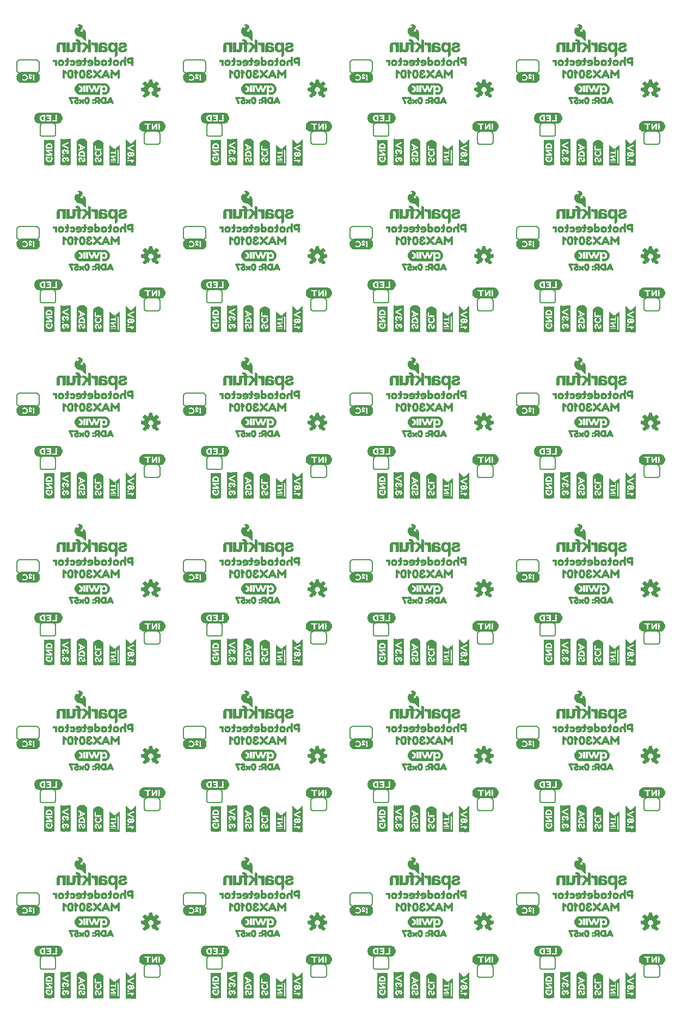
<source format=gbo>
G04 EAGLE Gerber RS-274X export*
G75*
%MOMM*%
%FSLAX34Y34*%
%LPD*%
%INSilkscreen Bottom*%
%IPPOS*%
%AMOC8*
5,1,8,0,0,1.08239X$1,22.5*%
G01*
%ADD10C,0.203200*%
%ADD11R,0.040000X3.280000*%
%ADD12R,0.040000X3.400000*%
%ADD13R,0.040000X3.480000*%
%ADD14R,0.040000X3.560000*%
%ADD15R,0.040000X3.600000*%
%ADD16R,0.040000X3.640000*%
%ADD17R,0.040000X3.680000*%
%ADD18R,0.040000X0.720000*%
%ADD19R,0.040000X0.840000*%
%ADD20R,0.040000X1.800000*%
%ADD21R,0.040000X0.600000*%
%ADD22R,0.040000X0.280000*%
%ADD23R,0.040000X1.240000*%
%ADD24R,0.040000X0.560000*%
%ADD25R,0.040000X0.440000*%
%ADD26R,0.040000X0.160000*%
%ADD27R,0.040000X0.520000*%
%ADD28R,0.040000X0.320000*%
%ADD29R,0.040000X0.120000*%
%ADD30R,0.040000X0.080000*%
%ADD31R,0.040000X0.480000*%
%ADD32R,0.040000X1.280000*%
%ADD33R,0.040000X0.240000*%
%ADD34R,0.040000X0.400000*%
%ADD35R,0.040000X0.200000*%
%ADD36R,0.040000X1.320000*%
%ADD37R,0.040000X0.680000*%
%ADD38R,0.040000X0.920000*%
%ADD39R,0.040000X0.360000*%
%ADD40R,0.040000X0.760000*%
%ADD41R,0.040000X0.640000*%
%ADD42R,0.040000X3.240000*%
%ADD43R,0.040000X3.200000*%
%ADD44R,0.040000X3.160000*%
%ADD45R,0.040000X3.120000*%
%ADD46R,0.040000X2.840000*%
%ADD47R,0.040000X2.800000*%
%ADD48R,0.040000X2.760000*%
%ADD49R,0.040000X2.720000*%
%ADD50R,0.040000X0.040000*%
%ADD51R,0.040000X0.800000*%
%ADD52R,0.040000X0.880000*%
%ADD53R,0.040000X0.960000*%
%ADD54R,0.040000X3.080000*%
%ADD55R,0.040000X4.040000*%
%ADD56R,0.040000X1.000000*%
%ADD57R,0.040000X1.880000*%
%ADD58R,0.040000X3.880000*%
%ADD59R,0.040000X3.520000*%
%ADD60R,0.040000X3.720000*%
%ADD61R,0.040000X3.800000*%
%ADD62R,0.040000X3.840000*%
%ADD63R,0.040000X3.920000*%
%ADD64R,0.040000X3.040000*%
%ADD65R,0.040000X1.160000*%
%ADD66R,0.040000X1.120000*%
%ADD67R,0.040000X1.080000*%
%ADD68R,0.040000X1.040000*%
%ADD69R,2.840000X0.040000*%
%ADD70R,3.080000X0.040000*%
%ADD71R,3.240000X0.040000*%
%ADD72R,3.400000X0.040000*%
%ADD73R,3.480000X0.040000*%
%ADD74R,3.560000X0.040000*%
%ADD75R,3.640000X0.040000*%
%ADD76R,3.720000X0.040000*%
%ADD77R,0.760000X0.040000*%
%ADD78R,0.160000X0.040000*%
%ADD79R,0.480000X0.040000*%
%ADD80R,0.120000X0.040000*%
%ADD81R,0.720000X0.040000*%
%ADD82R,0.400000X0.040000*%
%ADD83R,0.680000X0.040000*%
%ADD84R,0.360000X0.040000*%
%ADD85R,0.320000X0.040000*%
%ADD86R,0.800000X0.040000*%
%ADD87R,0.280000X0.040000*%
%ADD88R,1.160000X0.040000*%
%ADD89R,0.240000X0.040000*%
%ADD90R,0.840000X0.040000*%
%ADD91R,0.200000X0.040000*%
%ADD92R,1.200000X0.040000*%
%ADD93R,0.080000X0.040000*%
%ADD94R,1.120000X0.040000*%
%ADD95R,1.080000X0.040000*%
%ADD96R,0.560000X0.040000*%
%ADD97R,2.440000X0.040000*%
%ADD98R,2.680000X0.040000*%
%ADD99R,3.000000X0.040000*%
%ADD100R,3.160000X0.040000*%
%ADD101R,1.240000X0.040000*%
%ADD102R,1.000000X0.040000*%
%ADD103R,0.520000X0.040000*%
%ADD104R,0.880000X0.040000*%
%ADD105R,0.960000X0.040000*%
%ADD106R,1.440000X0.040000*%
%ADD107R,1.480000X0.040000*%
%ADD108R,1.520000X0.040000*%
%ADD109R,0.920000X0.040000*%
%ADD110R,1.040000X0.040000*%
%ADD111R,3.800000X0.040000*%
%ADD112R,3.880000X0.040000*%
%ADD113R,3.960000X0.040000*%
%ADD114R,4.040000X0.040000*%
%ADD115R,0.640000X0.040000*%
%ADD116R,0.600000X0.040000*%
%ADD117R,0.050000X0.050000*%
%ADD118R,0.100000X0.050000*%
%ADD119R,0.150000X0.050000*%
%ADD120R,0.300000X0.050000*%
%ADD121R,0.250000X0.050000*%
%ADD122R,0.550000X0.050000*%
%ADD123R,0.500000X0.050000*%
%ADD124R,0.350000X0.050000*%
%ADD125R,0.700000X0.050000*%
%ADD126R,0.650000X0.050000*%
%ADD127R,0.400000X0.050000*%
%ADD128R,0.450000X0.050000*%
%ADD129R,0.800000X0.050000*%
%ADD130R,0.750000X0.050000*%
%ADD131R,0.850000X0.050000*%
%ADD132R,0.900000X0.050000*%
%ADD133R,0.600000X0.050000*%
%ADD134R,1.400000X0.050000*%
%ADD135R,0.300000X0.060000*%
%ADD136R,0.500000X0.060000*%
%ADD137R,0.350000X0.060000*%
%ADD138R,0.400000X0.060000*%
%ADD139R,0.650000X0.060000*%
%ADD140R,0.600000X0.060000*%
%ADD141R,1.000000X0.050000*%
%ADD142R,1.050000X0.050000*%
%ADD143R,0.200000X0.050000*%
%ADD144R,1.100000X0.050000*%
%ADD145R,1.150000X0.050000*%
%ADD146R,1.200000X0.060000*%
%ADD147R,0.450000X0.060000*%
%ADD148R,1.250000X0.050000*%
%ADD149R,0.950000X0.050000*%
%ADD150R,0.700000X0.060000*%
%ADD151R,0.440000X0.040000*%
%ADD152R,0.040000X4.120000*%
%ADD153R,0.040000X4.080000*%
%ADD154R,0.040000X4.000000*%
%ADD155R,0.040000X3.960000*%
%ADD156R,0.040000X1.640000*%
%ADD157R,0.950000X0.060000*%
%ADD158R,0.100000X0.060000*%
%ADD159R,0.250000X0.060000*%
%ADD160R,0.750000X0.060000*%
%ADD161R,0.550000X0.060000*%

G36*
X148637Y390023D02*
X148637Y390023D01*
X148639Y390025D01*
X148643Y390023D01*
X150223Y390183D01*
X150226Y390185D01*
X150231Y390184D01*
X150744Y390304D01*
X150745Y390306D01*
X150748Y390306D01*
X151759Y390619D01*
X151760Y390621D01*
X151763Y390621D01*
X152255Y390810D01*
X152257Y390813D01*
X152263Y390814D01*
X153654Y391578D01*
X153656Y391583D01*
X153663Y391585D01*
X154888Y392595D01*
X154890Y392600D01*
X154896Y392603D01*
X155917Y393818D01*
X155918Y393821D01*
X155922Y393824D01*
X156207Y394268D01*
X156207Y394270D01*
X156209Y394272D01*
X156714Y395202D01*
X156714Y395204D01*
X156716Y395206D01*
X156934Y395686D01*
X156933Y395689D01*
X156937Y395693D01*
X157402Y397211D01*
X157400Y397216D01*
X157404Y397223D01*
X157564Y398803D01*
X157562Y398806D01*
X157564Y398811D01*
X157549Y399338D01*
X157548Y399339D01*
X157549Y399342D01*
X157442Y400395D01*
X157442Y400397D01*
X157442Y400398D01*
X157365Y400920D01*
X157362Y400923D01*
X157363Y400930D01*
X156892Y402446D01*
X156888Y402450D01*
X156888Y402457D01*
X156138Y403856D01*
X156134Y403858D01*
X156133Y403863D01*
X155825Y404290D01*
X155823Y404291D01*
X155822Y404294D01*
X155149Y405110D01*
X155146Y405111D01*
X155145Y405114D01*
X154778Y405492D01*
X154774Y405492D01*
X154773Y405496D01*
X153956Y406170D01*
X153955Y406170D01*
X153954Y406171D01*
X153534Y406491D01*
X153530Y406492D01*
X153526Y406497D01*
X152131Y407254D01*
X152125Y407254D01*
X152120Y407259D01*
X150605Y407735D01*
X150602Y407734D01*
X150597Y407737D01*
X150078Y407828D01*
X150076Y407827D01*
X150073Y407828D01*
X148493Y407976D01*
X148490Y407975D01*
X148487Y407976D01*
X111436Y407976D01*
X111433Y407975D01*
X111429Y407976D01*
X110904Y407923D01*
X109850Y407817D01*
X109848Y407815D01*
X109843Y407816D01*
X109329Y407702D01*
X109327Y407700D01*
X109324Y407700D01*
X108313Y407386D01*
X108312Y407385D01*
X108310Y407385D01*
X107815Y407202D01*
X107813Y407199D01*
X107807Y407198D01*
X106413Y406439D01*
X106410Y406434D01*
X106403Y406432D01*
X105178Y405422D01*
X105176Y405418D01*
X105171Y405415D01*
X104819Y405022D01*
X104819Y405021D01*
X104817Y405020D01*
X104144Y404204D01*
X104143Y404200D01*
X104140Y404198D01*
X103850Y403758D01*
X103850Y403756D01*
X103847Y403754D01*
X103342Y402823D01*
X103342Y402821D01*
X103340Y402820D01*
X103324Y402784D01*
X103294Y402721D01*
X103147Y402408D01*
X103118Y402345D01*
X103117Y402342D01*
X103117Y402339D01*
X103114Y402334D01*
X102643Y400818D01*
X102644Y400813D01*
X102640Y400806D01*
X102480Y399226D01*
X102482Y399223D01*
X102480Y399219D01*
X102488Y398692D01*
X102490Y398690D01*
X102489Y398687D01*
X102595Y397633D01*
X102595Y397631D01*
X102666Y397108D01*
X102669Y397105D01*
X102668Y397098D01*
X103139Y395581D01*
X103143Y395578D01*
X103143Y395571D01*
X103887Y394169D01*
X103890Y394168D01*
X103891Y394163D01*
X104194Y393732D01*
X104196Y393731D01*
X104197Y393728D01*
X104871Y392911D01*
X104873Y392911D01*
X104874Y392908D01*
X105237Y392526D01*
X105241Y392525D01*
X105243Y392521D01*
X106476Y391522D01*
X106481Y391521D01*
X106485Y391515D01*
X107881Y390758D01*
X107886Y390758D01*
X107892Y390753D01*
X109404Y390271D01*
X109407Y390272D01*
X109411Y390269D01*
X109929Y390172D01*
X109931Y390173D01*
X109934Y390171D01*
X111515Y390020D01*
X111517Y390022D01*
X111521Y390020D01*
X142449Y390020D01*
X142467Y390031D01*
X142487Y390033D01*
X142497Y390051D01*
X142506Y390057D01*
X142505Y390066D01*
X142512Y390079D01*
X142528Y390363D01*
X142528Y390364D01*
X142529Y390367D01*
X142529Y403985D01*
X142546Y403985D01*
X142547Y403985D01*
X145782Y403985D01*
X145785Y403643D01*
X145785Y403114D01*
X145788Y402614D01*
X145797Y402601D01*
X145796Y402586D01*
X145814Y402575D01*
X145826Y402557D01*
X145841Y402560D01*
X145855Y402552D01*
X145881Y402566D01*
X145893Y402568D01*
X145895Y402573D01*
X145901Y402576D01*
X146331Y403124D01*
X146735Y403446D01*
X147182Y403710D01*
X147665Y403901D01*
X148170Y404025D01*
X148688Y404084D01*
X149209Y404075D01*
X149730Y404027D01*
X150240Y403922D01*
X150739Y403770D01*
X151207Y403543D01*
X151662Y403290D01*
X152051Y402944D01*
X152419Y402576D01*
X152726Y402155D01*
X152988Y401706D01*
X153205Y401231D01*
X153362Y400734D01*
X153488Y400225D01*
X153555Y399707D01*
X153595Y399184D01*
X153590Y398660D01*
X153550Y398137D01*
X153477Y397620D01*
X153351Y397111D01*
X153191Y396615D01*
X152976Y396139D01*
X152714Y395689D01*
X152409Y395266D01*
X152045Y394896D01*
X151656Y394548D01*
X151206Y394287D01*
X150743Y394049D01*
X150244Y393897D01*
X149737Y393778D01*
X149216Y393729D01*
X148695Y393708D01*
X148177Y393761D01*
X147670Y393878D01*
X147185Y394063D01*
X146738Y394326D01*
X146335Y394653D01*
X145955Y395081D01*
X145904Y395139D01*
X145892Y395142D01*
X145885Y395153D01*
X145862Y395151D01*
X145839Y395157D01*
X145831Y395147D01*
X145817Y395145D01*
X145801Y395112D01*
X145795Y395105D01*
X145796Y395102D01*
X145795Y395098D01*
X145785Y394705D01*
X145785Y394704D01*
X145785Y390469D01*
X145786Y390468D01*
X145785Y390467D01*
X145801Y390080D01*
X145813Y390063D01*
X145816Y390041D01*
X145833Y390033D01*
X145840Y390024D01*
X145849Y390026D01*
X145863Y390020D01*
X148637Y390023D01*
G37*
G36*
X925877Y1426343D02*
X925877Y1426343D01*
X925879Y1426345D01*
X925883Y1426343D01*
X927463Y1426503D01*
X927466Y1426505D01*
X927471Y1426504D01*
X927984Y1426624D01*
X927985Y1426626D01*
X927988Y1426626D01*
X928999Y1426939D01*
X929000Y1426941D01*
X929003Y1426941D01*
X929495Y1427130D01*
X929497Y1427133D01*
X929503Y1427134D01*
X930894Y1427898D01*
X930896Y1427903D01*
X930903Y1427905D01*
X932128Y1428915D01*
X932130Y1428920D01*
X932136Y1428923D01*
X933157Y1430138D01*
X933158Y1430141D01*
X933162Y1430144D01*
X933447Y1430588D01*
X933447Y1430590D01*
X933449Y1430592D01*
X933954Y1431522D01*
X933954Y1431524D01*
X933956Y1431526D01*
X934174Y1432006D01*
X934173Y1432009D01*
X934177Y1432013D01*
X934642Y1433531D01*
X934640Y1433536D01*
X934644Y1433543D01*
X934804Y1435123D01*
X934802Y1435126D01*
X934804Y1435131D01*
X934789Y1435658D01*
X934788Y1435659D01*
X934789Y1435662D01*
X934682Y1436715D01*
X934682Y1436717D01*
X934682Y1436718D01*
X934605Y1437240D01*
X934602Y1437243D01*
X934603Y1437250D01*
X934132Y1438766D01*
X934128Y1438770D01*
X934128Y1438777D01*
X933378Y1440176D01*
X933374Y1440178D01*
X933373Y1440183D01*
X933065Y1440610D01*
X933063Y1440611D01*
X933062Y1440614D01*
X932389Y1441430D01*
X932386Y1441431D01*
X932385Y1441434D01*
X932018Y1441812D01*
X932014Y1441812D01*
X932013Y1441816D01*
X931196Y1442490D01*
X931195Y1442490D01*
X931194Y1442491D01*
X930774Y1442811D01*
X930770Y1442812D01*
X930766Y1442817D01*
X929371Y1443574D01*
X929365Y1443574D01*
X929360Y1443579D01*
X927845Y1444055D01*
X927842Y1444054D01*
X927837Y1444057D01*
X927318Y1444148D01*
X927316Y1444147D01*
X927313Y1444148D01*
X925733Y1444296D01*
X925730Y1444295D01*
X925727Y1444296D01*
X888676Y1444296D01*
X888673Y1444295D01*
X888669Y1444296D01*
X888144Y1444243D01*
X887090Y1444137D01*
X887088Y1444135D01*
X887083Y1444136D01*
X886569Y1444022D01*
X886567Y1444020D01*
X886564Y1444020D01*
X885553Y1443706D01*
X885552Y1443705D01*
X885550Y1443705D01*
X885055Y1443522D01*
X885053Y1443519D01*
X885047Y1443518D01*
X883653Y1442759D01*
X883650Y1442754D01*
X883643Y1442752D01*
X882418Y1441742D01*
X882416Y1441738D01*
X882411Y1441735D01*
X882059Y1441342D01*
X882059Y1441341D01*
X882057Y1441340D01*
X881384Y1440524D01*
X881383Y1440520D01*
X881380Y1440518D01*
X881090Y1440078D01*
X881090Y1440076D01*
X881087Y1440074D01*
X880582Y1439143D01*
X880582Y1439141D01*
X880580Y1439140D01*
X880564Y1439104D01*
X880534Y1439041D01*
X880387Y1438728D01*
X880358Y1438665D01*
X880357Y1438662D01*
X880357Y1438659D01*
X880354Y1438654D01*
X879883Y1437138D01*
X879884Y1437133D01*
X879880Y1437126D01*
X879720Y1435546D01*
X879722Y1435543D01*
X879720Y1435539D01*
X879728Y1435012D01*
X879730Y1435010D01*
X879729Y1435007D01*
X879835Y1433953D01*
X879835Y1433951D01*
X879906Y1433428D01*
X879909Y1433425D01*
X879908Y1433418D01*
X880379Y1431901D01*
X880383Y1431898D01*
X880383Y1431891D01*
X881127Y1430489D01*
X881130Y1430488D01*
X881131Y1430483D01*
X881434Y1430052D01*
X881436Y1430051D01*
X881437Y1430048D01*
X882111Y1429231D01*
X882113Y1429231D01*
X882114Y1429228D01*
X882477Y1428846D01*
X882481Y1428845D01*
X882483Y1428841D01*
X883716Y1427842D01*
X883721Y1427841D01*
X883725Y1427835D01*
X885121Y1427078D01*
X885126Y1427078D01*
X885132Y1427073D01*
X886644Y1426591D01*
X886647Y1426592D01*
X886651Y1426589D01*
X887169Y1426492D01*
X887171Y1426493D01*
X887174Y1426491D01*
X888755Y1426340D01*
X888757Y1426342D01*
X888761Y1426340D01*
X919689Y1426340D01*
X919707Y1426351D01*
X919727Y1426353D01*
X919737Y1426371D01*
X919746Y1426377D01*
X919745Y1426386D01*
X919752Y1426399D01*
X919768Y1426683D01*
X919768Y1426684D01*
X919769Y1426687D01*
X919769Y1440305D01*
X919786Y1440305D01*
X919787Y1440305D01*
X923022Y1440305D01*
X923025Y1439963D01*
X923025Y1439434D01*
X923028Y1438934D01*
X923037Y1438921D01*
X923036Y1438906D01*
X923054Y1438895D01*
X923066Y1438877D01*
X923081Y1438880D01*
X923095Y1438872D01*
X923121Y1438886D01*
X923133Y1438888D01*
X923135Y1438893D01*
X923141Y1438896D01*
X923571Y1439444D01*
X923975Y1439766D01*
X924422Y1440030D01*
X924905Y1440221D01*
X925410Y1440345D01*
X925928Y1440404D01*
X926449Y1440395D01*
X926970Y1440347D01*
X927480Y1440242D01*
X927979Y1440090D01*
X928447Y1439863D01*
X928902Y1439610D01*
X929291Y1439264D01*
X929659Y1438896D01*
X929966Y1438475D01*
X930228Y1438026D01*
X930445Y1437551D01*
X930602Y1437054D01*
X930728Y1436545D01*
X930795Y1436027D01*
X930835Y1435504D01*
X930830Y1434980D01*
X930790Y1434457D01*
X930717Y1433940D01*
X930591Y1433431D01*
X930431Y1432935D01*
X930216Y1432459D01*
X929954Y1432009D01*
X929649Y1431586D01*
X929285Y1431216D01*
X928896Y1430868D01*
X928446Y1430607D01*
X927983Y1430369D01*
X927484Y1430217D01*
X926977Y1430098D01*
X926456Y1430049D01*
X925935Y1430028D01*
X925417Y1430081D01*
X924910Y1430198D01*
X924425Y1430383D01*
X923978Y1430646D01*
X923575Y1430973D01*
X923195Y1431401D01*
X923144Y1431459D01*
X923132Y1431462D01*
X923125Y1431473D01*
X923102Y1431471D01*
X923079Y1431477D01*
X923071Y1431467D01*
X923057Y1431465D01*
X923041Y1431432D01*
X923035Y1431425D01*
X923036Y1431422D01*
X923035Y1431418D01*
X923025Y1431025D01*
X923025Y1431024D01*
X923025Y1426789D01*
X923026Y1426788D01*
X923025Y1426787D01*
X923041Y1426400D01*
X923053Y1426383D01*
X923056Y1426361D01*
X923073Y1426353D01*
X923080Y1426344D01*
X923089Y1426346D01*
X923103Y1426340D01*
X925877Y1426343D01*
G37*
G36*
X407717Y1426343D02*
X407717Y1426343D01*
X407719Y1426345D01*
X407723Y1426343D01*
X409303Y1426503D01*
X409306Y1426505D01*
X409311Y1426504D01*
X409824Y1426624D01*
X409825Y1426626D01*
X409828Y1426626D01*
X410839Y1426939D01*
X410840Y1426941D01*
X410843Y1426941D01*
X411335Y1427130D01*
X411337Y1427133D01*
X411343Y1427134D01*
X412734Y1427898D01*
X412736Y1427903D01*
X412743Y1427905D01*
X413968Y1428915D01*
X413970Y1428920D01*
X413976Y1428923D01*
X414997Y1430138D01*
X414998Y1430141D01*
X415002Y1430144D01*
X415287Y1430588D01*
X415287Y1430590D01*
X415289Y1430592D01*
X415794Y1431522D01*
X415794Y1431524D01*
X415796Y1431526D01*
X416014Y1432006D01*
X416013Y1432009D01*
X416017Y1432013D01*
X416482Y1433531D01*
X416480Y1433536D01*
X416484Y1433543D01*
X416644Y1435123D01*
X416642Y1435126D01*
X416644Y1435131D01*
X416629Y1435658D01*
X416628Y1435659D01*
X416629Y1435662D01*
X416522Y1436715D01*
X416522Y1436717D01*
X416522Y1436718D01*
X416445Y1437240D01*
X416442Y1437243D01*
X416443Y1437250D01*
X415972Y1438766D01*
X415968Y1438770D01*
X415968Y1438777D01*
X415218Y1440176D01*
X415214Y1440178D01*
X415213Y1440183D01*
X414905Y1440610D01*
X414903Y1440611D01*
X414902Y1440614D01*
X414229Y1441430D01*
X414226Y1441431D01*
X414225Y1441434D01*
X413858Y1441812D01*
X413854Y1441812D01*
X413853Y1441816D01*
X413036Y1442490D01*
X413035Y1442490D01*
X413034Y1442491D01*
X412614Y1442811D01*
X412610Y1442812D01*
X412606Y1442817D01*
X411211Y1443574D01*
X411205Y1443574D01*
X411200Y1443579D01*
X409685Y1444055D01*
X409682Y1444054D01*
X409677Y1444057D01*
X409158Y1444148D01*
X409156Y1444147D01*
X409153Y1444148D01*
X407573Y1444296D01*
X407570Y1444295D01*
X407567Y1444296D01*
X370516Y1444296D01*
X370513Y1444295D01*
X370509Y1444296D01*
X369984Y1444243D01*
X368930Y1444137D01*
X368928Y1444135D01*
X368923Y1444136D01*
X368409Y1444022D01*
X368407Y1444020D01*
X368404Y1444020D01*
X367393Y1443706D01*
X367392Y1443705D01*
X367390Y1443705D01*
X366895Y1443522D01*
X366893Y1443519D01*
X366887Y1443518D01*
X365493Y1442759D01*
X365490Y1442754D01*
X365483Y1442752D01*
X364258Y1441742D01*
X364256Y1441738D01*
X364251Y1441735D01*
X363899Y1441342D01*
X363899Y1441341D01*
X363897Y1441340D01*
X363224Y1440524D01*
X363223Y1440520D01*
X363220Y1440518D01*
X362930Y1440078D01*
X362930Y1440076D01*
X362927Y1440074D01*
X362422Y1439143D01*
X362422Y1439141D01*
X362420Y1439140D01*
X362404Y1439104D01*
X362374Y1439041D01*
X362227Y1438728D01*
X362198Y1438665D01*
X362197Y1438662D01*
X362197Y1438659D01*
X362194Y1438654D01*
X361723Y1437138D01*
X361724Y1437133D01*
X361720Y1437126D01*
X361560Y1435546D01*
X361562Y1435543D01*
X361560Y1435539D01*
X361568Y1435012D01*
X361570Y1435010D01*
X361569Y1435007D01*
X361675Y1433953D01*
X361675Y1433951D01*
X361746Y1433428D01*
X361749Y1433425D01*
X361748Y1433418D01*
X362219Y1431901D01*
X362223Y1431898D01*
X362223Y1431891D01*
X362967Y1430489D01*
X362970Y1430488D01*
X362971Y1430483D01*
X363274Y1430052D01*
X363276Y1430051D01*
X363277Y1430048D01*
X363951Y1429231D01*
X363953Y1429231D01*
X363954Y1429228D01*
X364317Y1428846D01*
X364321Y1428845D01*
X364323Y1428841D01*
X365556Y1427842D01*
X365561Y1427841D01*
X365565Y1427835D01*
X366961Y1427078D01*
X366966Y1427078D01*
X366972Y1427073D01*
X368484Y1426591D01*
X368487Y1426592D01*
X368491Y1426589D01*
X369009Y1426492D01*
X369011Y1426493D01*
X369014Y1426491D01*
X370595Y1426340D01*
X370597Y1426342D01*
X370601Y1426340D01*
X401529Y1426340D01*
X401547Y1426351D01*
X401567Y1426353D01*
X401577Y1426371D01*
X401586Y1426377D01*
X401585Y1426386D01*
X401592Y1426399D01*
X401608Y1426683D01*
X401608Y1426684D01*
X401609Y1426687D01*
X401609Y1440305D01*
X401626Y1440305D01*
X401627Y1440305D01*
X404862Y1440305D01*
X404865Y1439963D01*
X404865Y1439434D01*
X404868Y1438934D01*
X404877Y1438921D01*
X404876Y1438906D01*
X404894Y1438895D01*
X404906Y1438877D01*
X404921Y1438880D01*
X404935Y1438872D01*
X404961Y1438886D01*
X404973Y1438888D01*
X404975Y1438893D01*
X404981Y1438896D01*
X405411Y1439444D01*
X405815Y1439766D01*
X406262Y1440030D01*
X406745Y1440221D01*
X407250Y1440345D01*
X407768Y1440404D01*
X408289Y1440395D01*
X408810Y1440347D01*
X409320Y1440242D01*
X409819Y1440090D01*
X410287Y1439863D01*
X410742Y1439610D01*
X411131Y1439264D01*
X411499Y1438896D01*
X411806Y1438475D01*
X412068Y1438026D01*
X412285Y1437551D01*
X412442Y1437054D01*
X412568Y1436545D01*
X412635Y1436027D01*
X412675Y1435504D01*
X412670Y1434980D01*
X412630Y1434457D01*
X412557Y1433940D01*
X412431Y1433431D01*
X412271Y1432935D01*
X412056Y1432459D01*
X411794Y1432009D01*
X411489Y1431586D01*
X411125Y1431216D01*
X410736Y1430868D01*
X410286Y1430607D01*
X409823Y1430369D01*
X409324Y1430217D01*
X408817Y1430098D01*
X408296Y1430049D01*
X407775Y1430028D01*
X407257Y1430081D01*
X406750Y1430198D01*
X406265Y1430383D01*
X405818Y1430646D01*
X405415Y1430973D01*
X405035Y1431401D01*
X404984Y1431459D01*
X404972Y1431462D01*
X404965Y1431473D01*
X404942Y1431471D01*
X404919Y1431477D01*
X404911Y1431467D01*
X404897Y1431465D01*
X404881Y1431432D01*
X404875Y1431425D01*
X404876Y1431422D01*
X404875Y1431418D01*
X404865Y1431025D01*
X404865Y1431024D01*
X404865Y1426789D01*
X404866Y1426788D01*
X404865Y1426787D01*
X404881Y1426400D01*
X404893Y1426383D01*
X404896Y1426361D01*
X404913Y1426353D01*
X404920Y1426344D01*
X404929Y1426346D01*
X404943Y1426340D01*
X407717Y1426343D01*
G37*
G36*
X148637Y1426343D02*
X148637Y1426343D01*
X148639Y1426345D01*
X148643Y1426343D01*
X150223Y1426503D01*
X150226Y1426505D01*
X150231Y1426504D01*
X150744Y1426624D01*
X150745Y1426626D01*
X150748Y1426626D01*
X151759Y1426939D01*
X151760Y1426941D01*
X151763Y1426941D01*
X152255Y1427130D01*
X152257Y1427133D01*
X152263Y1427134D01*
X153654Y1427898D01*
X153656Y1427903D01*
X153663Y1427905D01*
X154888Y1428915D01*
X154890Y1428920D01*
X154896Y1428923D01*
X155917Y1430138D01*
X155918Y1430141D01*
X155922Y1430144D01*
X156207Y1430588D01*
X156207Y1430590D01*
X156209Y1430592D01*
X156714Y1431522D01*
X156714Y1431524D01*
X156716Y1431526D01*
X156934Y1432006D01*
X156933Y1432009D01*
X156937Y1432013D01*
X157402Y1433531D01*
X157400Y1433536D01*
X157404Y1433543D01*
X157564Y1435123D01*
X157562Y1435126D01*
X157564Y1435131D01*
X157549Y1435658D01*
X157548Y1435659D01*
X157549Y1435662D01*
X157442Y1436715D01*
X157442Y1436717D01*
X157442Y1436718D01*
X157365Y1437240D01*
X157362Y1437243D01*
X157363Y1437250D01*
X156892Y1438766D01*
X156888Y1438770D01*
X156888Y1438777D01*
X156138Y1440176D01*
X156134Y1440178D01*
X156133Y1440183D01*
X155825Y1440610D01*
X155823Y1440611D01*
X155822Y1440614D01*
X155149Y1441430D01*
X155146Y1441431D01*
X155145Y1441434D01*
X154778Y1441812D01*
X154774Y1441812D01*
X154773Y1441816D01*
X153956Y1442490D01*
X153955Y1442490D01*
X153954Y1442491D01*
X153534Y1442811D01*
X153530Y1442812D01*
X153526Y1442817D01*
X152131Y1443574D01*
X152125Y1443574D01*
X152120Y1443579D01*
X150605Y1444055D01*
X150602Y1444054D01*
X150597Y1444057D01*
X150078Y1444148D01*
X150076Y1444147D01*
X150073Y1444148D01*
X148493Y1444296D01*
X148490Y1444295D01*
X148487Y1444296D01*
X111436Y1444296D01*
X111433Y1444295D01*
X111429Y1444296D01*
X110904Y1444243D01*
X109850Y1444137D01*
X109848Y1444135D01*
X109843Y1444136D01*
X109329Y1444022D01*
X109327Y1444020D01*
X109324Y1444020D01*
X108313Y1443706D01*
X108312Y1443705D01*
X108310Y1443705D01*
X107815Y1443522D01*
X107813Y1443519D01*
X107807Y1443518D01*
X106413Y1442759D01*
X106410Y1442754D01*
X106403Y1442752D01*
X105178Y1441742D01*
X105176Y1441738D01*
X105171Y1441735D01*
X104819Y1441342D01*
X104819Y1441341D01*
X104817Y1441340D01*
X104144Y1440524D01*
X104143Y1440520D01*
X104140Y1440518D01*
X103850Y1440078D01*
X103850Y1440076D01*
X103847Y1440074D01*
X103342Y1439143D01*
X103342Y1439141D01*
X103340Y1439140D01*
X103324Y1439104D01*
X103294Y1439041D01*
X103147Y1438728D01*
X103118Y1438665D01*
X103117Y1438662D01*
X103117Y1438659D01*
X103114Y1438654D01*
X102643Y1437138D01*
X102644Y1437133D01*
X102640Y1437126D01*
X102480Y1435546D01*
X102482Y1435543D01*
X102480Y1435539D01*
X102488Y1435012D01*
X102490Y1435010D01*
X102489Y1435007D01*
X102595Y1433953D01*
X102595Y1433951D01*
X102666Y1433428D01*
X102669Y1433425D01*
X102668Y1433418D01*
X103139Y1431901D01*
X103143Y1431898D01*
X103143Y1431891D01*
X103887Y1430489D01*
X103890Y1430488D01*
X103891Y1430483D01*
X104194Y1430052D01*
X104196Y1430051D01*
X104197Y1430048D01*
X104871Y1429231D01*
X104873Y1429231D01*
X104874Y1429228D01*
X105237Y1428846D01*
X105241Y1428845D01*
X105243Y1428841D01*
X106476Y1427842D01*
X106481Y1427841D01*
X106485Y1427835D01*
X107881Y1427078D01*
X107886Y1427078D01*
X107892Y1427073D01*
X109404Y1426591D01*
X109407Y1426592D01*
X109411Y1426589D01*
X109929Y1426492D01*
X109931Y1426493D01*
X109934Y1426491D01*
X111515Y1426340D01*
X111517Y1426342D01*
X111521Y1426340D01*
X142449Y1426340D01*
X142467Y1426351D01*
X142487Y1426353D01*
X142497Y1426371D01*
X142506Y1426377D01*
X142505Y1426386D01*
X142512Y1426399D01*
X142528Y1426683D01*
X142528Y1426684D01*
X142529Y1426687D01*
X142529Y1440305D01*
X142546Y1440305D01*
X142547Y1440305D01*
X145782Y1440305D01*
X145785Y1439963D01*
X145785Y1439434D01*
X145788Y1438934D01*
X145797Y1438921D01*
X145796Y1438906D01*
X145814Y1438895D01*
X145826Y1438877D01*
X145841Y1438880D01*
X145855Y1438872D01*
X145881Y1438886D01*
X145893Y1438888D01*
X145895Y1438893D01*
X145901Y1438896D01*
X146331Y1439444D01*
X146735Y1439766D01*
X147182Y1440030D01*
X147665Y1440221D01*
X148170Y1440345D01*
X148688Y1440404D01*
X149209Y1440395D01*
X149730Y1440347D01*
X150240Y1440242D01*
X150739Y1440090D01*
X151207Y1439863D01*
X151662Y1439610D01*
X152051Y1439264D01*
X152419Y1438896D01*
X152726Y1438475D01*
X152988Y1438026D01*
X153205Y1437551D01*
X153362Y1437054D01*
X153488Y1436545D01*
X153555Y1436027D01*
X153595Y1435504D01*
X153590Y1434980D01*
X153550Y1434457D01*
X153477Y1433940D01*
X153351Y1433431D01*
X153191Y1432935D01*
X152976Y1432459D01*
X152714Y1432009D01*
X152409Y1431586D01*
X152045Y1431216D01*
X151656Y1430868D01*
X151206Y1430607D01*
X150743Y1430369D01*
X150244Y1430217D01*
X149737Y1430098D01*
X149216Y1430049D01*
X148695Y1430028D01*
X148177Y1430081D01*
X147670Y1430198D01*
X147185Y1430383D01*
X146738Y1430646D01*
X146335Y1430973D01*
X145955Y1431401D01*
X145904Y1431459D01*
X145892Y1431462D01*
X145885Y1431473D01*
X145862Y1431471D01*
X145839Y1431477D01*
X145831Y1431467D01*
X145817Y1431465D01*
X145801Y1431432D01*
X145795Y1431425D01*
X145796Y1431422D01*
X145795Y1431418D01*
X145785Y1431025D01*
X145785Y1431024D01*
X145785Y1426789D01*
X145786Y1426788D01*
X145785Y1426787D01*
X145801Y1426400D01*
X145813Y1426383D01*
X145816Y1426361D01*
X145833Y1426353D01*
X145840Y1426344D01*
X145849Y1426346D01*
X145863Y1426340D01*
X148637Y1426343D01*
G37*
G36*
X407717Y390023D02*
X407717Y390023D01*
X407719Y390025D01*
X407723Y390023D01*
X409303Y390183D01*
X409306Y390185D01*
X409311Y390184D01*
X409824Y390304D01*
X409825Y390306D01*
X409828Y390306D01*
X410839Y390619D01*
X410840Y390621D01*
X410843Y390621D01*
X411335Y390810D01*
X411337Y390813D01*
X411343Y390814D01*
X412734Y391578D01*
X412736Y391583D01*
X412743Y391585D01*
X413968Y392595D01*
X413970Y392600D01*
X413976Y392603D01*
X414997Y393818D01*
X414998Y393821D01*
X415002Y393824D01*
X415287Y394268D01*
X415287Y394270D01*
X415289Y394272D01*
X415794Y395202D01*
X415794Y395204D01*
X415796Y395206D01*
X416014Y395686D01*
X416013Y395689D01*
X416017Y395693D01*
X416482Y397211D01*
X416480Y397216D01*
X416484Y397223D01*
X416644Y398803D01*
X416642Y398806D01*
X416644Y398811D01*
X416629Y399338D01*
X416628Y399339D01*
X416629Y399342D01*
X416522Y400395D01*
X416522Y400397D01*
X416522Y400398D01*
X416445Y400920D01*
X416442Y400923D01*
X416443Y400930D01*
X415972Y402446D01*
X415968Y402450D01*
X415968Y402457D01*
X415218Y403856D01*
X415214Y403858D01*
X415213Y403863D01*
X414905Y404290D01*
X414903Y404291D01*
X414902Y404294D01*
X414229Y405110D01*
X414226Y405111D01*
X414225Y405114D01*
X413858Y405492D01*
X413854Y405492D01*
X413853Y405496D01*
X413036Y406170D01*
X413035Y406170D01*
X413034Y406171D01*
X412614Y406491D01*
X412610Y406492D01*
X412606Y406497D01*
X411211Y407254D01*
X411205Y407254D01*
X411200Y407259D01*
X409685Y407735D01*
X409682Y407734D01*
X409677Y407737D01*
X409158Y407828D01*
X409156Y407827D01*
X409153Y407828D01*
X407573Y407976D01*
X407570Y407975D01*
X407567Y407976D01*
X370516Y407976D01*
X370513Y407975D01*
X370509Y407976D01*
X369984Y407923D01*
X368930Y407817D01*
X368928Y407815D01*
X368923Y407816D01*
X368409Y407702D01*
X368407Y407700D01*
X368404Y407700D01*
X367393Y407386D01*
X367392Y407385D01*
X367390Y407385D01*
X366895Y407202D01*
X366893Y407199D01*
X366887Y407198D01*
X365493Y406439D01*
X365490Y406434D01*
X365483Y406432D01*
X364258Y405422D01*
X364256Y405418D01*
X364251Y405415D01*
X363899Y405022D01*
X363899Y405021D01*
X363897Y405020D01*
X363224Y404204D01*
X363223Y404200D01*
X363220Y404198D01*
X362930Y403758D01*
X362930Y403756D01*
X362927Y403754D01*
X362422Y402823D01*
X362422Y402821D01*
X362420Y402820D01*
X362404Y402784D01*
X362374Y402721D01*
X362227Y402408D01*
X362198Y402345D01*
X362197Y402342D01*
X362197Y402339D01*
X362194Y402334D01*
X361723Y400818D01*
X361724Y400813D01*
X361720Y400806D01*
X361560Y399226D01*
X361562Y399223D01*
X361560Y399219D01*
X361568Y398692D01*
X361570Y398690D01*
X361569Y398687D01*
X361675Y397633D01*
X361675Y397631D01*
X361746Y397108D01*
X361749Y397105D01*
X361748Y397098D01*
X362219Y395581D01*
X362223Y395578D01*
X362223Y395571D01*
X362967Y394169D01*
X362970Y394168D01*
X362971Y394163D01*
X363274Y393732D01*
X363276Y393731D01*
X363277Y393728D01*
X363951Y392911D01*
X363953Y392911D01*
X363954Y392908D01*
X364317Y392526D01*
X364321Y392525D01*
X364323Y392521D01*
X365556Y391522D01*
X365561Y391521D01*
X365565Y391515D01*
X366961Y390758D01*
X366966Y390758D01*
X366972Y390753D01*
X368484Y390271D01*
X368487Y390272D01*
X368491Y390269D01*
X369009Y390172D01*
X369011Y390173D01*
X369014Y390171D01*
X370595Y390020D01*
X370597Y390022D01*
X370601Y390020D01*
X401529Y390020D01*
X401547Y390031D01*
X401567Y390033D01*
X401577Y390051D01*
X401586Y390057D01*
X401585Y390066D01*
X401592Y390079D01*
X401608Y390363D01*
X401608Y390364D01*
X401609Y390367D01*
X401609Y403985D01*
X401626Y403985D01*
X401627Y403985D01*
X404862Y403985D01*
X404865Y403643D01*
X404865Y403114D01*
X404868Y402614D01*
X404877Y402601D01*
X404876Y402586D01*
X404894Y402575D01*
X404906Y402557D01*
X404921Y402560D01*
X404935Y402552D01*
X404961Y402566D01*
X404973Y402568D01*
X404975Y402573D01*
X404981Y402576D01*
X405411Y403124D01*
X405815Y403446D01*
X406262Y403710D01*
X406745Y403901D01*
X407250Y404025D01*
X407768Y404084D01*
X408289Y404075D01*
X408810Y404027D01*
X409320Y403922D01*
X409819Y403770D01*
X410287Y403543D01*
X410742Y403290D01*
X411131Y402944D01*
X411499Y402576D01*
X411806Y402155D01*
X412068Y401706D01*
X412285Y401231D01*
X412442Y400734D01*
X412568Y400225D01*
X412635Y399707D01*
X412675Y399184D01*
X412670Y398660D01*
X412630Y398137D01*
X412557Y397620D01*
X412431Y397111D01*
X412271Y396615D01*
X412056Y396139D01*
X411794Y395689D01*
X411489Y395266D01*
X411125Y394896D01*
X410736Y394548D01*
X410286Y394287D01*
X409823Y394049D01*
X409324Y393897D01*
X408817Y393778D01*
X408296Y393729D01*
X407775Y393708D01*
X407257Y393761D01*
X406750Y393878D01*
X406265Y394063D01*
X405818Y394326D01*
X405415Y394653D01*
X405035Y395081D01*
X404984Y395139D01*
X404972Y395142D01*
X404965Y395153D01*
X404942Y395151D01*
X404919Y395157D01*
X404911Y395147D01*
X404897Y395145D01*
X404881Y395112D01*
X404875Y395105D01*
X404876Y395102D01*
X404875Y395098D01*
X404865Y394705D01*
X404865Y394704D01*
X404865Y390469D01*
X404866Y390468D01*
X404865Y390467D01*
X404881Y390080D01*
X404893Y390063D01*
X404896Y390041D01*
X404913Y390033D01*
X404920Y390024D01*
X404929Y390026D01*
X404943Y390020D01*
X407717Y390023D01*
G37*
G36*
X925877Y390023D02*
X925877Y390023D01*
X925879Y390025D01*
X925883Y390023D01*
X927463Y390183D01*
X927466Y390185D01*
X927471Y390184D01*
X927984Y390304D01*
X927985Y390306D01*
X927988Y390306D01*
X928999Y390619D01*
X929000Y390621D01*
X929003Y390621D01*
X929495Y390810D01*
X929497Y390813D01*
X929503Y390814D01*
X930894Y391578D01*
X930896Y391583D01*
X930903Y391585D01*
X932128Y392595D01*
X932130Y392600D01*
X932136Y392603D01*
X933157Y393818D01*
X933158Y393821D01*
X933162Y393824D01*
X933447Y394268D01*
X933447Y394270D01*
X933449Y394272D01*
X933954Y395202D01*
X933954Y395204D01*
X933956Y395206D01*
X934174Y395686D01*
X934173Y395689D01*
X934177Y395693D01*
X934642Y397211D01*
X934640Y397216D01*
X934644Y397223D01*
X934804Y398803D01*
X934802Y398806D01*
X934804Y398811D01*
X934789Y399338D01*
X934788Y399339D01*
X934789Y399342D01*
X934682Y400395D01*
X934682Y400397D01*
X934682Y400398D01*
X934605Y400920D01*
X934602Y400923D01*
X934603Y400930D01*
X934132Y402446D01*
X934128Y402450D01*
X934128Y402457D01*
X933378Y403856D01*
X933374Y403858D01*
X933373Y403863D01*
X933065Y404290D01*
X933063Y404291D01*
X933062Y404294D01*
X932389Y405110D01*
X932386Y405111D01*
X932385Y405114D01*
X932018Y405492D01*
X932014Y405492D01*
X932013Y405496D01*
X931196Y406170D01*
X931195Y406170D01*
X931194Y406171D01*
X930774Y406491D01*
X930770Y406492D01*
X930766Y406497D01*
X929371Y407254D01*
X929365Y407254D01*
X929360Y407259D01*
X927845Y407735D01*
X927842Y407734D01*
X927837Y407737D01*
X927318Y407828D01*
X927316Y407827D01*
X927313Y407828D01*
X925733Y407976D01*
X925730Y407975D01*
X925727Y407976D01*
X888676Y407976D01*
X888673Y407975D01*
X888669Y407976D01*
X888144Y407923D01*
X887090Y407817D01*
X887088Y407815D01*
X887083Y407816D01*
X886569Y407702D01*
X886567Y407700D01*
X886564Y407700D01*
X885553Y407386D01*
X885552Y407385D01*
X885550Y407385D01*
X885055Y407202D01*
X885053Y407199D01*
X885047Y407198D01*
X883653Y406439D01*
X883650Y406434D01*
X883643Y406432D01*
X882418Y405422D01*
X882416Y405418D01*
X882411Y405415D01*
X882059Y405022D01*
X882059Y405021D01*
X882057Y405020D01*
X881384Y404204D01*
X881383Y404200D01*
X881380Y404198D01*
X881090Y403758D01*
X881090Y403756D01*
X881087Y403754D01*
X880582Y402823D01*
X880582Y402821D01*
X880580Y402820D01*
X880564Y402784D01*
X880534Y402721D01*
X880387Y402408D01*
X880358Y402345D01*
X880357Y402342D01*
X880357Y402339D01*
X880354Y402334D01*
X879883Y400818D01*
X879884Y400813D01*
X879880Y400806D01*
X879720Y399226D01*
X879722Y399223D01*
X879720Y399219D01*
X879728Y398692D01*
X879730Y398690D01*
X879729Y398687D01*
X879835Y397633D01*
X879835Y397631D01*
X879906Y397108D01*
X879909Y397105D01*
X879908Y397098D01*
X880379Y395581D01*
X880383Y395578D01*
X880383Y395571D01*
X881127Y394169D01*
X881130Y394168D01*
X881131Y394163D01*
X881434Y393732D01*
X881436Y393731D01*
X881437Y393728D01*
X882111Y392911D01*
X882113Y392911D01*
X882114Y392908D01*
X882477Y392526D01*
X882481Y392525D01*
X882483Y392521D01*
X883716Y391522D01*
X883721Y391521D01*
X883725Y391515D01*
X885121Y390758D01*
X885126Y390758D01*
X885132Y390753D01*
X886644Y390271D01*
X886647Y390272D01*
X886651Y390269D01*
X887169Y390172D01*
X887171Y390173D01*
X887174Y390171D01*
X888755Y390020D01*
X888757Y390022D01*
X888761Y390020D01*
X919689Y390020D01*
X919707Y390031D01*
X919727Y390033D01*
X919737Y390051D01*
X919746Y390057D01*
X919745Y390066D01*
X919752Y390079D01*
X919768Y390363D01*
X919768Y390364D01*
X919769Y390367D01*
X919769Y403985D01*
X919786Y403985D01*
X919787Y403985D01*
X923022Y403985D01*
X923025Y403643D01*
X923025Y403114D01*
X923028Y402614D01*
X923037Y402601D01*
X923036Y402586D01*
X923054Y402575D01*
X923066Y402557D01*
X923081Y402560D01*
X923095Y402552D01*
X923121Y402566D01*
X923133Y402568D01*
X923135Y402573D01*
X923141Y402576D01*
X923571Y403124D01*
X923975Y403446D01*
X924422Y403710D01*
X924905Y403901D01*
X925410Y404025D01*
X925928Y404084D01*
X926449Y404075D01*
X926970Y404027D01*
X927480Y403922D01*
X927979Y403770D01*
X928447Y403543D01*
X928902Y403290D01*
X929291Y402944D01*
X929659Y402576D01*
X929966Y402155D01*
X930228Y401706D01*
X930445Y401231D01*
X930602Y400734D01*
X930728Y400225D01*
X930795Y399707D01*
X930835Y399184D01*
X930830Y398660D01*
X930790Y398137D01*
X930717Y397620D01*
X930591Y397111D01*
X930431Y396615D01*
X930216Y396139D01*
X929954Y395689D01*
X929649Y395266D01*
X929285Y394896D01*
X928896Y394548D01*
X928446Y394287D01*
X927983Y394049D01*
X927484Y393897D01*
X926977Y393778D01*
X926456Y393729D01*
X925935Y393708D01*
X925417Y393761D01*
X924910Y393878D01*
X924425Y394063D01*
X923978Y394326D01*
X923575Y394653D01*
X923195Y395081D01*
X923144Y395139D01*
X923132Y395142D01*
X923125Y395153D01*
X923102Y395151D01*
X923079Y395157D01*
X923071Y395147D01*
X923057Y395145D01*
X923041Y395112D01*
X923035Y395105D01*
X923036Y395102D01*
X923035Y395098D01*
X923025Y394705D01*
X923025Y394704D01*
X923025Y390469D01*
X923026Y390468D01*
X923025Y390467D01*
X923041Y390080D01*
X923053Y390063D01*
X923056Y390041D01*
X923073Y390033D01*
X923080Y390024D01*
X923089Y390026D01*
X923103Y390020D01*
X925877Y390023D01*
G37*
G36*
X666797Y1426343D02*
X666797Y1426343D01*
X666799Y1426345D01*
X666803Y1426343D01*
X668383Y1426503D01*
X668386Y1426505D01*
X668391Y1426504D01*
X668904Y1426624D01*
X668905Y1426626D01*
X668908Y1426626D01*
X669919Y1426939D01*
X669920Y1426941D01*
X669923Y1426941D01*
X670415Y1427130D01*
X670417Y1427133D01*
X670423Y1427134D01*
X671814Y1427898D01*
X671816Y1427903D01*
X671823Y1427905D01*
X673048Y1428915D01*
X673050Y1428920D01*
X673056Y1428923D01*
X674077Y1430138D01*
X674078Y1430141D01*
X674082Y1430144D01*
X674367Y1430588D01*
X674367Y1430590D01*
X674369Y1430592D01*
X674874Y1431522D01*
X674874Y1431524D01*
X674876Y1431526D01*
X675094Y1432006D01*
X675093Y1432009D01*
X675097Y1432013D01*
X675562Y1433531D01*
X675560Y1433536D01*
X675564Y1433543D01*
X675724Y1435123D01*
X675722Y1435126D01*
X675724Y1435131D01*
X675709Y1435658D01*
X675708Y1435659D01*
X675709Y1435662D01*
X675602Y1436715D01*
X675602Y1436717D01*
X675602Y1436718D01*
X675525Y1437240D01*
X675522Y1437243D01*
X675523Y1437250D01*
X675052Y1438766D01*
X675048Y1438770D01*
X675048Y1438777D01*
X674298Y1440176D01*
X674294Y1440178D01*
X674293Y1440183D01*
X673985Y1440610D01*
X673983Y1440611D01*
X673982Y1440614D01*
X673309Y1441430D01*
X673306Y1441431D01*
X673305Y1441434D01*
X672938Y1441812D01*
X672934Y1441812D01*
X672933Y1441816D01*
X672116Y1442490D01*
X672115Y1442490D01*
X672114Y1442491D01*
X671694Y1442811D01*
X671690Y1442812D01*
X671686Y1442817D01*
X670291Y1443574D01*
X670285Y1443574D01*
X670280Y1443579D01*
X668765Y1444055D01*
X668762Y1444054D01*
X668757Y1444057D01*
X668238Y1444148D01*
X668236Y1444147D01*
X668233Y1444148D01*
X666653Y1444296D01*
X666650Y1444295D01*
X666647Y1444296D01*
X629596Y1444296D01*
X629593Y1444295D01*
X629589Y1444296D01*
X629064Y1444243D01*
X628010Y1444137D01*
X628008Y1444135D01*
X628003Y1444136D01*
X627489Y1444022D01*
X627487Y1444020D01*
X627484Y1444020D01*
X626473Y1443706D01*
X626472Y1443705D01*
X626470Y1443705D01*
X625975Y1443522D01*
X625973Y1443519D01*
X625967Y1443518D01*
X624573Y1442759D01*
X624570Y1442754D01*
X624563Y1442752D01*
X623338Y1441742D01*
X623336Y1441738D01*
X623331Y1441735D01*
X622979Y1441342D01*
X622979Y1441341D01*
X622977Y1441340D01*
X622304Y1440524D01*
X622303Y1440520D01*
X622300Y1440518D01*
X622010Y1440078D01*
X622010Y1440076D01*
X622007Y1440074D01*
X621502Y1439143D01*
X621502Y1439141D01*
X621500Y1439140D01*
X621484Y1439104D01*
X621454Y1439041D01*
X621307Y1438728D01*
X621278Y1438665D01*
X621277Y1438662D01*
X621277Y1438659D01*
X621274Y1438654D01*
X620803Y1437138D01*
X620804Y1437133D01*
X620800Y1437126D01*
X620640Y1435546D01*
X620642Y1435543D01*
X620640Y1435539D01*
X620648Y1435012D01*
X620650Y1435010D01*
X620649Y1435007D01*
X620755Y1433953D01*
X620755Y1433951D01*
X620826Y1433428D01*
X620829Y1433425D01*
X620828Y1433418D01*
X621299Y1431901D01*
X621303Y1431898D01*
X621303Y1431891D01*
X622047Y1430489D01*
X622050Y1430488D01*
X622051Y1430483D01*
X622354Y1430052D01*
X622356Y1430051D01*
X622357Y1430048D01*
X623031Y1429231D01*
X623033Y1429231D01*
X623034Y1429228D01*
X623397Y1428846D01*
X623401Y1428845D01*
X623403Y1428841D01*
X624636Y1427842D01*
X624641Y1427841D01*
X624645Y1427835D01*
X626041Y1427078D01*
X626046Y1427078D01*
X626052Y1427073D01*
X627564Y1426591D01*
X627567Y1426592D01*
X627571Y1426589D01*
X628089Y1426492D01*
X628091Y1426493D01*
X628094Y1426491D01*
X629675Y1426340D01*
X629677Y1426342D01*
X629681Y1426340D01*
X660609Y1426340D01*
X660627Y1426351D01*
X660647Y1426353D01*
X660657Y1426371D01*
X660666Y1426377D01*
X660665Y1426386D01*
X660672Y1426399D01*
X660688Y1426683D01*
X660688Y1426684D01*
X660689Y1426687D01*
X660689Y1440305D01*
X660706Y1440305D01*
X660707Y1440305D01*
X663942Y1440305D01*
X663945Y1439963D01*
X663945Y1439434D01*
X663948Y1438934D01*
X663957Y1438921D01*
X663956Y1438906D01*
X663974Y1438895D01*
X663986Y1438877D01*
X664001Y1438880D01*
X664015Y1438872D01*
X664041Y1438886D01*
X664053Y1438888D01*
X664055Y1438893D01*
X664061Y1438896D01*
X664491Y1439444D01*
X664895Y1439766D01*
X665342Y1440030D01*
X665825Y1440221D01*
X666330Y1440345D01*
X666848Y1440404D01*
X667369Y1440395D01*
X667890Y1440347D01*
X668400Y1440242D01*
X668899Y1440090D01*
X669367Y1439863D01*
X669822Y1439610D01*
X670211Y1439264D01*
X670579Y1438896D01*
X670886Y1438475D01*
X671148Y1438026D01*
X671365Y1437551D01*
X671522Y1437054D01*
X671648Y1436545D01*
X671715Y1436027D01*
X671755Y1435504D01*
X671750Y1434980D01*
X671710Y1434457D01*
X671637Y1433940D01*
X671511Y1433431D01*
X671351Y1432935D01*
X671136Y1432459D01*
X670874Y1432009D01*
X670569Y1431586D01*
X670205Y1431216D01*
X669816Y1430868D01*
X669366Y1430607D01*
X668903Y1430369D01*
X668404Y1430217D01*
X667897Y1430098D01*
X667376Y1430049D01*
X666855Y1430028D01*
X666337Y1430081D01*
X665830Y1430198D01*
X665345Y1430383D01*
X664898Y1430646D01*
X664495Y1430973D01*
X664115Y1431401D01*
X664064Y1431459D01*
X664052Y1431462D01*
X664045Y1431473D01*
X664022Y1431471D01*
X663999Y1431477D01*
X663991Y1431467D01*
X663977Y1431465D01*
X663961Y1431432D01*
X663955Y1431425D01*
X663956Y1431422D01*
X663955Y1431418D01*
X663945Y1431025D01*
X663945Y1431024D01*
X663945Y1426789D01*
X663946Y1426788D01*
X663945Y1426787D01*
X663961Y1426400D01*
X663973Y1426383D01*
X663976Y1426361D01*
X663993Y1426353D01*
X664000Y1426344D01*
X664009Y1426346D01*
X664023Y1426340D01*
X666797Y1426343D01*
G37*
G36*
X148637Y1167263D02*
X148637Y1167263D01*
X148639Y1167265D01*
X148643Y1167263D01*
X150223Y1167423D01*
X150226Y1167425D01*
X150231Y1167424D01*
X150744Y1167544D01*
X150745Y1167546D01*
X150748Y1167546D01*
X151759Y1167859D01*
X151760Y1167861D01*
X151763Y1167861D01*
X152255Y1168050D01*
X152257Y1168053D01*
X152263Y1168054D01*
X153654Y1168818D01*
X153656Y1168823D01*
X153663Y1168825D01*
X154888Y1169835D01*
X154890Y1169840D01*
X154896Y1169843D01*
X155917Y1171058D01*
X155918Y1171061D01*
X155922Y1171064D01*
X156207Y1171508D01*
X156207Y1171510D01*
X156209Y1171512D01*
X156714Y1172442D01*
X156714Y1172444D01*
X156716Y1172446D01*
X156934Y1172926D01*
X156933Y1172929D01*
X156937Y1172933D01*
X157402Y1174451D01*
X157400Y1174456D01*
X157404Y1174463D01*
X157564Y1176043D01*
X157562Y1176046D01*
X157564Y1176051D01*
X157549Y1176578D01*
X157548Y1176579D01*
X157549Y1176582D01*
X157442Y1177635D01*
X157442Y1177637D01*
X157442Y1177638D01*
X157365Y1178160D01*
X157362Y1178163D01*
X157363Y1178170D01*
X156892Y1179686D01*
X156888Y1179690D01*
X156888Y1179697D01*
X156138Y1181096D01*
X156134Y1181098D01*
X156133Y1181103D01*
X155825Y1181530D01*
X155823Y1181531D01*
X155822Y1181534D01*
X155149Y1182350D01*
X155146Y1182351D01*
X155145Y1182354D01*
X154778Y1182732D01*
X154774Y1182732D01*
X154773Y1182736D01*
X153956Y1183410D01*
X153955Y1183410D01*
X153954Y1183411D01*
X153534Y1183731D01*
X153530Y1183732D01*
X153526Y1183737D01*
X152131Y1184494D01*
X152125Y1184494D01*
X152120Y1184499D01*
X150605Y1184975D01*
X150602Y1184974D01*
X150597Y1184977D01*
X150078Y1185068D01*
X150076Y1185067D01*
X150073Y1185068D01*
X148493Y1185216D01*
X148490Y1185215D01*
X148487Y1185216D01*
X111436Y1185216D01*
X111433Y1185215D01*
X111429Y1185216D01*
X110904Y1185163D01*
X109850Y1185057D01*
X109848Y1185055D01*
X109843Y1185056D01*
X109329Y1184942D01*
X109327Y1184940D01*
X109324Y1184940D01*
X108313Y1184626D01*
X108312Y1184625D01*
X108310Y1184625D01*
X107815Y1184442D01*
X107813Y1184439D01*
X107807Y1184438D01*
X106413Y1183679D01*
X106410Y1183674D01*
X106403Y1183672D01*
X105178Y1182662D01*
X105176Y1182658D01*
X105171Y1182655D01*
X104819Y1182262D01*
X104819Y1182261D01*
X104817Y1182260D01*
X104144Y1181444D01*
X104143Y1181440D01*
X104140Y1181438D01*
X103850Y1180998D01*
X103850Y1180996D01*
X103847Y1180994D01*
X103342Y1180063D01*
X103342Y1180061D01*
X103340Y1180060D01*
X103324Y1180024D01*
X103294Y1179961D01*
X103147Y1179648D01*
X103118Y1179585D01*
X103117Y1179582D01*
X103117Y1179579D01*
X103114Y1179574D01*
X102643Y1178058D01*
X102644Y1178053D01*
X102640Y1178046D01*
X102480Y1176466D01*
X102482Y1176463D01*
X102480Y1176459D01*
X102488Y1175932D01*
X102490Y1175930D01*
X102489Y1175927D01*
X102595Y1174873D01*
X102595Y1174871D01*
X102666Y1174348D01*
X102669Y1174345D01*
X102668Y1174338D01*
X103139Y1172821D01*
X103143Y1172818D01*
X103143Y1172811D01*
X103887Y1171409D01*
X103890Y1171408D01*
X103891Y1171403D01*
X104194Y1170972D01*
X104196Y1170971D01*
X104197Y1170968D01*
X104871Y1170151D01*
X104873Y1170151D01*
X104874Y1170148D01*
X105237Y1169766D01*
X105241Y1169765D01*
X105243Y1169761D01*
X106476Y1168762D01*
X106481Y1168761D01*
X106485Y1168755D01*
X107881Y1167998D01*
X107886Y1167998D01*
X107892Y1167993D01*
X109404Y1167511D01*
X109407Y1167512D01*
X109411Y1167509D01*
X109929Y1167412D01*
X109931Y1167413D01*
X109934Y1167411D01*
X111515Y1167260D01*
X111517Y1167262D01*
X111521Y1167260D01*
X142449Y1167260D01*
X142467Y1167271D01*
X142487Y1167273D01*
X142497Y1167291D01*
X142506Y1167297D01*
X142505Y1167306D01*
X142512Y1167319D01*
X142528Y1167603D01*
X142528Y1167604D01*
X142529Y1167607D01*
X142529Y1181225D01*
X142546Y1181225D01*
X142547Y1181225D01*
X145782Y1181225D01*
X145785Y1180883D01*
X145785Y1180354D01*
X145788Y1179854D01*
X145797Y1179841D01*
X145796Y1179826D01*
X145814Y1179815D01*
X145826Y1179797D01*
X145841Y1179800D01*
X145855Y1179792D01*
X145881Y1179806D01*
X145893Y1179808D01*
X145895Y1179813D01*
X145901Y1179816D01*
X146331Y1180364D01*
X146735Y1180686D01*
X147182Y1180950D01*
X147665Y1181141D01*
X148170Y1181265D01*
X148688Y1181324D01*
X149209Y1181315D01*
X149730Y1181267D01*
X150240Y1181162D01*
X150739Y1181010D01*
X151207Y1180783D01*
X151662Y1180530D01*
X152051Y1180184D01*
X152419Y1179816D01*
X152726Y1179395D01*
X152988Y1178946D01*
X153205Y1178471D01*
X153362Y1177974D01*
X153488Y1177465D01*
X153555Y1176947D01*
X153595Y1176424D01*
X153590Y1175900D01*
X153550Y1175377D01*
X153477Y1174860D01*
X153351Y1174351D01*
X153191Y1173855D01*
X152976Y1173379D01*
X152714Y1172929D01*
X152409Y1172506D01*
X152045Y1172136D01*
X151656Y1171788D01*
X151206Y1171527D01*
X150743Y1171289D01*
X150244Y1171137D01*
X149737Y1171018D01*
X149216Y1170969D01*
X148695Y1170948D01*
X148177Y1171001D01*
X147670Y1171118D01*
X147185Y1171303D01*
X146738Y1171566D01*
X146335Y1171893D01*
X145955Y1172321D01*
X145904Y1172379D01*
X145892Y1172382D01*
X145885Y1172393D01*
X145862Y1172391D01*
X145839Y1172397D01*
X145831Y1172387D01*
X145817Y1172385D01*
X145801Y1172352D01*
X145795Y1172345D01*
X145796Y1172342D01*
X145795Y1172338D01*
X145785Y1171945D01*
X145785Y1171944D01*
X145785Y1167709D01*
X145786Y1167708D01*
X145785Y1167707D01*
X145801Y1167320D01*
X145813Y1167303D01*
X145816Y1167281D01*
X145833Y1167273D01*
X145840Y1167264D01*
X145849Y1167266D01*
X145863Y1167260D01*
X148637Y1167263D01*
G37*
G36*
X666797Y390023D02*
X666797Y390023D01*
X666799Y390025D01*
X666803Y390023D01*
X668383Y390183D01*
X668386Y390185D01*
X668391Y390184D01*
X668904Y390304D01*
X668905Y390306D01*
X668908Y390306D01*
X669919Y390619D01*
X669920Y390621D01*
X669923Y390621D01*
X670415Y390810D01*
X670417Y390813D01*
X670423Y390814D01*
X671814Y391578D01*
X671816Y391583D01*
X671823Y391585D01*
X673048Y392595D01*
X673050Y392600D01*
X673056Y392603D01*
X674077Y393818D01*
X674078Y393821D01*
X674082Y393824D01*
X674367Y394268D01*
X674367Y394270D01*
X674369Y394272D01*
X674874Y395202D01*
X674874Y395204D01*
X674876Y395206D01*
X675094Y395686D01*
X675093Y395689D01*
X675097Y395693D01*
X675562Y397211D01*
X675560Y397216D01*
X675564Y397223D01*
X675724Y398803D01*
X675722Y398806D01*
X675724Y398811D01*
X675709Y399338D01*
X675708Y399339D01*
X675709Y399342D01*
X675602Y400395D01*
X675602Y400397D01*
X675602Y400398D01*
X675525Y400920D01*
X675522Y400923D01*
X675523Y400930D01*
X675052Y402446D01*
X675048Y402450D01*
X675048Y402457D01*
X674298Y403856D01*
X674294Y403858D01*
X674293Y403863D01*
X673985Y404290D01*
X673983Y404291D01*
X673982Y404294D01*
X673309Y405110D01*
X673306Y405111D01*
X673305Y405114D01*
X672938Y405492D01*
X672934Y405492D01*
X672933Y405496D01*
X672116Y406170D01*
X672115Y406170D01*
X672114Y406171D01*
X671694Y406491D01*
X671690Y406492D01*
X671686Y406497D01*
X670291Y407254D01*
X670285Y407254D01*
X670280Y407259D01*
X668765Y407735D01*
X668762Y407734D01*
X668757Y407737D01*
X668238Y407828D01*
X668236Y407827D01*
X668233Y407828D01*
X666653Y407976D01*
X666650Y407975D01*
X666647Y407976D01*
X629596Y407976D01*
X629593Y407975D01*
X629589Y407976D01*
X629064Y407923D01*
X628010Y407817D01*
X628008Y407815D01*
X628003Y407816D01*
X627489Y407702D01*
X627487Y407700D01*
X627484Y407700D01*
X626473Y407386D01*
X626472Y407385D01*
X626470Y407385D01*
X625975Y407202D01*
X625973Y407199D01*
X625967Y407198D01*
X624573Y406439D01*
X624570Y406434D01*
X624563Y406432D01*
X623338Y405422D01*
X623336Y405418D01*
X623331Y405415D01*
X622979Y405022D01*
X622979Y405021D01*
X622977Y405020D01*
X622304Y404204D01*
X622303Y404200D01*
X622300Y404198D01*
X622010Y403758D01*
X622010Y403756D01*
X622007Y403754D01*
X621502Y402823D01*
X621502Y402821D01*
X621500Y402820D01*
X621484Y402784D01*
X621454Y402721D01*
X621307Y402408D01*
X621278Y402345D01*
X621277Y402342D01*
X621277Y402339D01*
X621274Y402334D01*
X620803Y400818D01*
X620804Y400813D01*
X620800Y400806D01*
X620640Y399226D01*
X620642Y399223D01*
X620640Y399219D01*
X620648Y398692D01*
X620650Y398690D01*
X620649Y398687D01*
X620755Y397633D01*
X620755Y397631D01*
X620826Y397108D01*
X620829Y397105D01*
X620828Y397098D01*
X621299Y395581D01*
X621303Y395578D01*
X621303Y395571D01*
X622047Y394169D01*
X622050Y394168D01*
X622051Y394163D01*
X622354Y393732D01*
X622356Y393731D01*
X622357Y393728D01*
X623031Y392911D01*
X623033Y392911D01*
X623034Y392908D01*
X623397Y392526D01*
X623401Y392525D01*
X623403Y392521D01*
X624636Y391522D01*
X624641Y391521D01*
X624645Y391515D01*
X626041Y390758D01*
X626046Y390758D01*
X626052Y390753D01*
X627564Y390271D01*
X627567Y390272D01*
X627571Y390269D01*
X628089Y390172D01*
X628091Y390173D01*
X628094Y390171D01*
X629675Y390020D01*
X629677Y390022D01*
X629681Y390020D01*
X660609Y390020D01*
X660627Y390031D01*
X660647Y390033D01*
X660657Y390051D01*
X660666Y390057D01*
X660665Y390066D01*
X660672Y390079D01*
X660688Y390363D01*
X660688Y390364D01*
X660689Y390367D01*
X660689Y403985D01*
X660706Y403985D01*
X660707Y403985D01*
X663942Y403985D01*
X663945Y403643D01*
X663945Y403114D01*
X663948Y402614D01*
X663957Y402601D01*
X663956Y402586D01*
X663974Y402575D01*
X663986Y402557D01*
X664001Y402560D01*
X664015Y402552D01*
X664041Y402566D01*
X664053Y402568D01*
X664055Y402573D01*
X664061Y402576D01*
X664491Y403124D01*
X664895Y403446D01*
X665342Y403710D01*
X665825Y403901D01*
X666330Y404025D01*
X666848Y404084D01*
X667369Y404075D01*
X667890Y404027D01*
X668400Y403922D01*
X668899Y403770D01*
X669367Y403543D01*
X669822Y403290D01*
X670211Y402944D01*
X670579Y402576D01*
X670886Y402155D01*
X671148Y401706D01*
X671365Y401231D01*
X671522Y400734D01*
X671648Y400225D01*
X671715Y399707D01*
X671755Y399184D01*
X671750Y398660D01*
X671710Y398137D01*
X671637Y397620D01*
X671511Y397111D01*
X671351Y396615D01*
X671136Y396139D01*
X670874Y395689D01*
X670569Y395266D01*
X670205Y394896D01*
X669816Y394548D01*
X669366Y394287D01*
X668903Y394049D01*
X668404Y393897D01*
X667897Y393778D01*
X667376Y393729D01*
X666855Y393708D01*
X666337Y393761D01*
X665830Y393878D01*
X665345Y394063D01*
X664898Y394326D01*
X664495Y394653D01*
X664115Y395081D01*
X664064Y395139D01*
X664052Y395142D01*
X664045Y395153D01*
X664022Y395151D01*
X663999Y395157D01*
X663991Y395147D01*
X663977Y395145D01*
X663961Y395112D01*
X663955Y395105D01*
X663956Y395102D01*
X663955Y395098D01*
X663945Y394705D01*
X663945Y394704D01*
X663945Y390469D01*
X663946Y390468D01*
X663945Y390467D01*
X663961Y390080D01*
X663973Y390063D01*
X663976Y390041D01*
X663993Y390033D01*
X664000Y390024D01*
X664009Y390026D01*
X664023Y390020D01*
X666797Y390023D01*
G37*
G36*
X666797Y908183D02*
X666797Y908183D01*
X666799Y908185D01*
X666803Y908183D01*
X668383Y908343D01*
X668386Y908345D01*
X668391Y908344D01*
X668904Y908464D01*
X668905Y908466D01*
X668908Y908466D01*
X669919Y908779D01*
X669920Y908781D01*
X669923Y908781D01*
X670415Y908970D01*
X670417Y908973D01*
X670423Y908974D01*
X671814Y909738D01*
X671816Y909743D01*
X671823Y909745D01*
X673048Y910755D01*
X673050Y910760D01*
X673056Y910763D01*
X674077Y911978D01*
X674078Y911981D01*
X674082Y911984D01*
X674367Y912428D01*
X674367Y912430D01*
X674369Y912432D01*
X674874Y913362D01*
X674874Y913364D01*
X674876Y913366D01*
X675094Y913846D01*
X675093Y913849D01*
X675097Y913853D01*
X675562Y915371D01*
X675560Y915376D01*
X675564Y915383D01*
X675724Y916963D01*
X675722Y916966D01*
X675724Y916971D01*
X675709Y917498D01*
X675708Y917499D01*
X675709Y917502D01*
X675602Y918555D01*
X675602Y918557D01*
X675602Y918558D01*
X675525Y919080D01*
X675522Y919083D01*
X675523Y919090D01*
X675052Y920606D01*
X675048Y920610D01*
X675048Y920617D01*
X674298Y922016D01*
X674294Y922018D01*
X674293Y922023D01*
X673985Y922450D01*
X673983Y922451D01*
X673982Y922454D01*
X673309Y923270D01*
X673306Y923271D01*
X673305Y923274D01*
X672938Y923652D01*
X672934Y923652D01*
X672933Y923656D01*
X672116Y924330D01*
X672115Y924330D01*
X672114Y924331D01*
X671694Y924651D01*
X671690Y924652D01*
X671686Y924657D01*
X670291Y925414D01*
X670285Y925414D01*
X670280Y925419D01*
X668765Y925895D01*
X668762Y925894D01*
X668757Y925897D01*
X668238Y925988D01*
X668236Y925987D01*
X668233Y925988D01*
X666653Y926136D01*
X666650Y926135D01*
X666647Y926136D01*
X629596Y926136D01*
X629593Y926135D01*
X629589Y926136D01*
X629064Y926083D01*
X628010Y925977D01*
X628008Y925975D01*
X628003Y925976D01*
X627489Y925862D01*
X627487Y925860D01*
X627484Y925860D01*
X626473Y925546D01*
X626472Y925545D01*
X626470Y925545D01*
X625975Y925362D01*
X625973Y925359D01*
X625967Y925358D01*
X624573Y924599D01*
X624570Y924594D01*
X624563Y924592D01*
X623338Y923582D01*
X623336Y923578D01*
X623331Y923575D01*
X622979Y923182D01*
X622979Y923181D01*
X622977Y923180D01*
X622304Y922364D01*
X622303Y922360D01*
X622300Y922358D01*
X622010Y921918D01*
X622010Y921916D01*
X622007Y921914D01*
X621502Y920983D01*
X621502Y920981D01*
X621500Y920980D01*
X621484Y920944D01*
X621454Y920881D01*
X621307Y920568D01*
X621278Y920505D01*
X621277Y920502D01*
X621277Y920499D01*
X621274Y920494D01*
X620803Y918978D01*
X620804Y918973D01*
X620800Y918966D01*
X620640Y917386D01*
X620642Y917383D01*
X620640Y917379D01*
X620648Y916852D01*
X620650Y916850D01*
X620649Y916847D01*
X620755Y915793D01*
X620755Y915791D01*
X620826Y915268D01*
X620829Y915265D01*
X620828Y915258D01*
X621299Y913741D01*
X621303Y913738D01*
X621303Y913731D01*
X622047Y912329D01*
X622050Y912328D01*
X622051Y912323D01*
X622354Y911892D01*
X622356Y911891D01*
X622357Y911888D01*
X623031Y911071D01*
X623033Y911071D01*
X623034Y911068D01*
X623397Y910686D01*
X623401Y910685D01*
X623403Y910681D01*
X624636Y909682D01*
X624641Y909681D01*
X624645Y909675D01*
X626041Y908918D01*
X626046Y908918D01*
X626052Y908913D01*
X627564Y908431D01*
X627567Y908432D01*
X627571Y908429D01*
X628089Y908332D01*
X628091Y908333D01*
X628094Y908331D01*
X629675Y908180D01*
X629677Y908182D01*
X629681Y908180D01*
X660609Y908180D01*
X660627Y908191D01*
X660647Y908193D01*
X660657Y908211D01*
X660666Y908217D01*
X660665Y908226D01*
X660672Y908239D01*
X660688Y908523D01*
X660688Y908524D01*
X660689Y908527D01*
X660689Y922145D01*
X660706Y922145D01*
X660707Y922145D01*
X663942Y922145D01*
X663945Y921803D01*
X663945Y921274D01*
X663948Y920774D01*
X663957Y920761D01*
X663956Y920746D01*
X663974Y920735D01*
X663986Y920717D01*
X664001Y920720D01*
X664015Y920712D01*
X664041Y920726D01*
X664053Y920728D01*
X664055Y920733D01*
X664061Y920736D01*
X664491Y921284D01*
X664895Y921606D01*
X665342Y921870D01*
X665825Y922061D01*
X666330Y922185D01*
X666848Y922244D01*
X667369Y922235D01*
X667890Y922187D01*
X668400Y922082D01*
X668899Y921930D01*
X669367Y921703D01*
X669822Y921450D01*
X670211Y921104D01*
X670579Y920736D01*
X670886Y920315D01*
X671148Y919866D01*
X671365Y919391D01*
X671522Y918894D01*
X671648Y918385D01*
X671715Y917867D01*
X671755Y917344D01*
X671750Y916820D01*
X671710Y916297D01*
X671637Y915780D01*
X671511Y915271D01*
X671351Y914775D01*
X671136Y914299D01*
X670874Y913849D01*
X670569Y913426D01*
X670205Y913056D01*
X669816Y912708D01*
X669366Y912447D01*
X668903Y912209D01*
X668404Y912057D01*
X667897Y911938D01*
X667376Y911889D01*
X666855Y911868D01*
X666337Y911921D01*
X665830Y912038D01*
X665345Y912223D01*
X664898Y912486D01*
X664495Y912813D01*
X664115Y913241D01*
X664064Y913299D01*
X664052Y913302D01*
X664045Y913313D01*
X664022Y913311D01*
X663999Y913317D01*
X663991Y913307D01*
X663977Y913305D01*
X663961Y913272D01*
X663955Y913265D01*
X663956Y913262D01*
X663955Y913258D01*
X663945Y912865D01*
X663945Y912864D01*
X663945Y908629D01*
X663946Y908628D01*
X663945Y908627D01*
X663961Y908240D01*
X663973Y908223D01*
X663976Y908201D01*
X663993Y908193D01*
X664000Y908184D01*
X664009Y908186D01*
X664023Y908180D01*
X666797Y908183D01*
G37*
G36*
X407717Y1167263D02*
X407717Y1167263D01*
X407719Y1167265D01*
X407723Y1167263D01*
X409303Y1167423D01*
X409306Y1167425D01*
X409311Y1167424D01*
X409824Y1167544D01*
X409825Y1167546D01*
X409828Y1167546D01*
X410839Y1167859D01*
X410840Y1167861D01*
X410843Y1167861D01*
X411335Y1168050D01*
X411337Y1168053D01*
X411343Y1168054D01*
X412734Y1168818D01*
X412736Y1168823D01*
X412743Y1168825D01*
X413968Y1169835D01*
X413970Y1169840D01*
X413976Y1169843D01*
X414997Y1171058D01*
X414998Y1171061D01*
X415002Y1171064D01*
X415287Y1171508D01*
X415287Y1171510D01*
X415289Y1171512D01*
X415794Y1172442D01*
X415794Y1172444D01*
X415796Y1172446D01*
X416014Y1172926D01*
X416013Y1172929D01*
X416017Y1172933D01*
X416482Y1174451D01*
X416480Y1174456D01*
X416484Y1174463D01*
X416644Y1176043D01*
X416642Y1176046D01*
X416644Y1176051D01*
X416629Y1176578D01*
X416628Y1176579D01*
X416629Y1176582D01*
X416522Y1177635D01*
X416522Y1177637D01*
X416522Y1177638D01*
X416445Y1178160D01*
X416442Y1178163D01*
X416443Y1178170D01*
X415972Y1179686D01*
X415968Y1179690D01*
X415968Y1179697D01*
X415218Y1181096D01*
X415214Y1181098D01*
X415213Y1181103D01*
X414905Y1181530D01*
X414903Y1181531D01*
X414902Y1181534D01*
X414229Y1182350D01*
X414226Y1182351D01*
X414225Y1182354D01*
X413858Y1182732D01*
X413854Y1182732D01*
X413853Y1182736D01*
X413036Y1183410D01*
X413035Y1183410D01*
X413034Y1183411D01*
X412614Y1183731D01*
X412610Y1183732D01*
X412606Y1183737D01*
X411211Y1184494D01*
X411205Y1184494D01*
X411200Y1184499D01*
X409685Y1184975D01*
X409682Y1184974D01*
X409677Y1184977D01*
X409158Y1185068D01*
X409156Y1185067D01*
X409153Y1185068D01*
X407573Y1185216D01*
X407570Y1185215D01*
X407567Y1185216D01*
X370516Y1185216D01*
X370513Y1185215D01*
X370509Y1185216D01*
X369984Y1185163D01*
X368930Y1185057D01*
X368928Y1185055D01*
X368923Y1185056D01*
X368409Y1184942D01*
X368407Y1184940D01*
X368404Y1184940D01*
X367393Y1184626D01*
X367392Y1184625D01*
X367390Y1184625D01*
X366895Y1184442D01*
X366893Y1184439D01*
X366887Y1184438D01*
X365493Y1183679D01*
X365490Y1183674D01*
X365483Y1183672D01*
X364258Y1182662D01*
X364256Y1182658D01*
X364251Y1182655D01*
X363899Y1182262D01*
X363899Y1182261D01*
X363897Y1182260D01*
X363224Y1181444D01*
X363223Y1181440D01*
X363220Y1181438D01*
X362930Y1180998D01*
X362930Y1180996D01*
X362927Y1180994D01*
X362422Y1180063D01*
X362422Y1180061D01*
X362420Y1180060D01*
X362404Y1180024D01*
X362374Y1179961D01*
X362227Y1179648D01*
X362198Y1179585D01*
X362197Y1179582D01*
X362197Y1179579D01*
X362194Y1179574D01*
X361723Y1178058D01*
X361724Y1178053D01*
X361720Y1178046D01*
X361560Y1176466D01*
X361562Y1176463D01*
X361560Y1176459D01*
X361568Y1175932D01*
X361570Y1175930D01*
X361569Y1175927D01*
X361675Y1174873D01*
X361675Y1174871D01*
X361746Y1174348D01*
X361749Y1174345D01*
X361748Y1174338D01*
X362219Y1172821D01*
X362223Y1172818D01*
X362223Y1172811D01*
X362967Y1171409D01*
X362970Y1171408D01*
X362971Y1171403D01*
X363274Y1170972D01*
X363276Y1170971D01*
X363277Y1170968D01*
X363951Y1170151D01*
X363953Y1170151D01*
X363954Y1170148D01*
X364317Y1169766D01*
X364321Y1169765D01*
X364323Y1169761D01*
X365556Y1168762D01*
X365561Y1168761D01*
X365565Y1168755D01*
X366961Y1167998D01*
X366966Y1167998D01*
X366972Y1167993D01*
X368484Y1167511D01*
X368487Y1167512D01*
X368491Y1167509D01*
X369009Y1167412D01*
X369011Y1167413D01*
X369014Y1167411D01*
X370595Y1167260D01*
X370597Y1167262D01*
X370601Y1167260D01*
X401529Y1167260D01*
X401547Y1167271D01*
X401567Y1167273D01*
X401577Y1167291D01*
X401586Y1167297D01*
X401585Y1167306D01*
X401592Y1167319D01*
X401608Y1167603D01*
X401608Y1167604D01*
X401609Y1167607D01*
X401609Y1181225D01*
X401626Y1181225D01*
X401627Y1181225D01*
X404862Y1181225D01*
X404865Y1180883D01*
X404865Y1180354D01*
X404868Y1179854D01*
X404877Y1179841D01*
X404876Y1179826D01*
X404894Y1179815D01*
X404906Y1179797D01*
X404921Y1179800D01*
X404935Y1179792D01*
X404961Y1179806D01*
X404973Y1179808D01*
X404975Y1179813D01*
X404981Y1179816D01*
X405411Y1180364D01*
X405815Y1180686D01*
X406262Y1180950D01*
X406745Y1181141D01*
X407250Y1181265D01*
X407768Y1181324D01*
X408289Y1181315D01*
X408810Y1181267D01*
X409320Y1181162D01*
X409819Y1181010D01*
X410287Y1180783D01*
X410742Y1180530D01*
X411131Y1180184D01*
X411499Y1179816D01*
X411806Y1179395D01*
X412068Y1178946D01*
X412285Y1178471D01*
X412442Y1177974D01*
X412568Y1177465D01*
X412635Y1176947D01*
X412675Y1176424D01*
X412670Y1175900D01*
X412630Y1175377D01*
X412557Y1174860D01*
X412431Y1174351D01*
X412271Y1173855D01*
X412056Y1173379D01*
X411794Y1172929D01*
X411489Y1172506D01*
X411125Y1172136D01*
X410736Y1171788D01*
X410286Y1171527D01*
X409823Y1171289D01*
X409324Y1171137D01*
X408817Y1171018D01*
X408296Y1170969D01*
X407775Y1170948D01*
X407257Y1171001D01*
X406750Y1171118D01*
X406265Y1171303D01*
X405818Y1171566D01*
X405415Y1171893D01*
X405035Y1172321D01*
X404984Y1172379D01*
X404972Y1172382D01*
X404965Y1172393D01*
X404942Y1172391D01*
X404919Y1172397D01*
X404911Y1172387D01*
X404897Y1172385D01*
X404881Y1172352D01*
X404875Y1172345D01*
X404876Y1172342D01*
X404875Y1172338D01*
X404865Y1171945D01*
X404865Y1171944D01*
X404865Y1167709D01*
X404866Y1167708D01*
X404865Y1167707D01*
X404881Y1167320D01*
X404893Y1167303D01*
X404896Y1167281D01*
X404913Y1167273D01*
X404920Y1167264D01*
X404929Y1167266D01*
X404943Y1167260D01*
X407717Y1167263D01*
G37*
G36*
X148637Y130943D02*
X148637Y130943D01*
X148639Y130945D01*
X148643Y130943D01*
X150223Y131103D01*
X150226Y131105D01*
X150231Y131104D01*
X150744Y131224D01*
X150745Y131226D01*
X150748Y131226D01*
X151759Y131539D01*
X151760Y131541D01*
X151763Y131541D01*
X152255Y131730D01*
X152257Y131733D01*
X152263Y131734D01*
X153654Y132498D01*
X153656Y132503D01*
X153663Y132505D01*
X154888Y133515D01*
X154890Y133520D01*
X154896Y133523D01*
X155917Y134738D01*
X155918Y134741D01*
X155922Y134744D01*
X156207Y135188D01*
X156207Y135190D01*
X156209Y135192D01*
X156714Y136122D01*
X156714Y136124D01*
X156716Y136126D01*
X156934Y136606D01*
X156933Y136609D01*
X156937Y136613D01*
X157402Y138131D01*
X157400Y138136D01*
X157404Y138143D01*
X157564Y139723D01*
X157562Y139726D01*
X157564Y139731D01*
X157549Y140258D01*
X157548Y140259D01*
X157549Y140262D01*
X157442Y141315D01*
X157442Y141317D01*
X157442Y141318D01*
X157365Y141840D01*
X157362Y141843D01*
X157363Y141850D01*
X156892Y143366D01*
X156888Y143370D01*
X156888Y143377D01*
X156138Y144776D01*
X156134Y144778D01*
X156133Y144783D01*
X155825Y145210D01*
X155823Y145211D01*
X155822Y145214D01*
X155149Y146030D01*
X155146Y146031D01*
X155145Y146034D01*
X154778Y146412D01*
X154774Y146412D01*
X154773Y146416D01*
X153956Y147090D01*
X153955Y147090D01*
X153954Y147091D01*
X153534Y147411D01*
X153530Y147412D01*
X153526Y147417D01*
X152131Y148174D01*
X152125Y148174D01*
X152120Y148179D01*
X150605Y148655D01*
X150602Y148654D01*
X150597Y148657D01*
X150078Y148748D01*
X150076Y148747D01*
X150073Y148748D01*
X148493Y148896D01*
X148490Y148895D01*
X148487Y148896D01*
X111436Y148896D01*
X111433Y148895D01*
X111429Y148896D01*
X110904Y148843D01*
X109850Y148737D01*
X109848Y148735D01*
X109843Y148736D01*
X109329Y148622D01*
X109327Y148620D01*
X109324Y148620D01*
X108313Y148306D01*
X108312Y148305D01*
X108310Y148305D01*
X107815Y148122D01*
X107813Y148119D01*
X107807Y148118D01*
X106413Y147359D01*
X106410Y147354D01*
X106403Y147352D01*
X105178Y146342D01*
X105176Y146338D01*
X105171Y146335D01*
X104819Y145942D01*
X104819Y145941D01*
X104817Y145940D01*
X104144Y145124D01*
X104143Y145120D01*
X104140Y145118D01*
X103850Y144678D01*
X103850Y144676D01*
X103847Y144674D01*
X103342Y143743D01*
X103342Y143741D01*
X103340Y143740D01*
X103324Y143704D01*
X103294Y143641D01*
X103147Y143328D01*
X103118Y143265D01*
X103117Y143262D01*
X103117Y143259D01*
X103114Y143254D01*
X102643Y141738D01*
X102644Y141733D01*
X102640Y141726D01*
X102480Y140146D01*
X102482Y140143D01*
X102480Y140139D01*
X102488Y139612D01*
X102490Y139610D01*
X102489Y139607D01*
X102595Y138553D01*
X102595Y138551D01*
X102666Y138028D01*
X102669Y138025D01*
X102668Y138018D01*
X103139Y136501D01*
X103143Y136498D01*
X103143Y136491D01*
X103887Y135089D01*
X103890Y135088D01*
X103891Y135083D01*
X104194Y134652D01*
X104196Y134651D01*
X104197Y134648D01*
X104871Y133831D01*
X104873Y133831D01*
X104874Y133828D01*
X105237Y133446D01*
X105241Y133445D01*
X105243Y133441D01*
X106476Y132442D01*
X106481Y132441D01*
X106485Y132435D01*
X107881Y131678D01*
X107886Y131678D01*
X107892Y131673D01*
X109404Y131191D01*
X109407Y131192D01*
X109411Y131189D01*
X109929Y131092D01*
X109931Y131093D01*
X109934Y131091D01*
X111515Y130940D01*
X111517Y130942D01*
X111521Y130940D01*
X142449Y130940D01*
X142467Y130951D01*
X142487Y130953D01*
X142497Y130971D01*
X142506Y130977D01*
X142505Y130986D01*
X142512Y130999D01*
X142528Y131283D01*
X142528Y131284D01*
X142529Y131287D01*
X142529Y144905D01*
X142546Y144905D01*
X142547Y144905D01*
X145782Y144905D01*
X145785Y144563D01*
X145785Y144034D01*
X145788Y143534D01*
X145797Y143521D01*
X145796Y143506D01*
X145814Y143495D01*
X145826Y143477D01*
X145841Y143480D01*
X145855Y143472D01*
X145881Y143486D01*
X145893Y143488D01*
X145895Y143493D01*
X145901Y143496D01*
X146331Y144044D01*
X146735Y144366D01*
X147182Y144630D01*
X147665Y144821D01*
X148170Y144945D01*
X148688Y145004D01*
X149209Y144995D01*
X149730Y144947D01*
X150240Y144842D01*
X150739Y144690D01*
X151207Y144463D01*
X151662Y144210D01*
X152051Y143864D01*
X152419Y143496D01*
X152726Y143075D01*
X152988Y142626D01*
X153205Y142151D01*
X153362Y141654D01*
X153488Y141145D01*
X153555Y140627D01*
X153595Y140104D01*
X153590Y139580D01*
X153550Y139057D01*
X153477Y138540D01*
X153351Y138031D01*
X153191Y137535D01*
X152976Y137059D01*
X152714Y136609D01*
X152409Y136186D01*
X152045Y135816D01*
X151656Y135468D01*
X151206Y135207D01*
X150743Y134969D01*
X150244Y134817D01*
X149737Y134698D01*
X149216Y134649D01*
X148695Y134628D01*
X148177Y134681D01*
X147670Y134798D01*
X147185Y134983D01*
X146738Y135246D01*
X146335Y135573D01*
X145955Y136001D01*
X145904Y136059D01*
X145892Y136062D01*
X145885Y136073D01*
X145862Y136071D01*
X145839Y136077D01*
X145831Y136067D01*
X145817Y136065D01*
X145801Y136032D01*
X145795Y136025D01*
X145796Y136022D01*
X145795Y136018D01*
X145785Y135625D01*
X145785Y135624D01*
X145785Y131389D01*
X145786Y131388D01*
X145785Y131387D01*
X145801Y131000D01*
X145813Y130983D01*
X145816Y130961D01*
X145833Y130953D01*
X145840Y130944D01*
X145849Y130946D01*
X145863Y130940D01*
X148637Y130943D01*
G37*
G36*
X407717Y130943D02*
X407717Y130943D01*
X407719Y130945D01*
X407723Y130943D01*
X409303Y131103D01*
X409306Y131105D01*
X409311Y131104D01*
X409824Y131224D01*
X409825Y131226D01*
X409828Y131226D01*
X410839Y131539D01*
X410840Y131541D01*
X410843Y131541D01*
X411335Y131730D01*
X411337Y131733D01*
X411343Y131734D01*
X412734Y132498D01*
X412736Y132503D01*
X412743Y132505D01*
X413968Y133515D01*
X413970Y133520D01*
X413976Y133523D01*
X414997Y134738D01*
X414998Y134741D01*
X415002Y134744D01*
X415287Y135188D01*
X415287Y135190D01*
X415289Y135192D01*
X415794Y136122D01*
X415794Y136124D01*
X415796Y136126D01*
X416014Y136606D01*
X416013Y136609D01*
X416017Y136613D01*
X416482Y138131D01*
X416480Y138136D01*
X416484Y138143D01*
X416644Y139723D01*
X416642Y139726D01*
X416644Y139731D01*
X416629Y140258D01*
X416628Y140259D01*
X416629Y140262D01*
X416522Y141315D01*
X416522Y141317D01*
X416522Y141318D01*
X416445Y141840D01*
X416442Y141843D01*
X416443Y141850D01*
X415972Y143366D01*
X415968Y143370D01*
X415968Y143377D01*
X415218Y144776D01*
X415214Y144778D01*
X415213Y144783D01*
X414905Y145210D01*
X414903Y145211D01*
X414902Y145214D01*
X414229Y146030D01*
X414226Y146031D01*
X414225Y146034D01*
X413858Y146412D01*
X413854Y146412D01*
X413853Y146416D01*
X413036Y147090D01*
X413035Y147090D01*
X413034Y147091D01*
X412614Y147411D01*
X412610Y147412D01*
X412606Y147417D01*
X411211Y148174D01*
X411205Y148174D01*
X411200Y148179D01*
X409685Y148655D01*
X409682Y148654D01*
X409677Y148657D01*
X409158Y148748D01*
X409156Y148747D01*
X409153Y148748D01*
X407573Y148896D01*
X407570Y148895D01*
X407567Y148896D01*
X370516Y148896D01*
X370513Y148895D01*
X370509Y148896D01*
X369984Y148843D01*
X368930Y148737D01*
X368928Y148735D01*
X368923Y148736D01*
X368409Y148622D01*
X368407Y148620D01*
X368404Y148620D01*
X367393Y148306D01*
X367392Y148305D01*
X367390Y148305D01*
X366895Y148122D01*
X366893Y148119D01*
X366887Y148118D01*
X365493Y147359D01*
X365490Y147354D01*
X365483Y147352D01*
X364258Y146342D01*
X364256Y146338D01*
X364251Y146335D01*
X363899Y145942D01*
X363899Y145941D01*
X363897Y145940D01*
X363224Y145124D01*
X363223Y145120D01*
X363220Y145118D01*
X362930Y144678D01*
X362930Y144676D01*
X362927Y144674D01*
X362422Y143743D01*
X362422Y143741D01*
X362420Y143740D01*
X362404Y143704D01*
X362374Y143641D01*
X362227Y143328D01*
X362198Y143265D01*
X362197Y143262D01*
X362197Y143259D01*
X362194Y143254D01*
X361723Y141738D01*
X361724Y141733D01*
X361720Y141726D01*
X361560Y140146D01*
X361562Y140143D01*
X361560Y140139D01*
X361568Y139612D01*
X361570Y139610D01*
X361569Y139607D01*
X361675Y138553D01*
X361675Y138551D01*
X361746Y138028D01*
X361749Y138025D01*
X361748Y138018D01*
X362219Y136501D01*
X362223Y136498D01*
X362223Y136491D01*
X362967Y135089D01*
X362970Y135088D01*
X362971Y135083D01*
X363274Y134652D01*
X363276Y134651D01*
X363277Y134648D01*
X363951Y133831D01*
X363953Y133831D01*
X363954Y133828D01*
X364317Y133446D01*
X364321Y133445D01*
X364323Y133441D01*
X365556Y132442D01*
X365561Y132441D01*
X365565Y132435D01*
X366961Y131678D01*
X366966Y131678D01*
X366972Y131673D01*
X368484Y131191D01*
X368487Y131192D01*
X368491Y131189D01*
X369009Y131092D01*
X369011Y131093D01*
X369014Y131091D01*
X370595Y130940D01*
X370597Y130942D01*
X370601Y130940D01*
X401529Y130940D01*
X401547Y130951D01*
X401567Y130953D01*
X401577Y130971D01*
X401586Y130977D01*
X401585Y130986D01*
X401592Y130999D01*
X401608Y131283D01*
X401608Y131284D01*
X401609Y131287D01*
X401609Y144905D01*
X401626Y144905D01*
X401627Y144905D01*
X404862Y144905D01*
X404865Y144563D01*
X404865Y144034D01*
X404868Y143534D01*
X404877Y143521D01*
X404876Y143506D01*
X404894Y143495D01*
X404906Y143477D01*
X404921Y143480D01*
X404935Y143472D01*
X404961Y143486D01*
X404973Y143488D01*
X404975Y143493D01*
X404981Y143496D01*
X405411Y144044D01*
X405815Y144366D01*
X406262Y144630D01*
X406745Y144821D01*
X407250Y144945D01*
X407768Y145004D01*
X408289Y144995D01*
X408810Y144947D01*
X409320Y144842D01*
X409819Y144690D01*
X410287Y144463D01*
X410742Y144210D01*
X411131Y143864D01*
X411499Y143496D01*
X411806Y143075D01*
X412068Y142626D01*
X412285Y142151D01*
X412442Y141654D01*
X412568Y141145D01*
X412635Y140627D01*
X412675Y140104D01*
X412670Y139580D01*
X412630Y139057D01*
X412557Y138540D01*
X412431Y138031D01*
X412271Y137535D01*
X412056Y137059D01*
X411794Y136609D01*
X411489Y136186D01*
X411125Y135816D01*
X410736Y135468D01*
X410286Y135207D01*
X409823Y134969D01*
X409324Y134817D01*
X408817Y134698D01*
X408296Y134649D01*
X407775Y134628D01*
X407257Y134681D01*
X406750Y134798D01*
X406265Y134983D01*
X405818Y135246D01*
X405415Y135573D01*
X405035Y136001D01*
X404984Y136059D01*
X404972Y136062D01*
X404965Y136073D01*
X404942Y136071D01*
X404919Y136077D01*
X404911Y136067D01*
X404897Y136065D01*
X404881Y136032D01*
X404875Y136025D01*
X404876Y136022D01*
X404875Y136018D01*
X404865Y135625D01*
X404865Y135624D01*
X404865Y131389D01*
X404866Y131388D01*
X404865Y131387D01*
X404881Y131000D01*
X404893Y130983D01*
X404896Y130961D01*
X404913Y130953D01*
X404920Y130944D01*
X404929Y130946D01*
X404943Y130940D01*
X407717Y130943D01*
G37*
G36*
X666797Y130943D02*
X666797Y130943D01*
X666799Y130945D01*
X666803Y130943D01*
X668383Y131103D01*
X668386Y131105D01*
X668391Y131104D01*
X668904Y131224D01*
X668905Y131226D01*
X668908Y131226D01*
X669919Y131539D01*
X669920Y131541D01*
X669923Y131541D01*
X670415Y131730D01*
X670417Y131733D01*
X670423Y131734D01*
X671814Y132498D01*
X671816Y132503D01*
X671823Y132505D01*
X673048Y133515D01*
X673050Y133520D01*
X673056Y133523D01*
X674077Y134738D01*
X674078Y134741D01*
X674082Y134744D01*
X674367Y135188D01*
X674367Y135190D01*
X674369Y135192D01*
X674874Y136122D01*
X674874Y136124D01*
X674876Y136126D01*
X675094Y136606D01*
X675093Y136609D01*
X675097Y136613D01*
X675562Y138131D01*
X675560Y138136D01*
X675564Y138143D01*
X675724Y139723D01*
X675722Y139726D01*
X675724Y139731D01*
X675709Y140258D01*
X675708Y140259D01*
X675709Y140262D01*
X675602Y141315D01*
X675602Y141317D01*
X675602Y141318D01*
X675525Y141840D01*
X675522Y141843D01*
X675523Y141850D01*
X675052Y143366D01*
X675048Y143370D01*
X675048Y143377D01*
X674298Y144776D01*
X674294Y144778D01*
X674293Y144783D01*
X673985Y145210D01*
X673983Y145211D01*
X673982Y145214D01*
X673309Y146030D01*
X673306Y146031D01*
X673305Y146034D01*
X672938Y146412D01*
X672934Y146412D01*
X672933Y146416D01*
X672116Y147090D01*
X672115Y147090D01*
X672114Y147091D01*
X671694Y147411D01*
X671690Y147412D01*
X671686Y147417D01*
X670291Y148174D01*
X670285Y148174D01*
X670280Y148179D01*
X668765Y148655D01*
X668762Y148654D01*
X668757Y148657D01*
X668238Y148748D01*
X668236Y148747D01*
X668233Y148748D01*
X666653Y148896D01*
X666650Y148895D01*
X666647Y148896D01*
X629596Y148896D01*
X629593Y148895D01*
X629589Y148896D01*
X629064Y148843D01*
X628010Y148737D01*
X628008Y148735D01*
X628003Y148736D01*
X627489Y148622D01*
X627487Y148620D01*
X627484Y148620D01*
X626473Y148306D01*
X626472Y148305D01*
X626470Y148305D01*
X625975Y148122D01*
X625973Y148119D01*
X625967Y148118D01*
X624573Y147359D01*
X624570Y147354D01*
X624563Y147352D01*
X623338Y146342D01*
X623336Y146338D01*
X623331Y146335D01*
X622979Y145942D01*
X622979Y145941D01*
X622977Y145940D01*
X622304Y145124D01*
X622303Y145120D01*
X622300Y145118D01*
X622010Y144678D01*
X622010Y144676D01*
X622007Y144674D01*
X621502Y143743D01*
X621502Y143741D01*
X621500Y143740D01*
X621484Y143704D01*
X621454Y143641D01*
X621307Y143328D01*
X621278Y143265D01*
X621277Y143262D01*
X621277Y143259D01*
X621274Y143254D01*
X620803Y141738D01*
X620804Y141733D01*
X620800Y141726D01*
X620640Y140146D01*
X620642Y140143D01*
X620640Y140139D01*
X620648Y139612D01*
X620650Y139610D01*
X620649Y139607D01*
X620755Y138553D01*
X620755Y138551D01*
X620826Y138028D01*
X620829Y138025D01*
X620828Y138018D01*
X621299Y136501D01*
X621303Y136498D01*
X621303Y136491D01*
X622047Y135089D01*
X622050Y135088D01*
X622051Y135083D01*
X622354Y134652D01*
X622356Y134651D01*
X622357Y134648D01*
X623031Y133831D01*
X623033Y133831D01*
X623034Y133828D01*
X623397Y133446D01*
X623401Y133445D01*
X623403Y133441D01*
X624636Y132442D01*
X624641Y132441D01*
X624645Y132435D01*
X626041Y131678D01*
X626046Y131678D01*
X626052Y131673D01*
X627564Y131191D01*
X627567Y131192D01*
X627571Y131189D01*
X628089Y131092D01*
X628091Y131093D01*
X628094Y131091D01*
X629675Y130940D01*
X629677Y130942D01*
X629681Y130940D01*
X660609Y130940D01*
X660627Y130951D01*
X660647Y130953D01*
X660657Y130971D01*
X660666Y130977D01*
X660665Y130986D01*
X660672Y130999D01*
X660688Y131283D01*
X660688Y131284D01*
X660689Y131287D01*
X660689Y144905D01*
X660706Y144905D01*
X660707Y144905D01*
X663942Y144905D01*
X663945Y144563D01*
X663945Y144034D01*
X663948Y143534D01*
X663957Y143521D01*
X663956Y143506D01*
X663974Y143495D01*
X663986Y143477D01*
X664001Y143480D01*
X664015Y143472D01*
X664041Y143486D01*
X664053Y143488D01*
X664055Y143493D01*
X664061Y143496D01*
X664491Y144044D01*
X664895Y144366D01*
X665342Y144630D01*
X665825Y144821D01*
X666330Y144945D01*
X666848Y145004D01*
X667369Y144995D01*
X667890Y144947D01*
X668400Y144842D01*
X668899Y144690D01*
X669367Y144463D01*
X669822Y144210D01*
X670211Y143864D01*
X670579Y143496D01*
X670886Y143075D01*
X671148Y142626D01*
X671365Y142151D01*
X671522Y141654D01*
X671648Y141145D01*
X671715Y140627D01*
X671755Y140104D01*
X671750Y139580D01*
X671710Y139057D01*
X671637Y138540D01*
X671511Y138031D01*
X671351Y137535D01*
X671136Y137059D01*
X670874Y136609D01*
X670569Y136186D01*
X670205Y135816D01*
X669816Y135468D01*
X669366Y135207D01*
X668903Y134969D01*
X668404Y134817D01*
X667897Y134698D01*
X667376Y134649D01*
X666855Y134628D01*
X666337Y134681D01*
X665830Y134798D01*
X665345Y134983D01*
X664898Y135246D01*
X664495Y135573D01*
X664115Y136001D01*
X664064Y136059D01*
X664052Y136062D01*
X664045Y136073D01*
X664022Y136071D01*
X663999Y136077D01*
X663991Y136067D01*
X663977Y136065D01*
X663961Y136032D01*
X663955Y136025D01*
X663956Y136022D01*
X663955Y136018D01*
X663945Y135625D01*
X663945Y135624D01*
X663945Y131389D01*
X663946Y131388D01*
X663945Y131387D01*
X663961Y131000D01*
X663973Y130983D01*
X663976Y130961D01*
X663993Y130953D01*
X664000Y130944D01*
X664009Y130946D01*
X664023Y130940D01*
X666797Y130943D01*
G37*
G36*
X148637Y908183D02*
X148637Y908183D01*
X148639Y908185D01*
X148643Y908183D01*
X150223Y908343D01*
X150226Y908345D01*
X150231Y908344D01*
X150744Y908464D01*
X150745Y908466D01*
X150748Y908466D01*
X151759Y908779D01*
X151760Y908781D01*
X151763Y908781D01*
X152255Y908970D01*
X152257Y908973D01*
X152263Y908974D01*
X153654Y909738D01*
X153656Y909743D01*
X153663Y909745D01*
X154888Y910755D01*
X154890Y910760D01*
X154896Y910763D01*
X155917Y911978D01*
X155918Y911981D01*
X155922Y911984D01*
X156207Y912428D01*
X156207Y912430D01*
X156209Y912432D01*
X156714Y913362D01*
X156714Y913364D01*
X156716Y913366D01*
X156934Y913846D01*
X156933Y913849D01*
X156937Y913853D01*
X157402Y915371D01*
X157400Y915376D01*
X157404Y915383D01*
X157564Y916963D01*
X157562Y916966D01*
X157564Y916971D01*
X157549Y917498D01*
X157548Y917499D01*
X157549Y917502D01*
X157442Y918555D01*
X157442Y918557D01*
X157442Y918558D01*
X157365Y919080D01*
X157362Y919083D01*
X157363Y919090D01*
X156892Y920606D01*
X156888Y920610D01*
X156888Y920617D01*
X156138Y922016D01*
X156134Y922018D01*
X156133Y922023D01*
X155825Y922450D01*
X155823Y922451D01*
X155822Y922454D01*
X155149Y923270D01*
X155146Y923271D01*
X155145Y923274D01*
X154778Y923652D01*
X154774Y923652D01*
X154773Y923656D01*
X153956Y924330D01*
X153955Y924330D01*
X153954Y924331D01*
X153534Y924651D01*
X153530Y924652D01*
X153526Y924657D01*
X152131Y925414D01*
X152125Y925414D01*
X152120Y925419D01*
X150605Y925895D01*
X150602Y925894D01*
X150597Y925897D01*
X150078Y925988D01*
X150076Y925987D01*
X150073Y925988D01*
X148493Y926136D01*
X148490Y926135D01*
X148487Y926136D01*
X111436Y926136D01*
X111433Y926135D01*
X111429Y926136D01*
X110904Y926083D01*
X109850Y925977D01*
X109848Y925975D01*
X109843Y925976D01*
X109329Y925862D01*
X109327Y925860D01*
X109324Y925860D01*
X108313Y925546D01*
X108312Y925545D01*
X108310Y925545D01*
X107815Y925362D01*
X107813Y925359D01*
X107807Y925358D01*
X106413Y924599D01*
X106410Y924594D01*
X106403Y924592D01*
X105178Y923582D01*
X105176Y923578D01*
X105171Y923575D01*
X104819Y923182D01*
X104819Y923181D01*
X104817Y923180D01*
X104144Y922364D01*
X104143Y922360D01*
X104140Y922358D01*
X103850Y921918D01*
X103850Y921916D01*
X103847Y921914D01*
X103342Y920983D01*
X103342Y920981D01*
X103340Y920980D01*
X103324Y920944D01*
X103294Y920881D01*
X103147Y920568D01*
X103118Y920505D01*
X103117Y920502D01*
X103117Y920499D01*
X103114Y920494D01*
X102643Y918978D01*
X102644Y918973D01*
X102640Y918966D01*
X102480Y917386D01*
X102482Y917383D01*
X102480Y917379D01*
X102488Y916852D01*
X102490Y916850D01*
X102489Y916847D01*
X102595Y915793D01*
X102595Y915791D01*
X102666Y915268D01*
X102669Y915265D01*
X102668Y915258D01*
X103139Y913741D01*
X103143Y913738D01*
X103143Y913731D01*
X103887Y912329D01*
X103890Y912328D01*
X103891Y912323D01*
X104194Y911892D01*
X104196Y911891D01*
X104197Y911888D01*
X104871Y911071D01*
X104873Y911071D01*
X104874Y911068D01*
X105237Y910686D01*
X105241Y910685D01*
X105243Y910681D01*
X106476Y909682D01*
X106481Y909681D01*
X106485Y909675D01*
X107881Y908918D01*
X107886Y908918D01*
X107892Y908913D01*
X109404Y908431D01*
X109407Y908432D01*
X109411Y908429D01*
X109929Y908332D01*
X109931Y908333D01*
X109934Y908331D01*
X111515Y908180D01*
X111517Y908182D01*
X111521Y908180D01*
X142449Y908180D01*
X142467Y908191D01*
X142487Y908193D01*
X142497Y908211D01*
X142506Y908217D01*
X142505Y908226D01*
X142512Y908239D01*
X142528Y908523D01*
X142528Y908524D01*
X142529Y908527D01*
X142529Y922145D01*
X142546Y922145D01*
X142547Y922145D01*
X145782Y922145D01*
X145785Y921803D01*
X145785Y921274D01*
X145788Y920774D01*
X145797Y920761D01*
X145796Y920746D01*
X145814Y920735D01*
X145826Y920717D01*
X145841Y920720D01*
X145855Y920712D01*
X145881Y920726D01*
X145893Y920728D01*
X145895Y920733D01*
X145901Y920736D01*
X146331Y921284D01*
X146735Y921606D01*
X147182Y921870D01*
X147665Y922061D01*
X148170Y922185D01*
X148688Y922244D01*
X149209Y922235D01*
X149730Y922187D01*
X150240Y922082D01*
X150739Y921930D01*
X151207Y921703D01*
X151662Y921450D01*
X152051Y921104D01*
X152419Y920736D01*
X152726Y920315D01*
X152988Y919866D01*
X153205Y919391D01*
X153362Y918894D01*
X153488Y918385D01*
X153555Y917867D01*
X153595Y917344D01*
X153590Y916820D01*
X153550Y916297D01*
X153477Y915780D01*
X153351Y915271D01*
X153191Y914775D01*
X152976Y914299D01*
X152714Y913849D01*
X152409Y913426D01*
X152045Y913056D01*
X151656Y912708D01*
X151206Y912447D01*
X150743Y912209D01*
X150244Y912057D01*
X149737Y911938D01*
X149216Y911889D01*
X148695Y911868D01*
X148177Y911921D01*
X147670Y912038D01*
X147185Y912223D01*
X146738Y912486D01*
X146335Y912813D01*
X145955Y913241D01*
X145904Y913299D01*
X145892Y913302D01*
X145885Y913313D01*
X145862Y913311D01*
X145839Y913317D01*
X145831Y913307D01*
X145817Y913305D01*
X145801Y913272D01*
X145795Y913265D01*
X145796Y913262D01*
X145795Y913258D01*
X145785Y912865D01*
X145785Y912864D01*
X145785Y908629D01*
X145786Y908628D01*
X145785Y908627D01*
X145801Y908240D01*
X145813Y908223D01*
X145816Y908201D01*
X145833Y908193D01*
X145840Y908184D01*
X145849Y908186D01*
X145863Y908180D01*
X148637Y908183D01*
G37*
G36*
X666797Y1167263D02*
X666797Y1167263D01*
X666799Y1167265D01*
X666803Y1167263D01*
X668383Y1167423D01*
X668386Y1167425D01*
X668391Y1167424D01*
X668904Y1167544D01*
X668905Y1167546D01*
X668908Y1167546D01*
X669919Y1167859D01*
X669920Y1167861D01*
X669923Y1167861D01*
X670415Y1168050D01*
X670417Y1168053D01*
X670423Y1168054D01*
X671814Y1168818D01*
X671816Y1168823D01*
X671823Y1168825D01*
X673048Y1169835D01*
X673050Y1169840D01*
X673056Y1169843D01*
X674077Y1171058D01*
X674078Y1171061D01*
X674082Y1171064D01*
X674367Y1171508D01*
X674367Y1171510D01*
X674369Y1171512D01*
X674874Y1172442D01*
X674874Y1172444D01*
X674876Y1172446D01*
X675094Y1172926D01*
X675093Y1172929D01*
X675097Y1172933D01*
X675562Y1174451D01*
X675560Y1174456D01*
X675564Y1174463D01*
X675724Y1176043D01*
X675722Y1176046D01*
X675724Y1176051D01*
X675709Y1176578D01*
X675708Y1176579D01*
X675709Y1176582D01*
X675602Y1177635D01*
X675602Y1177637D01*
X675602Y1177638D01*
X675525Y1178160D01*
X675522Y1178163D01*
X675523Y1178170D01*
X675052Y1179686D01*
X675048Y1179690D01*
X675048Y1179697D01*
X674298Y1181096D01*
X674294Y1181098D01*
X674293Y1181103D01*
X673985Y1181530D01*
X673983Y1181531D01*
X673982Y1181534D01*
X673309Y1182350D01*
X673306Y1182351D01*
X673305Y1182354D01*
X672938Y1182732D01*
X672934Y1182732D01*
X672933Y1182736D01*
X672116Y1183410D01*
X672115Y1183410D01*
X672114Y1183411D01*
X671694Y1183731D01*
X671690Y1183732D01*
X671686Y1183737D01*
X670291Y1184494D01*
X670285Y1184494D01*
X670280Y1184499D01*
X668765Y1184975D01*
X668762Y1184974D01*
X668757Y1184977D01*
X668238Y1185068D01*
X668236Y1185067D01*
X668233Y1185068D01*
X666653Y1185216D01*
X666650Y1185215D01*
X666647Y1185216D01*
X629596Y1185216D01*
X629593Y1185215D01*
X629589Y1185216D01*
X629064Y1185163D01*
X628010Y1185057D01*
X628008Y1185055D01*
X628003Y1185056D01*
X627489Y1184942D01*
X627487Y1184940D01*
X627484Y1184940D01*
X626473Y1184626D01*
X626472Y1184625D01*
X626470Y1184625D01*
X625975Y1184442D01*
X625973Y1184439D01*
X625967Y1184438D01*
X624573Y1183679D01*
X624570Y1183674D01*
X624563Y1183672D01*
X623338Y1182662D01*
X623336Y1182658D01*
X623331Y1182655D01*
X622979Y1182262D01*
X622979Y1182261D01*
X622977Y1182260D01*
X622304Y1181444D01*
X622303Y1181440D01*
X622300Y1181438D01*
X622010Y1180998D01*
X622010Y1180996D01*
X622007Y1180994D01*
X621502Y1180063D01*
X621502Y1180061D01*
X621500Y1180060D01*
X621484Y1180024D01*
X621454Y1179961D01*
X621307Y1179648D01*
X621278Y1179585D01*
X621277Y1179582D01*
X621277Y1179579D01*
X621274Y1179574D01*
X620803Y1178058D01*
X620804Y1178053D01*
X620800Y1178046D01*
X620640Y1176466D01*
X620642Y1176463D01*
X620640Y1176459D01*
X620648Y1175932D01*
X620650Y1175930D01*
X620649Y1175927D01*
X620755Y1174873D01*
X620755Y1174871D01*
X620826Y1174348D01*
X620829Y1174345D01*
X620828Y1174338D01*
X621299Y1172821D01*
X621303Y1172818D01*
X621303Y1172811D01*
X622047Y1171409D01*
X622050Y1171408D01*
X622051Y1171403D01*
X622354Y1170972D01*
X622356Y1170971D01*
X622357Y1170968D01*
X623031Y1170151D01*
X623033Y1170151D01*
X623034Y1170148D01*
X623397Y1169766D01*
X623401Y1169765D01*
X623403Y1169761D01*
X624636Y1168762D01*
X624641Y1168761D01*
X624645Y1168755D01*
X626041Y1167998D01*
X626046Y1167998D01*
X626052Y1167993D01*
X627564Y1167511D01*
X627567Y1167512D01*
X627571Y1167509D01*
X628089Y1167412D01*
X628091Y1167413D01*
X628094Y1167411D01*
X629675Y1167260D01*
X629677Y1167262D01*
X629681Y1167260D01*
X660609Y1167260D01*
X660627Y1167271D01*
X660647Y1167273D01*
X660657Y1167291D01*
X660666Y1167297D01*
X660665Y1167306D01*
X660672Y1167319D01*
X660688Y1167603D01*
X660688Y1167604D01*
X660689Y1167607D01*
X660689Y1181225D01*
X660706Y1181225D01*
X660707Y1181225D01*
X663942Y1181225D01*
X663945Y1180883D01*
X663945Y1180354D01*
X663948Y1179854D01*
X663957Y1179841D01*
X663956Y1179826D01*
X663974Y1179815D01*
X663986Y1179797D01*
X664001Y1179800D01*
X664015Y1179792D01*
X664041Y1179806D01*
X664053Y1179808D01*
X664055Y1179813D01*
X664061Y1179816D01*
X664491Y1180364D01*
X664895Y1180686D01*
X665342Y1180950D01*
X665825Y1181141D01*
X666330Y1181265D01*
X666848Y1181324D01*
X667369Y1181315D01*
X667890Y1181267D01*
X668400Y1181162D01*
X668899Y1181010D01*
X669367Y1180783D01*
X669822Y1180530D01*
X670211Y1180184D01*
X670579Y1179816D01*
X670886Y1179395D01*
X671148Y1178946D01*
X671365Y1178471D01*
X671522Y1177974D01*
X671648Y1177465D01*
X671715Y1176947D01*
X671755Y1176424D01*
X671750Y1175900D01*
X671710Y1175377D01*
X671637Y1174860D01*
X671511Y1174351D01*
X671351Y1173855D01*
X671136Y1173379D01*
X670874Y1172929D01*
X670569Y1172506D01*
X670205Y1172136D01*
X669816Y1171788D01*
X669366Y1171527D01*
X668903Y1171289D01*
X668404Y1171137D01*
X667897Y1171018D01*
X667376Y1170969D01*
X666855Y1170948D01*
X666337Y1171001D01*
X665830Y1171118D01*
X665345Y1171303D01*
X664898Y1171566D01*
X664495Y1171893D01*
X664115Y1172321D01*
X664064Y1172379D01*
X664052Y1172382D01*
X664045Y1172393D01*
X664022Y1172391D01*
X663999Y1172397D01*
X663991Y1172387D01*
X663977Y1172385D01*
X663961Y1172352D01*
X663955Y1172345D01*
X663956Y1172342D01*
X663955Y1172338D01*
X663945Y1171945D01*
X663945Y1171944D01*
X663945Y1167709D01*
X663946Y1167708D01*
X663945Y1167707D01*
X663961Y1167320D01*
X663973Y1167303D01*
X663976Y1167281D01*
X663993Y1167273D01*
X664000Y1167264D01*
X664009Y1167266D01*
X664023Y1167260D01*
X666797Y1167263D01*
G37*
G36*
X925877Y1167263D02*
X925877Y1167263D01*
X925879Y1167265D01*
X925883Y1167263D01*
X927463Y1167423D01*
X927466Y1167425D01*
X927471Y1167424D01*
X927984Y1167544D01*
X927985Y1167546D01*
X927988Y1167546D01*
X928999Y1167859D01*
X929000Y1167861D01*
X929003Y1167861D01*
X929495Y1168050D01*
X929497Y1168053D01*
X929503Y1168054D01*
X930894Y1168818D01*
X930896Y1168823D01*
X930903Y1168825D01*
X932128Y1169835D01*
X932130Y1169840D01*
X932136Y1169843D01*
X933157Y1171058D01*
X933158Y1171061D01*
X933162Y1171064D01*
X933447Y1171508D01*
X933447Y1171510D01*
X933449Y1171512D01*
X933954Y1172442D01*
X933954Y1172444D01*
X933956Y1172446D01*
X934174Y1172926D01*
X934173Y1172929D01*
X934177Y1172933D01*
X934642Y1174451D01*
X934640Y1174456D01*
X934644Y1174463D01*
X934804Y1176043D01*
X934802Y1176046D01*
X934804Y1176051D01*
X934789Y1176578D01*
X934788Y1176579D01*
X934789Y1176582D01*
X934682Y1177635D01*
X934682Y1177637D01*
X934682Y1177638D01*
X934605Y1178160D01*
X934602Y1178163D01*
X934603Y1178170D01*
X934132Y1179686D01*
X934128Y1179690D01*
X934128Y1179697D01*
X933378Y1181096D01*
X933374Y1181098D01*
X933373Y1181103D01*
X933065Y1181530D01*
X933063Y1181531D01*
X933062Y1181534D01*
X932389Y1182350D01*
X932386Y1182351D01*
X932385Y1182354D01*
X932018Y1182732D01*
X932014Y1182732D01*
X932013Y1182736D01*
X931196Y1183410D01*
X931195Y1183410D01*
X931194Y1183411D01*
X930774Y1183731D01*
X930770Y1183732D01*
X930766Y1183737D01*
X929371Y1184494D01*
X929365Y1184494D01*
X929360Y1184499D01*
X927845Y1184975D01*
X927842Y1184974D01*
X927837Y1184977D01*
X927318Y1185068D01*
X927316Y1185067D01*
X927313Y1185068D01*
X925733Y1185216D01*
X925730Y1185215D01*
X925727Y1185216D01*
X888676Y1185216D01*
X888673Y1185215D01*
X888669Y1185216D01*
X888144Y1185163D01*
X887090Y1185057D01*
X887088Y1185055D01*
X887083Y1185056D01*
X886569Y1184942D01*
X886567Y1184940D01*
X886564Y1184940D01*
X885553Y1184626D01*
X885552Y1184625D01*
X885550Y1184625D01*
X885055Y1184442D01*
X885053Y1184439D01*
X885047Y1184438D01*
X883653Y1183679D01*
X883650Y1183674D01*
X883643Y1183672D01*
X882418Y1182662D01*
X882416Y1182658D01*
X882411Y1182655D01*
X882059Y1182262D01*
X882059Y1182261D01*
X882057Y1182260D01*
X881384Y1181444D01*
X881383Y1181440D01*
X881380Y1181438D01*
X881090Y1180998D01*
X881090Y1180996D01*
X881087Y1180994D01*
X880582Y1180063D01*
X880582Y1180061D01*
X880580Y1180060D01*
X880564Y1180024D01*
X880534Y1179961D01*
X880387Y1179648D01*
X880358Y1179585D01*
X880357Y1179582D01*
X880357Y1179579D01*
X880354Y1179574D01*
X879883Y1178058D01*
X879884Y1178053D01*
X879880Y1178046D01*
X879720Y1176466D01*
X879722Y1176463D01*
X879720Y1176459D01*
X879728Y1175932D01*
X879730Y1175930D01*
X879729Y1175927D01*
X879835Y1174873D01*
X879835Y1174871D01*
X879906Y1174348D01*
X879909Y1174345D01*
X879908Y1174338D01*
X880379Y1172821D01*
X880383Y1172818D01*
X880383Y1172811D01*
X881127Y1171409D01*
X881130Y1171408D01*
X881131Y1171403D01*
X881434Y1170972D01*
X881436Y1170971D01*
X881437Y1170968D01*
X882111Y1170151D01*
X882113Y1170151D01*
X882114Y1170148D01*
X882477Y1169766D01*
X882481Y1169765D01*
X882483Y1169761D01*
X883716Y1168762D01*
X883721Y1168761D01*
X883725Y1168755D01*
X885121Y1167998D01*
X885126Y1167998D01*
X885132Y1167993D01*
X886644Y1167511D01*
X886647Y1167512D01*
X886651Y1167509D01*
X887169Y1167412D01*
X887171Y1167413D01*
X887174Y1167411D01*
X888755Y1167260D01*
X888757Y1167262D01*
X888761Y1167260D01*
X919689Y1167260D01*
X919707Y1167271D01*
X919727Y1167273D01*
X919737Y1167291D01*
X919746Y1167297D01*
X919745Y1167306D01*
X919752Y1167319D01*
X919768Y1167603D01*
X919768Y1167604D01*
X919769Y1167607D01*
X919769Y1181225D01*
X919786Y1181225D01*
X919787Y1181225D01*
X923022Y1181225D01*
X923025Y1180883D01*
X923025Y1180354D01*
X923028Y1179854D01*
X923037Y1179841D01*
X923036Y1179826D01*
X923054Y1179815D01*
X923066Y1179797D01*
X923081Y1179800D01*
X923095Y1179792D01*
X923121Y1179806D01*
X923133Y1179808D01*
X923135Y1179813D01*
X923141Y1179816D01*
X923571Y1180364D01*
X923975Y1180686D01*
X924422Y1180950D01*
X924905Y1181141D01*
X925410Y1181265D01*
X925928Y1181324D01*
X926449Y1181315D01*
X926970Y1181267D01*
X927480Y1181162D01*
X927979Y1181010D01*
X928447Y1180783D01*
X928902Y1180530D01*
X929291Y1180184D01*
X929659Y1179816D01*
X929966Y1179395D01*
X930228Y1178946D01*
X930445Y1178471D01*
X930602Y1177974D01*
X930728Y1177465D01*
X930795Y1176947D01*
X930835Y1176424D01*
X930830Y1175900D01*
X930790Y1175377D01*
X930717Y1174860D01*
X930591Y1174351D01*
X930431Y1173855D01*
X930216Y1173379D01*
X929954Y1172929D01*
X929649Y1172506D01*
X929285Y1172136D01*
X928896Y1171788D01*
X928446Y1171527D01*
X927983Y1171289D01*
X927484Y1171137D01*
X926977Y1171018D01*
X926456Y1170969D01*
X925935Y1170948D01*
X925417Y1171001D01*
X924910Y1171118D01*
X924425Y1171303D01*
X923978Y1171566D01*
X923575Y1171893D01*
X923195Y1172321D01*
X923144Y1172379D01*
X923132Y1172382D01*
X923125Y1172393D01*
X923102Y1172391D01*
X923079Y1172397D01*
X923071Y1172387D01*
X923057Y1172385D01*
X923041Y1172352D01*
X923035Y1172345D01*
X923036Y1172342D01*
X923035Y1172338D01*
X923025Y1171945D01*
X923025Y1171944D01*
X923025Y1167709D01*
X923026Y1167708D01*
X923025Y1167707D01*
X923041Y1167320D01*
X923053Y1167303D01*
X923056Y1167281D01*
X923073Y1167273D01*
X923080Y1167264D01*
X923089Y1167266D01*
X923103Y1167260D01*
X925877Y1167263D01*
G37*
G36*
X407717Y908183D02*
X407717Y908183D01*
X407719Y908185D01*
X407723Y908183D01*
X409303Y908343D01*
X409306Y908345D01*
X409311Y908344D01*
X409824Y908464D01*
X409825Y908466D01*
X409828Y908466D01*
X410839Y908779D01*
X410840Y908781D01*
X410843Y908781D01*
X411335Y908970D01*
X411337Y908973D01*
X411343Y908974D01*
X412734Y909738D01*
X412736Y909743D01*
X412743Y909745D01*
X413968Y910755D01*
X413970Y910760D01*
X413976Y910763D01*
X414997Y911978D01*
X414998Y911981D01*
X415002Y911984D01*
X415287Y912428D01*
X415287Y912430D01*
X415289Y912432D01*
X415794Y913362D01*
X415794Y913364D01*
X415796Y913366D01*
X416014Y913846D01*
X416013Y913849D01*
X416017Y913853D01*
X416482Y915371D01*
X416480Y915376D01*
X416484Y915383D01*
X416644Y916963D01*
X416642Y916966D01*
X416644Y916971D01*
X416629Y917498D01*
X416628Y917499D01*
X416629Y917502D01*
X416522Y918555D01*
X416522Y918557D01*
X416522Y918558D01*
X416445Y919080D01*
X416442Y919083D01*
X416443Y919090D01*
X415972Y920606D01*
X415968Y920610D01*
X415968Y920617D01*
X415218Y922016D01*
X415214Y922018D01*
X415213Y922023D01*
X414905Y922450D01*
X414903Y922451D01*
X414902Y922454D01*
X414229Y923270D01*
X414226Y923271D01*
X414225Y923274D01*
X413858Y923652D01*
X413854Y923652D01*
X413853Y923656D01*
X413036Y924330D01*
X413035Y924330D01*
X413034Y924331D01*
X412614Y924651D01*
X412610Y924652D01*
X412606Y924657D01*
X411211Y925414D01*
X411205Y925414D01*
X411200Y925419D01*
X409685Y925895D01*
X409682Y925894D01*
X409677Y925897D01*
X409158Y925988D01*
X409156Y925987D01*
X409153Y925988D01*
X407573Y926136D01*
X407570Y926135D01*
X407567Y926136D01*
X370516Y926136D01*
X370513Y926135D01*
X370509Y926136D01*
X369984Y926083D01*
X368930Y925977D01*
X368928Y925975D01*
X368923Y925976D01*
X368409Y925862D01*
X368407Y925860D01*
X368404Y925860D01*
X367393Y925546D01*
X367392Y925545D01*
X367390Y925545D01*
X366895Y925362D01*
X366893Y925359D01*
X366887Y925358D01*
X365493Y924599D01*
X365490Y924594D01*
X365483Y924592D01*
X364258Y923582D01*
X364256Y923578D01*
X364251Y923575D01*
X363899Y923182D01*
X363899Y923181D01*
X363897Y923180D01*
X363224Y922364D01*
X363223Y922360D01*
X363220Y922358D01*
X362930Y921918D01*
X362930Y921916D01*
X362927Y921914D01*
X362422Y920983D01*
X362422Y920981D01*
X362420Y920980D01*
X362404Y920944D01*
X362374Y920881D01*
X362227Y920568D01*
X362198Y920505D01*
X362197Y920502D01*
X362197Y920499D01*
X362194Y920494D01*
X361723Y918978D01*
X361724Y918973D01*
X361720Y918966D01*
X361560Y917386D01*
X361562Y917383D01*
X361560Y917379D01*
X361568Y916852D01*
X361570Y916850D01*
X361569Y916847D01*
X361675Y915793D01*
X361675Y915791D01*
X361746Y915268D01*
X361749Y915265D01*
X361748Y915258D01*
X362219Y913741D01*
X362223Y913738D01*
X362223Y913731D01*
X362967Y912329D01*
X362970Y912328D01*
X362971Y912323D01*
X363274Y911892D01*
X363276Y911891D01*
X363277Y911888D01*
X363951Y911071D01*
X363953Y911071D01*
X363954Y911068D01*
X364317Y910686D01*
X364321Y910685D01*
X364323Y910681D01*
X365556Y909682D01*
X365561Y909681D01*
X365565Y909675D01*
X366961Y908918D01*
X366966Y908918D01*
X366972Y908913D01*
X368484Y908431D01*
X368487Y908432D01*
X368491Y908429D01*
X369009Y908332D01*
X369011Y908333D01*
X369014Y908331D01*
X370595Y908180D01*
X370597Y908182D01*
X370601Y908180D01*
X401529Y908180D01*
X401547Y908191D01*
X401567Y908193D01*
X401577Y908211D01*
X401586Y908217D01*
X401585Y908226D01*
X401592Y908239D01*
X401608Y908523D01*
X401608Y908524D01*
X401609Y908527D01*
X401609Y922145D01*
X401626Y922145D01*
X401627Y922145D01*
X404862Y922145D01*
X404865Y921803D01*
X404865Y921274D01*
X404868Y920774D01*
X404877Y920761D01*
X404876Y920746D01*
X404894Y920735D01*
X404906Y920717D01*
X404921Y920720D01*
X404935Y920712D01*
X404961Y920726D01*
X404973Y920728D01*
X404975Y920733D01*
X404981Y920736D01*
X405411Y921284D01*
X405815Y921606D01*
X406262Y921870D01*
X406745Y922061D01*
X407250Y922185D01*
X407768Y922244D01*
X408289Y922235D01*
X408810Y922187D01*
X409320Y922082D01*
X409819Y921930D01*
X410287Y921703D01*
X410742Y921450D01*
X411131Y921104D01*
X411499Y920736D01*
X411806Y920315D01*
X412068Y919866D01*
X412285Y919391D01*
X412442Y918894D01*
X412568Y918385D01*
X412635Y917867D01*
X412675Y917344D01*
X412670Y916820D01*
X412630Y916297D01*
X412557Y915780D01*
X412431Y915271D01*
X412271Y914775D01*
X412056Y914299D01*
X411794Y913849D01*
X411489Y913426D01*
X411125Y913056D01*
X410736Y912708D01*
X410286Y912447D01*
X409823Y912209D01*
X409324Y912057D01*
X408817Y911938D01*
X408296Y911889D01*
X407775Y911868D01*
X407257Y911921D01*
X406750Y912038D01*
X406265Y912223D01*
X405818Y912486D01*
X405415Y912813D01*
X405035Y913241D01*
X404984Y913299D01*
X404972Y913302D01*
X404965Y913313D01*
X404942Y913311D01*
X404919Y913317D01*
X404911Y913307D01*
X404897Y913305D01*
X404881Y913272D01*
X404875Y913265D01*
X404876Y913262D01*
X404875Y913258D01*
X404865Y912865D01*
X404865Y912864D01*
X404865Y908629D01*
X404866Y908628D01*
X404865Y908627D01*
X404881Y908240D01*
X404893Y908223D01*
X404896Y908201D01*
X404913Y908193D01*
X404920Y908184D01*
X404929Y908186D01*
X404943Y908180D01*
X407717Y908183D01*
G37*
G36*
X925877Y908183D02*
X925877Y908183D01*
X925879Y908185D01*
X925883Y908183D01*
X927463Y908343D01*
X927466Y908345D01*
X927471Y908344D01*
X927984Y908464D01*
X927985Y908466D01*
X927988Y908466D01*
X928999Y908779D01*
X929000Y908781D01*
X929003Y908781D01*
X929495Y908970D01*
X929497Y908973D01*
X929503Y908974D01*
X930894Y909738D01*
X930896Y909743D01*
X930903Y909745D01*
X932128Y910755D01*
X932130Y910760D01*
X932136Y910763D01*
X933157Y911978D01*
X933158Y911981D01*
X933162Y911984D01*
X933447Y912428D01*
X933447Y912430D01*
X933449Y912432D01*
X933954Y913362D01*
X933954Y913364D01*
X933956Y913366D01*
X934174Y913846D01*
X934173Y913849D01*
X934177Y913853D01*
X934642Y915371D01*
X934640Y915376D01*
X934644Y915383D01*
X934804Y916963D01*
X934802Y916966D01*
X934804Y916971D01*
X934789Y917498D01*
X934788Y917499D01*
X934789Y917502D01*
X934682Y918555D01*
X934682Y918557D01*
X934682Y918558D01*
X934605Y919080D01*
X934602Y919083D01*
X934603Y919090D01*
X934132Y920606D01*
X934128Y920610D01*
X934128Y920617D01*
X933378Y922016D01*
X933374Y922018D01*
X933373Y922023D01*
X933065Y922450D01*
X933063Y922451D01*
X933062Y922454D01*
X932389Y923270D01*
X932386Y923271D01*
X932385Y923274D01*
X932018Y923652D01*
X932014Y923652D01*
X932013Y923656D01*
X931196Y924330D01*
X931195Y924330D01*
X931194Y924331D01*
X930774Y924651D01*
X930770Y924652D01*
X930766Y924657D01*
X929371Y925414D01*
X929365Y925414D01*
X929360Y925419D01*
X927845Y925895D01*
X927842Y925894D01*
X927837Y925897D01*
X927318Y925988D01*
X927316Y925987D01*
X927313Y925988D01*
X925733Y926136D01*
X925730Y926135D01*
X925727Y926136D01*
X888676Y926136D01*
X888673Y926135D01*
X888669Y926136D01*
X888144Y926083D01*
X887090Y925977D01*
X887088Y925975D01*
X887083Y925976D01*
X886569Y925862D01*
X886567Y925860D01*
X886564Y925860D01*
X885553Y925546D01*
X885552Y925545D01*
X885550Y925545D01*
X885055Y925362D01*
X885053Y925359D01*
X885047Y925358D01*
X883653Y924599D01*
X883650Y924594D01*
X883643Y924592D01*
X882418Y923582D01*
X882416Y923578D01*
X882411Y923575D01*
X882059Y923182D01*
X882059Y923181D01*
X882057Y923180D01*
X881384Y922364D01*
X881383Y922360D01*
X881380Y922358D01*
X881090Y921918D01*
X881090Y921916D01*
X881087Y921914D01*
X880582Y920983D01*
X880582Y920981D01*
X880580Y920980D01*
X880564Y920944D01*
X880534Y920881D01*
X880387Y920568D01*
X880358Y920505D01*
X880357Y920502D01*
X880357Y920499D01*
X880354Y920494D01*
X879883Y918978D01*
X879884Y918973D01*
X879880Y918966D01*
X879720Y917386D01*
X879722Y917383D01*
X879720Y917379D01*
X879728Y916852D01*
X879730Y916850D01*
X879729Y916847D01*
X879835Y915793D01*
X879835Y915791D01*
X879906Y915268D01*
X879909Y915265D01*
X879908Y915258D01*
X880379Y913741D01*
X880383Y913738D01*
X880383Y913731D01*
X881127Y912329D01*
X881130Y912328D01*
X881131Y912323D01*
X881434Y911892D01*
X881436Y911891D01*
X881437Y911888D01*
X882111Y911071D01*
X882113Y911071D01*
X882114Y911068D01*
X882477Y910686D01*
X882481Y910685D01*
X882483Y910681D01*
X883716Y909682D01*
X883721Y909681D01*
X883725Y909675D01*
X885121Y908918D01*
X885126Y908918D01*
X885132Y908913D01*
X886644Y908431D01*
X886647Y908432D01*
X886651Y908429D01*
X887169Y908332D01*
X887171Y908333D01*
X887174Y908331D01*
X888755Y908180D01*
X888757Y908182D01*
X888761Y908180D01*
X919689Y908180D01*
X919707Y908191D01*
X919727Y908193D01*
X919737Y908211D01*
X919746Y908217D01*
X919745Y908226D01*
X919752Y908239D01*
X919768Y908523D01*
X919768Y908524D01*
X919769Y908527D01*
X919769Y922145D01*
X919786Y922145D01*
X919787Y922145D01*
X923022Y922145D01*
X923025Y921803D01*
X923025Y921274D01*
X923028Y920774D01*
X923037Y920761D01*
X923036Y920746D01*
X923054Y920735D01*
X923066Y920717D01*
X923081Y920720D01*
X923095Y920712D01*
X923121Y920726D01*
X923133Y920728D01*
X923135Y920733D01*
X923141Y920736D01*
X923571Y921284D01*
X923975Y921606D01*
X924422Y921870D01*
X924905Y922061D01*
X925410Y922185D01*
X925928Y922244D01*
X926449Y922235D01*
X926970Y922187D01*
X927480Y922082D01*
X927979Y921930D01*
X928447Y921703D01*
X928902Y921450D01*
X929291Y921104D01*
X929659Y920736D01*
X929966Y920315D01*
X930228Y919866D01*
X930445Y919391D01*
X930602Y918894D01*
X930728Y918385D01*
X930795Y917867D01*
X930835Y917344D01*
X930830Y916820D01*
X930790Y916297D01*
X930717Y915780D01*
X930591Y915271D01*
X930431Y914775D01*
X930216Y914299D01*
X929954Y913849D01*
X929649Y913426D01*
X929285Y913056D01*
X928896Y912708D01*
X928446Y912447D01*
X927983Y912209D01*
X927484Y912057D01*
X926977Y911938D01*
X926456Y911889D01*
X925935Y911868D01*
X925417Y911921D01*
X924910Y912038D01*
X924425Y912223D01*
X923978Y912486D01*
X923575Y912813D01*
X923195Y913241D01*
X923144Y913299D01*
X923132Y913302D01*
X923125Y913313D01*
X923102Y913311D01*
X923079Y913317D01*
X923071Y913307D01*
X923057Y913305D01*
X923041Y913272D01*
X923035Y913265D01*
X923036Y913262D01*
X923035Y913258D01*
X923025Y912865D01*
X923025Y912864D01*
X923025Y908629D01*
X923026Y908628D01*
X923025Y908627D01*
X923041Y908240D01*
X923053Y908223D01*
X923056Y908201D01*
X923073Y908193D01*
X923080Y908184D01*
X923089Y908186D01*
X923103Y908180D01*
X925877Y908183D01*
G37*
G36*
X925877Y130943D02*
X925877Y130943D01*
X925879Y130945D01*
X925883Y130943D01*
X927463Y131103D01*
X927466Y131105D01*
X927471Y131104D01*
X927984Y131224D01*
X927985Y131226D01*
X927988Y131226D01*
X928999Y131539D01*
X929000Y131541D01*
X929003Y131541D01*
X929495Y131730D01*
X929497Y131733D01*
X929503Y131734D01*
X930894Y132498D01*
X930896Y132503D01*
X930903Y132505D01*
X932128Y133515D01*
X932130Y133520D01*
X932136Y133523D01*
X933157Y134738D01*
X933158Y134741D01*
X933162Y134744D01*
X933447Y135188D01*
X933447Y135190D01*
X933449Y135192D01*
X933954Y136122D01*
X933954Y136124D01*
X933956Y136126D01*
X934174Y136606D01*
X934173Y136609D01*
X934177Y136613D01*
X934642Y138131D01*
X934640Y138136D01*
X934644Y138143D01*
X934804Y139723D01*
X934802Y139726D01*
X934804Y139731D01*
X934789Y140258D01*
X934788Y140259D01*
X934789Y140262D01*
X934682Y141315D01*
X934682Y141317D01*
X934682Y141318D01*
X934605Y141840D01*
X934602Y141843D01*
X934603Y141850D01*
X934132Y143366D01*
X934128Y143370D01*
X934128Y143377D01*
X933378Y144776D01*
X933374Y144778D01*
X933373Y144783D01*
X933065Y145210D01*
X933063Y145211D01*
X933062Y145214D01*
X932389Y146030D01*
X932386Y146031D01*
X932385Y146034D01*
X932018Y146412D01*
X932014Y146412D01*
X932013Y146416D01*
X931196Y147090D01*
X931195Y147090D01*
X931194Y147091D01*
X930774Y147411D01*
X930770Y147412D01*
X930766Y147417D01*
X929371Y148174D01*
X929365Y148174D01*
X929360Y148179D01*
X927845Y148655D01*
X927842Y148654D01*
X927837Y148657D01*
X927318Y148748D01*
X927316Y148747D01*
X927313Y148748D01*
X925733Y148896D01*
X925730Y148895D01*
X925727Y148896D01*
X888676Y148896D01*
X888673Y148895D01*
X888669Y148896D01*
X888144Y148843D01*
X887090Y148737D01*
X887088Y148735D01*
X887083Y148736D01*
X886569Y148622D01*
X886567Y148620D01*
X886564Y148620D01*
X885553Y148306D01*
X885552Y148305D01*
X885550Y148305D01*
X885055Y148122D01*
X885053Y148119D01*
X885047Y148118D01*
X883653Y147359D01*
X883650Y147354D01*
X883643Y147352D01*
X882418Y146342D01*
X882416Y146338D01*
X882411Y146335D01*
X882059Y145942D01*
X882059Y145941D01*
X882057Y145940D01*
X881384Y145124D01*
X881383Y145120D01*
X881380Y145118D01*
X881090Y144678D01*
X881090Y144676D01*
X881087Y144674D01*
X880582Y143743D01*
X880582Y143741D01*
X880580Y143740D01*
X880564Y143704D01*
X880534Y143641D01*
X880387Y143328D01*
X880358Y143265D01*
X880357Y143262D01*
X880357Y143259D01*
X880354Y143254D01*
X879883Y141738D01*
X879884Y141733D01*
X879880Y141726D01*
X879720Y140146D01*
X879722Y140143D01*
X879720Y140139D01*
X879728Y139612D01*
X879730Y139610D01*
X879729Y139607D01*
X879835Y138553D01*
X879835Y138551D01*
X879906Y138028D01*
X879909Y138025D01*
X879908Y138018D01*
X880379Y136501D01*
X880383Y136498D01*
X880383Y136491D01*
X881127Y135089D01*
X881130Y135088D01*
X881131Y135083D01*
X881434Y134652D01*
X881436Y134651D01*
X881437Y134648D01*
X882111Y133831D01*
X882113Y133831D01*
X882114Y133828D01*
X882477Y133446D01*
X882481Y133445D01*
X882483Y133441D01*
X883716Y132442D01*
X883721Y132441D01*
X883725Y132435D01*
X885121Y131678D01*
X885126Y131678D01*
X885132Y131673D01*
X886644Y131191D01*
X886647Y131192D01*
X886651Y131189D01*
X887169Y131092D01*
X887171Y131093D01*
X887174Y131091D01*
X888755Y130940D01*
X888757Y130942D01*
X888761Y130940D01*
X919689Y130940D01*
X919707Y130951D01*
X919727Y130953D01*
X919737Y130971D01*
X919746Y130977D01*
X919745Y130986D01*
X919752Y130999D01*
X919768Y131283D01*
X919768Y131284D01*
X919769Y131287D01*
X919769Y144905D01*
X919786Y144905D01*
X919787Y144905D01*
X923022Y144905D01*
X923025Y144563D01*
X923025Y144034D01*
X923028Y143534D01*
X923037Y143521D01*
X923036Y143506D01*
X923054Y143495D01*
X923066Y143477D01*
X923081Y143480D01*
X923095Y143472D01*
X923121Y143486D01*
X923133Y143488D01*
X923135Y143493D01*
X923141Y143496D01*
X923571Y144044D01*
X923975Y144366D01*
X924422Y144630D01*
X924905Y144821D01*
X925410Y144945D01*
X925928Y145004D01*
X926449Y144995D01*
X926970Y144947D01*
X927480Y144842D01*
X927979Y144690D01*
X928447Y144463D01*
X928902Y144210D01*
X929291Y143864D01*
X929659Y143496D01*
X929966Y143075D01*
X930228Y142626D01*
X930445Y142151D01*
X930602Y141654D01*
X930728Y141145D01*
X930795Y140627D01*
X930835Y140104D01*
X930830Y139580D01*
X930790Y139057D01*
X930717Y138540D01*
X930591Y138031D01*
X930431Y137535D01*
X930216Y137059D01*
X929954Y136609D01*
X929649Y136186D01*
X929285Y135816D01*
X928896Y135468D01*
X928446Y135207D01*
X927983Y134969D01*
X927484Y134817D01*
X926977Y134698D01*
X926456Y134649D01*
X925935Y134628D01*
X925417Y134681D01*
X924910Y134798D01*
X924425Y134983D01*
X923978Y135246D01*
X923575Y135573D01*
X923195Y136001D01*
X923144Y136059D01*
X923132Y136062D01*
X923125Y136073D01*
X923102Y136071D01*
X923079Y136077D01*
X923071Y136067D01*
X923057Y136065D01*
X923041Y136032D01*
X923035Y136025D01*
X923036Y136022D01*
X923035Y136018D01*
X923025Y135625D01*
X923025Y135624D01*
X923025Y131389D01*
X923026Y131388D01*
X923025Y131387D01*
X923041Y131000D01*
X923053Y130983D01*
X923056Y130961D01*
X923073Y130953D01*
X923080Y130944D01*
X923089Y130946D01*
X923103Y130940D01*
X925877Y130943D01*
G37*
G36*
X407717Y649103D02*
X407717Y649103D01*
X407719Y649105D01*
X407723Y649103D01*
X409303Y649263D01*
X409306Y649265D01*
X409311Y649264D01*
X409824Y649384D01*
X409825Y649386D01*
X409828Y649386D01*
X410839Y649699D01*
X410840Y649701D01*
X410843Y649701D01*
X411335Y649890D01*
X411337Y649893D01*
X411343Y649894D01*
X412734Y650658D01*
X412736Y650663D01*
X412743Y650665D01*
X413968Y651675D01*
X413970Y651680D01*
X413976Y651683D01*
X414997Y652898D01*
X414998Y652901D01*
X415002Y652904D01*
X415287Y653348D01*
X415287Y653350D01*
X415289Y653352D01*
X415794Y654282D01*
X415794Y654284D01*
X415796Y654286D01*
X416014Y654766D01*
X416013Y654769D01*
X416017Y654773D01*
X416482Y656291D01*
X416480Y656296D01*
X416484Y656303D01*
X416644Y657883D01*
X416642Y657886D01*
X416644Y657891D01*
X416629Y658418D01*
X416628Y658419D01*
X416629Y658422D01*
X416522Y659475D01*
X416522Y659477D01*
X416522Y659478D01*
X416445Y660000D01*
X416442Y660003D01*
X416443Y660010D01*
X415972Y661526D01*
X415968Y661530D01*
X415968Y661537D01*
X415218Y662936D01*
X415214Y662938D01*
X415213Y662943D01*
X414905Y663370D01*
X414903Y663371D01*
X414902Y663374D01*
X414229Y664190D01*
X414226Y664191D01*
X414225Y664194D01*
X413858Y664572D01*
X413854Y664572D01*
X413853Y664576D01*
X413036Y665250D01*
X413035Y665250D01*
X413034Y665251D01*
X412614Y665571D01*
X412610Y665572D01*
X412606Y665577D01*
X411211Y666334D01*
X411205Y666334D01*
X411200Y666339D01*
X409685Y666815D01*
X409682Y666814D01*
X409677Y666817D01*
X409158Y666908D01*
X409156Y666907D01*
X409153Y666908D01*
X407573Y667056D01*
X407570Y667055D01*
X407567Y667056D01*
X370516Y667056D01*
X370513Y667055D01*
X370509Y667056D01*
X369984Y667003D01*
X368930Y666897D01*
X368928Y666895D01*
X368923Y666896D01*
X368409Y666782D01*
X368407Y666780D01*
X368404Y666780D01*
X367393Y666466D01*
X367392Y666465D01*
X367390Y666465D01*
X366895Y666282D01*
X366893Y666279D01*
X366887Y666278D01*
X365493Y665519D01*
X365490Y665514D01*
X365483Y665512D01*
X364258Y664502D01*
X364256Y664498D01*
X364251Y664495D01*
X363899Y664102D01*
X363899Y664101D01*
X363897Y664100D01*
X363224Y663284D01*
X363223Y663280D01*
X363220Y663278D01*
X362930Y662838D01*
X362930Y662836D01*
X362927Y662834D01*
X362422Y661903D01*
X362422Y661901D01*
X362420Y661900D01*
X362404Y661864D01*
X362374Y661801D01*
X362227Y661488D01*
X362198Y661425D01*
X362197Y661422D01*
X362197Y661419D01*
X362194Y661414D01*
X361723Y659898D01*
X361724Y659893D01*
X361720Y659886D01*
X361560Y658306D01*
X361562Y658303D01*
X361560Y658299D01*
X361568Y657772D01*
X361570Y657770D01*
X361569Y657767D01*
X361675Y656713D01*
X361675Y656711D01*
X361746Y656188D01*
X361749Y656185D01*
X361748Y656178D01*
X362219Y654661D01*
X362223Y654658D01*
X362223Y654651D01*
X362967Y653249D01*
X362970Y653248D01*
X362971Y653243D01*
X363274Y652812D01*
X363276Y652811D01*
X363277Y652808D01*
X363951Y651991D01*
X363953Y651991D01*
X363954Y651988D01*
X364317Y651606D01*
X364321Y651605D01*
X364323Y651601D01*
X365556Y650602D01*
X365561Y650601D01*
X365565Y650595D01*
X366961Y649838D01*
X366966Y649838D01*
X366972Y649833D01*
X368484Y649351D01*
X368487Y649352D01*
X368491Y649349D01*
X369009Y649252D01*
X369011Y649253D01*
X369014Y649251D01*
X370595Y649100D01*
X370597Y649102D01*
X370601Y649100D01*
X401529Y649100D01*
X401547Y649111D01*
X401567Y649113D01*
X401577Y649131D01*
X401586Y649137D01*
X401585Y649146D01*
X401592Y649159D01*
X401608Y649443D01*
X401608Y649444D01*
X401609Y649447D01*
X401609Y663065D01*
X401626Y663065D01*
X401627Y663065D01*
X404862Y663065D01*
X404865Y662723D01*
X404865Y662194D01*
X404868Y661694D01*
X404877Y661681D01*
X404876Y661666D01*
X404894Y661655D01*
X404906Y661637D01*
X404921Y661640D01*
X404935Y661632D01*
X404961Y661646D01*
X404973Y661648D01*
X404975Y661653D01*
X404981Y661656D01*
X405411Y662204D01*
X405815Y662526D01*
X406262Y662790D01*
X406745Y662981D01*
X407250Y663105D01*
X407768Y663164D01*
X408289Y663155D01*
X408810Y663107D01*
X409320Y663002D01*
X409819Y662850D01*
X410287Y662623D01*
X410742Y662370D01*
X411131Y662024D01*
X411499Y661656D01*
X411806Y661235D01*
X412068Y660786D01*
X412285Y660311D01*
X412442Y659814D01*
X412568Y659305D01*
X412635Y658787D01*
X412675Y658264D01*
X412670Y657740D01*
X412630Y657217D01*
X412557Y656700D01*
X412431Y656191D01*
X412271Y655695D01*
X412056Y655219D01*
X411794Y654769D01*
X411489Y654346D01*
X411125Y653976D01*
X410736Y653628D01*
X410286Y653367D01*
X409823Y653129D01*
X409324Y652977D01*
X408817Y652858D01*
X408296Y652809D01*
X407775Y652788D01*
X407257Y652841D01*
X406750Y652958D01*
X406265Y653143D01*
X405818Y653406D01*
X405415Y653733D01*
X405035Y654161D01*
X404984Y654219D01*
X404972Y654222D01*
X404965Y654233D01*
X404942Y654231D01*
X404919Y654237D01*
X404911Y654227D01*
X404897Y654225D01*
X404881Y654192D01*
X404875Y654185D01*
X404876Y654182D01*
X404875Y654178D01*
X404865Y653785D01*
X404865Y653784D01*
X404865Y649549D01*
X404866Y649548D01*
X404865Y649547D01*
X404881Y649160D01*
X404893Y649143D01*
X404896Y649121D01*
X404913Y649113D01*
X404920Y649104D01*
X404929Y649106D01*
X404943Y649100D01*
X407717Y649103D01*
G37*
G36*
X148637Y649103D02*
X148637Y649103D01*
X148639Y649105D01*
X148643Y649103D01*
X150223Y649263D01*
X150226Y649265D01*
X150231Y649264D01*
X150744Y649384D01*
X150745Y649386D01*
X150748Y649386D01*
X151759Y649699D01*
X151760Y649701D01*
X151763Y649701D01*
X152255Y649890D01*
X152257Y649893D01*
X152263Y649894D01*
X153654Y650658D01*
X153656Y650663D01*
X153663Y650665D01*
X154888Y651675D01*
X154890Y651680D01*
X154896Y651683D01*
X155917Y652898D01*
X155918Y652901D01*
X155922Y652904D01*
X156207Y653348D01*
X156207Y653350D01*
X156209Y653352D01*
X156714Y654282D01*
X156714Y654284D01*
X156716Y654286D01*
X156934Y654766D01*
X156933Y654769D01*
X156937Y654773D01*
X157402Y656291D01*
X157400Y656296D01*
X157404Y656303D01*
X157564Y657883D01*
X157562Y657886D01*
X157564Y657891D01*
X157549Y658418D01*
X157548Y658419D01*
X157549Y658422D01*
X157442Y659475D01*
X157442Y659477D01*
X157442Y659478D01*
X157365Y660000D01*
X157362Y660003D01*
X157363Y660010D01*
X156892Y661526D01*
X156888Y661530D01*
X156888Y661537D01*
X156138Y662936D01*
X156134Y662938D01*
X156133Y662943D01*
X155825Y663370D01*
X155823Y663371D01*
X155822Y663374D01*
X155149Y664190D01*
X155146Y664191D01*
X155145Y664194D01*
X154778Y664572D01*
X154774Y664572D01*
X154773Y664576D01*
X153956Y665250D01*
X153955Y665250D01*
X153954Y665251D01*
X153534Y665571D01*
X153530Y665572D01*
X153526Y665577D01*
X152131Y666334D01*
X152125Y666334D01*
X152120Y666339D01*
X150605Y666815D01*
X150602Y666814D01*
X150597Y666817D01*
X150078Y666908D01*
X150076Y666907D01*
X150073Y666908D01*
X148493Y667056D01*
X148490Y667055D01*
X148487Y667056D01*
X111436Y667056D01*
X111433Y667055D01*
X111429Y667056D01*
X110904Y667003D01*
X109850Y666897D01*
X109848Y666895D01*
X109843Y666896D01*
X109329Y666782D01*
X109327Y666780D01*
X109324Y666780D01*
X108313Y666466D01*
X108312Y666465D01*
X108310Y666465D01*
X107815Y666282D01*
X107813Y666279D01*
X107807Y666278D01*
X106413Y665519D01*
X106410Y665514D01*
X106403Y665512D01*
X105178Y664502D01*
X105176Y664498D01*
X105171Y664495D01*
X104819Y664102D01*
X104819Y664101D01*
X104817Y664100D01*
X104144Y663284D01*
X104143Y663280D01*
X104140Y663278D01*
X103850Y662838D01*
X103850Y662836D01*
X103847Y662834D01*
X103342Y661903D01*
X103342Y661901D01*
X103340Y661900D01*
X103324Y661864D01*
X103294Y661801D01*
X103147Y661488D01*
X103118Y661425D01*
X103117Y661422D01*
X103117Y661419D01*
X103114Y661414D01*
X102643Y659898D01*
X102644Y659893D01*
X102640Y659886D01*
X102480Y658306D01*
X102482Y658303D01*
X102480Y658299D01*
X102488Y657772D01*
X102490Y657770D01*
X102489Y657767D01*
X102595Y656713D01*
X102595Y656711D01*
X102666Y656188D01*
X102669Y656185D01*
X102668Y656178D01*
X103139Y654661D01*
X103143Y654658D01*
X103143Y654651D01*
X103887Y653249D01*
X103890Y653248D01*
X103891Y653243D01*
X104194Y652812D01*
X104196Y652811D01*
X104197Y652808D01*
X104871Y651991D01*
X104873Y651991D01*
X104874Y651988D01*
X105237Y651606D01*
X105241Y651605D01*
X105243Y651601D01*
X106476Y650602D01*
X106481Y650601D01*
X106485Y650595D01*
X107881Y649838D01*
X107886Y649838D01*
X107892Y649833D01*
X109404Y649351D01*
X109407Y649352D01*
X109411Y649349D01*
X109929Y649252D01*
X109931Y649253D01*
X109934Y649251D01*
X111515Y649100D01*
X111517Y649102D01*
X111521Y649100D01*
X142449Y649100D01*
X142467Y649111D01*
X142487Y649113D01*
X142497Y649131D01*
X142506Y649137D01*
X142505Y649146D01*
X142512Y649159D01*
X142528Y649443D01*
X142528Y649444D01*
X142529Y649447D01*
X142529Y663065D01*
X142546Y663065D01*
X142547Y663065D01*
X145782Y663065D01*
X145785Y662723D01*
X145785Y662194D01*
X145788Y661694D01*
X145797Y661681D01*
X145796Y661666D01*
X145814Y661655D01*
X145826Y661637D01*
X145841Y661640D01*
X145855Y661632D01*
X145881Y661646D01*
X145893Y661648D01*
X145895Y661653D01*
X145901Y661656D01*
X146331Y662204D01*
X146735Y662526D01*
X147182Y662790D01*
X147665Y662981D01*
X148170Y663105D01*
X148688Y663164D01*
X149209Y663155D01*
X149730Y663107D01*
X150240Y663002D01*
X150739Y662850D01*
X151207Y662623D01*
X151662Y662370D01*
X152051Y662024D01*
X152419Y661656D01*
X152726Y661235D01*
X152988Y660786D01*
X153205Y660311D01*
X153362Y659814D01*
X153488Y659305D01*
X153555Y658787D01*
X153595Y658264D01*
X153590Y657740D01*
X153550Y657217D01*
X153477Y656700D01*
X153351Y656191D01*
X153191Y655695D01*
X152976Y655219D01*
X152714Y654769D01*
X152409Y654346D01*
X152045Y653976D01*
X151656Y653628D01*
X151206Y653367D01*
X150743Y653129D01*
X150244Y652977D01*
X149737Y652858D01*
X149216Y652809D01*
X148695Y652788D01*
X148177Y652841D01*
X147670Y652958D01*
X147185Y653143D01*
X146738Y653406D01*
X146335Y653733D01*
X145955Y654161D01*
X145904Y654219D01*
X145892Y654222D01*
X145885Y654233D01*
X145862Y654231D01*
X145839Y654237D01*
X145831Y654227D01*
X145817Y654225D01*
X145801Y654192D01*
X145795Y654185D01*
X145796Y654182D01*
X145795Y654178D01*
X145785Y653785D01*
X145785Y653784D01*
X145785Y649549D01*
X145786Y649548D01*
X145785Y649547D01*
X145801Y649160D01*
X145813Y649143D01*
X145816Y649121D01*
X145833Y649113D01*
X145840Y649104D01*
X145849Y649106D01*
X145863Y649100D01*
X148637Y649103D01*
G37*
G36*
X925877Y649103D02*
X925877Y649103D01*
X925879Y649105D01*
X925883Y649103D01*
X927463Y649263D01*
X927466Y649265D01*
X927471Y649264D01*
X927984Y649384D01*
X927985Y649386D01*
X927988Y649386D01*
X928999Y649699D01*
X929000Y649701D01*
X929003Y649701D01*
X929495Y649890D01*
X929497Y649893D01*
X929503Y649894D01*
X930894Y650658D01*
X930896Y650663D01*
X930903Y650665D01*
X932128Y651675D01*
X932130Y651680D01*
X932136Y651683D01*
X933157Y652898D01*
X933158Y652901D01*
X933162Y652904D01*
X933447Y653348D01*
X933447Y653350D01*
X933449Y653352D01*
X933954Y654282D01*
X933954Y654284D01*
X933956Y654286D01*
X934174Y654766D01*
X934173Y654769D01*
X934177Y654773D01*
X934642Y656291D01*
X934640Y656296D01*
X934644Y656303D01*
X934804Y657883D01*
X934802Y657886D01*
X934804Y657891D01*
X934789Y658418D01*
X934788Y658419D01*
X934789Y658422D01*
X934682Y659475D01*
X934682Y659477D01*
X934682Y659478D01*
X934605Y660000D01*
X934602Y660003D01*
X934603Y660010D01*
X934132Y661526D01*
X934128Y661530D01*
X934128Y661537D01*
X933378Y662936D01*
X933374Y662938D01*
X933373Y662943D01*
X933065Y663370D01*
X933063Y663371D01*
X933062Y663374D01*
X932389Y664190D01*
X932386Y664191D01*
X932385Y664194D01*
X932018Y664572D01*
X932014Y664572D01*
X932013Y664576D01*
X931196Y665250D01*
X931195Y665250D01*
X931194Y665251D01*
X930774Y665571D01*
X930770Y665572D01*
X930766Y665577D01*
X929371Y666334D01*
X929365Y666334D01*
X929360Y666339D01*
X927845Y666815D01*
X927842Y666814D01*
X927837Y666817D01*
X927318Y666908D01*
X927316Y666907D01*
X927313Y666908D01*
X925733Y667056D01*
X925730Y667055D01*
X925727Y667056D01*
X888676Y667056D01*
X888673Y667055D01*
X888669Y667056D01*
X888144Y667003D01*
X887090Y666897D01*
X887088Y666895D01*
X887083Y666896D01*
X886569Y666782D01*
X886567Y666780D01*
X886564Y666780D01*
X885553Y666466D01*
X885552Y666465D01*
X885550Y666465D01*
X885055Y666282D01*
X885053Y666279D01*
X885047Y666278D01*
X883653Y665519D01*
X883650Y665514D01*
X883643Y665512D01*
X882418Y664502D01*
X882416Y664498D01*
X882411Y664495D01*
X882059Y664102D01*
X882059Y664101D01*
X882057Y664100D01*
X881384Y663284D01*
X881383Y663280D01*
X881380Y663278D01*
X881090Y662838D01*
X881090Y662836D01*
X881087Y662834D01*
X880582Y661903D01*
X880582Y661901D01*
X880580Y661900D01*
X880564Y661864D01*
X880534Y661801D01*
X880387Y661488D01*
X880358Y661425D01*
X880357Y661422D01*
X880357Y661419D01*
X880354Y661414D01*
X879883Y659898D01*
X879884Y659893D01*
X879880Y659886D01*
X879720Y658306D01*
X879722Y658303D01*
X879720Y658299D01*
X879728Y657772D01*
X879730Y657770D01*
X879729Y657767D01*
X879835Y656713D01*
X879835Y656711D01*
X879906Y656188D01*
X879909Y656185D01*
X879908Y656178D01*
X880379Y654661D01*
X880383Y654658D01*
X880383Y654651D01*
X881127Y653249D01*
X881130Y653248D01*
X881131Y653243D01*
X881434Y652812D01*
X881436Y652811D01*
X881437Y652808D01*
X882111Y651991D01*
X882113Y651991D01*
X882114Y651988D01*
X882477Y651606D01*
X882481Y651605D01*
X882483Y651601D01*
X883716Y650602D01*
X883721Y650601D01*
X883725Y650595D01*
X885121Y649838D01*
X885126Y649838D01*
X885132Y649833D01*
X886644Y649351D01*
X886647Y649352D01*
X886651Y649349D01*
X887169Y649252D01*
X887171Y649253D01*
X887174Y649251D01*
X888755Y649100D01*
X888757Y649102D01*
X888761Y649100D01*
X919689Y649100D01*
X919707Y649111D01*
X919727Y649113D01*
X919737Y649131D01*
X919746Y649137D01*
X919745Y649146D01*
X919752Y649159D01*
X919768Y649443D01*
X919768Y649444D01*
X919769Y649447D01*
X919769Y663065D01*
X919786Y663065D01*
X919787Y663065D01*
X923022Y663065D01*
X923025Y662723D01*
X923025Y662194D01*
X923028Y661694D01*
X923037Y661681D01*
X923036Y661666D01*
X923054Y661655D01*
X923066Y661637D01*
X923081Y661640D01*
X923095Y661632D01*
X923121Y661646D01*
X923133Y661648D01*
X923135Y661653D01*
X923141Y661656D01*
X923571Y662204D01*
X923975Y662526D01*
X924422Y662790D01*
X924905Y662981D01*
X925410Y663105D01*
X925928Y663164D01*
X926449Y663155D01*
X926970Y663107D01*
X927480Y663002D01*
X927979Y662850D01*
X928447Y662623D01*
X928902Y662370D01*
X929291Y662024D01*
X929659Y661656D01*
X929966Y661235D01*
X930228Y660786D01*
X930445Y660311D01*
X930602Y659814D01*
X930728Y659305D01*
X930795Y658787D01*
X930835Y658264D01*
X930830Y657740D01*
X930790Y657217D01*
X930717Y656700D01*
X930591Y656191D01*
X930431Y655695D01*
X930216Y655219D01*
X929954Y654769D01*
X929649Y654346D01*
X929285Y653976D01*
X928896Y653628D01*
X928446Y653367D01*
X927983Y653129D01*
X927484Y652977D01*
X926977Y652858D01*
X926456Y652809D01*
X925935Y652788D01*
X925417Y652841D01*
X924910Y652958D01*
X924425Y653143D01*
X923978Y653406D01*
X923575Y653733D01*
X923195Y654161D01*
X923144Y654219D01*
X923132Y654222D01*
X923125Y654233D01*
X923102Y654231D01*
X923079Y654237D01*
X923071Y654227D01*
X923057Y654225D01*
X923041Y654192D01*
X923035Y654185D01*
X923036Y654182D01*
X923035Y654178D01*
X923025Y653785D01*
X923025Y653784D01*
X923025Y649549D01*
X923026Y649548D01*
X923025Y649547D01*
X923041Y649160D01*
X923053Y649143D01*
X923056Y649121D01*
X923073Y649113D01*
X923080Y649104D01*
X923089Y649106D01*
X923103Y649100D01*
X925877Y649103D01*
G37*
G36*
X666797Y649103D02*
X666797Y649103D01*
X666799Y649105D01*
X666803Y649103D01*
X668383Y649263D01*
X668386Y649265D01*
X668391Y649264D01*
X668904Y649384D01*
X668905Y649386D01*
X668908Y649386D01*
X669919Y649699D01*
X669920Y649701D01*
X669923Y649701D01*
X670415Y649890D01*
X670417Y649893D01*
X670423Y649894D01*
X671814Y650658D01*
X671816Y650663D01*
X671823Y650665D01*
X673048Y651675D01*
X673050Y651680D01*
X673056Y651683D01*
X674077Y652898D01*
X674078Y652901D01*
X674082Y652904D01*
X674367Y653348D01*
X674367Y653350D01*
X674369Y653352D01*
X674874Y654282D01*
X674874Y654284D01*
X674876Y654286D01*
X675094Y654766D01*
X675093Y654769D01*
X675097Y654773D01*
X675562Y656291D01*
X675560Y656296D01*
X675564Y656303D01*
X675724Y657883D01*
X675722Y657886D01*
X675724Y657891D01*
X675709Y658418D01*
X675708Y658419D01*
X675709Y658422D01*
X675602Y659475D01*
X675602Y659477D01*
X675602Y659478D01*
X675525Y660000D01*
X675522Y660003D01*
X675523Y660010D01*
X675052Y661526D01*
X675048Y661530D01*
X675048Y661537D01*
X674298Y662936D01*
X674294Y662938D01*
X674293Y662943D01*
X673985Y663370D01*
X673983Y663371D01*
X673982Y663374D01*
X673309Y664190D01*
X673306Y664191D01*
X673305Y664194D01*
X672938Y664572D01*
X672934Y664572D01*
X672933Y664576D01*
X672116Y665250D01*
X672115Y665250D01*
X672114Y665251D01*
X671694Y665571D01*
X671690Y665572D01*
X671686Y665577D01*
X670291Y666334D01*
X670285Y666334D01*
X670280Y666339D01*
X668765Y666815D01*
X668762Y666814D01*
X668757Y666817D01*
X668238Y666908D01*
X668236Y666907D01*
X668233Y666908D01*
X666653Y667056D01*
X666650Y667055D01*
X666647Y667056D01*
X629596Y667056D01*
X629593Y667055D01*
X629589Y667056D01*
X629064Y667003D01*
X628010Y666897D01*
X628008Y666895D01*
X628003Y666896D01*
X627489Y666782D01*
X627487Y666780D01*
X627484Y666780D01*
X626473Y666466D01*
X626472Y666465D01*
X626470Y666465D01*
X625975Y666282D01*
X625973Y666279D01*
X625967Y666278D01*
X624573Y665519D01*
X624570Y665514D01*
X624563Y665512D01*
X623338Y664502D01*
X623336Y664498D01*
X623331Y664495D01*
X622979Y664102D01*
X622979Y664101D01*
X622977Y664100D01*
X622304Y663284D01*
X622303Y663280D01*
X622300Y663278D01*
X622010Y662838D01*
X622010Y662836D01*
X622007Y662834D01*
X621502Y661903D01*
X621502Y661901D01*
X621500Y661900D01*
X621484Y661864D01*
X621454Y661801D01*
X621307Y661488D01*
X621278Y661425D01*
X621277Y661422D01*
X621277Y661419D01*
X621274Y661414D01*
X620803Y659898D01*
X620804Y659893D01*
X620800Y659886D01*
X620640Y658306D01*
X620642Y658303D01*
X620640Y658299D01*
X620648Y657772D01*
X620650Y657770D01*
X620649Y657767D01*
X620755Y656713D01*
X620755Y656711D01*
X620826Y656188D01*
X620829Y656185D01*
X620828Y656178D01*
X621299Y654661D01*
X621303Y654658D01*
X621303Y654651D01*
X622047Y653249D01*
X622050Y653248D01*
X622051Y653243D01*
X622354Y652812D01*
X622356Y652811D01*
X622357Y652808D01*
X623031Y651991D01*
X623033Y651991D01*
X623034Y651988D01*
X623397Y651606D01*
X623401Y651605D01*
X623403Y651601D01*
X624636Y650602D01*
X624641Y650601D01*
X624645Y650595D01*
X626041Y649838D01*
X626046Y649838D01*
X626052Y649833D01*
X627564Y649351D01*
X627567Y649352D01*
X627571Y649349D01*
X628089Y649252D01*
X628091Y649253D01*
X628094Y649251D01*
X629675Y649100D01*
X629677Y649102D01*
X629681Y649100D01*
X660609Y649100D01*
X660627Y649111D01*
X660647Y649113D01*
X660657Y649131D01*
X660666Y649137D01*
X660665Y649146D01*
X660672Y649159D01*
X660688Y649443D01*
X660688Y649444D01*
X660689Y649447D01*
X660689Y663065D01*
X660706Y663065D01*
X660707Y663065D01*
X663942Y663065D01*
X663945Y662723D01*
X663945Y662194D01*
X663948Y661694D01*
X663957Y661681D01*
X663956Y661666D01*
X663974Y661655D01*
X663986Y661637D01*
X664001Y661640D01*
X664015Y661632D01*
X664041Y661646D01*
X664053Y661648D01*
X664055Y661653D01*
X664061Y661656D01*
X664491Y662204D01*
X664895Y662526D01*
X665342Y662790D01*
X665825Y662981D01*
X666330Y663105D01*
X666848Y663164D01*
X667369Y663155D01*
X667890Y663107D01*
X668400Y663002D01*
X668899Y662850D01*
X669367Y662623D01*
X669822Y662370D01*
X670211Y662024D01*
X670579Y661656D01*
X670886Y661235D01*
X671148Y660786D01*
X671365Y660311D01*
X671522Y659814D01*
X671648Y659305D01*
X671715Y658787D01*
X671755Y658264D01*
X671750Y657740D01*
X671710Y657217D01*
X671637Y656700D01*
X671511Y656191D01*
X671351Y655695D01*
X671136Y655219D01*
X670874Y654769D01*
X670569Y654346D01*
X670205Y653976D01*
X669816Y653628D01*
X669366Y653367D01*
X668903Y653129D01*
X668404Y652977D01*
X667897Y652858D01*
X667376Y652809D01*
X666855Y652788D01*
X666337Y652841D01*
X665830Y652958D01*
X665345Y653143D01*
X664898Y653406D01*
X664495Y653733D01*
X664115Y654161D01*
X664064Y654219D01*
X664052Y654222D01*
X664045Y654233D01*
X664022Y654231D01*
X663999Y654237D01*
X663991Y654227D01*
X663977Y654225D01*
X663961Y654192D01*
X663955Y654185D01*
X663956Y654182D01*
X663955Y654178D01*
X663945Y653785D01*
X663945Y653784D01*
X663945Y649549D01*
X663946Y649548D01*
X663945Y649547D01*
X663961Y649160D01*
X663973Y649143D01*
X663976Y649121D01*
X663993Y649113D01*
X664000Y649104D01*
X664009Y649106D01*
X664023Y649100D01*
X666797Y649103D01*
G37*
G36*
X489380Y903624D02*
X489380Y903624D01*
X489488Y903634D01*
X489501Y903640D01*
X489515Y903642D01*
X489612Y903690D01*
X489711Y903735D01*
X489724Y903746D01*
X489733Y903750D01*
X489748Y903766D01*
X489825Y903828D01*
X492410Y906413D01*
X492473Y906502D01*
X492539Y906587D01*
X492544Y906600D01*
X492552Y906612D01*
X492583Y906715D01*
X492619Y906818D01*
X492619Y906832D01*
X492623Y906845D01*
X492619Y906953D01*
X492620Y907062D01*
X492615Y907075D01*
X492615Y907089D01*
X492577Y907191D01*
X492542Y907293D01*
X492533Y907308D01*
X492529Y907317D01*
X492515Y907334D01*
X492461Y907416D01*
X489697Y910806D01*
X490254Y911888D01*
X490260Y911908D01*
X490302Y912003D01*
X490673Y913162D01*
X495024Y913605D01*
X495128Y913633D01*
X495234Y913658D01*
X495246Y913665D01*
X495259Y913668D01*
X495349Y913729D01*
X495442Y913786D01*
X495450Y913797D01*
X495462Y913805D01*
X495528Y913891D01*
X495597Y913975D01*
X495601Y913988D01*
X495610Y913999D01*
X495644Y914102D01*
X495683Y914203D01*
X495684Y914221D01*
X495688Y914230D01*
X495688Y914252D01*
X495697Y914350D01*
X495697Y918006D01*
X495680Y918113D01*
X495666Y918221D01*
X495660Y918233D01*
X495658Y918247D01*
X495606Y918343D01*
X495559Y918440D01*
X495549Y918450D01*
X495543Y918462D01*
X495463Y918536D01*
X495387Y918613D01*
X495375Y918619D01*
X495365Y918629D01*
X495266Y918674D01*
X495169Y918722D01*
X495151Y918726D01*
X495142Y918730D01*
X495121Y918732D01*
X495024Y918751D01*
X490673Y919194D01*
X490302Y920353D01*
X490293Y920370D01*
X490291Y920378D01*
X490287Y920385D01*
X490254Y920468D01*
X489697Y921550D01*
X492461Y924940D01*
X492515Y925034D01*
X492572Y925126D01*
X492575Y925139D01*
X492582Y925151D01*
X492603Y925258D01*
X492628Y925363D01*
X492626Y925377D01*
X492629Y925391D01*
X492614Y925498D01*
X492604Y925606D01*
X492598Y925619D01*
X492596Y925633D01*
X492548Y925730D01*
X492503Y925829D01*
X492492Y925842D01*
X492488Y925851D01*
X492472Y925866D01*
X492410Y925943D01*
X489825Y928528D01*
X489736Y928591D01*
X489651Y928657D01*
X489638Y928662D01*
X489626Y928670D01*
X489523Y928701D01*
X489420Y928737D01*
X489406Y928737D01*
X489393Y928741D01*
X489285Y928737D01*
X489176Y928738D01*
X489163Y928733D01*
X489149Y928733D01*
X489047Y928695D01*
X488945Y928660D01*
X488930Y928651D01*
X488921Y928647D01*
X488904Y928633D01*
X488822Y928579D01*
X485432Y925815D01*
X484350Y926372D01*
X484330Y926378D01*
X484235Y926420D01*
X483076Y926791D01*
X482633Y931142D01*
X482605Y931246D01*
X482580Y931352D01*
X482573Y931364D01*
X482570Y931377D01*
X482509Y931467D01*
X482452Y931560D01*
X482441Y931568D01*
X482433Y931580D01*
X482347Y931646D01*
X482263Y931715D01*
X482250Y931719D01*
X482239Y931728D01*
X482136Y931762D01*
X482035Y931801D01*
X482017Y931802D01*
X482008Y931806D01*
X481986Y931806D01*
X481888Y931815D01*
X478232Y931815D01*
X478125Y931798D01*
X478017Y931784D01*
X478005Y931778D01*
X477991Y931776D01*
X477895Y931724D01*
X477798Y931677D01*
X477788Y931667D01*
X477776Y931661D01*
X477702Y931581D01*
X477625Y931505D01*
X477619Y931493D01*
X477609Y931483D01*
X477564Y931384D01*
X477516Y931287D01*
X477512Y931269D01*
X477508Y931260D01*
X477506Y931239D01*
X477487Y931142D01*
X477044Y926791D01*
X475885Y926420D01*
X475867Y926410D01*
X475770Y926372D01*
X474688Y925815D01*
X471298Y928579D01*
X471204Y928633D01*
X471112Y928690D01*
X471099Y928693D01*
X471087Y928700D01*
X470980Y928721D01*
X470875Y928746D01*
X470861Y928744D01*
X470847Y928747D01*
X470740Y928732D01*
X470632Y928722D01*
X470619Y928716D01*
X470606Y928714D01*
X470508Y928666D01*
X470409Y928621D01*
X470396Y928610D01*
X470387Y928606D01*
X470372Y928590D01*
X470295Y928528D01*
X467710Y925943D01*
X467647Y925854D01*
X467581Y925769D01*
X467576Y925756D01*
X467568Y925744D01*
X467537Y925641D01*
X467501Y925538D01*
X467501Y925524D01*
X467497Y925511D01*
X467501Y925403D01*
X467500Y925294D01*
X467505Y925281D01*
X467505Y925267D01*
X467543Y925165D01*
X467578Y925063D01*
X467587Y925048D01*
X467591Y925039D01*
X467605Y925022D01*
X467659Y924940D01*
X470423Y921550D01*
X469866Y920468D01*
X469860Y920448D01*
X469818Y920353D01*
X469447Y919194D01*
X465096Y918751D01*
X464992Y918723D01*
X464886Y918698D01*
X464874Y918691D01*
X464861Y918688D01*
X464771Y918627D01*
X464678Y918570D01*
X464670Y918559D01*
X464658Y918551D01*
X464592Y918465D01*
X464524Y918381D01*
X464519Y918368D01*
X464510Y918357D01*
X464476Y918254D01*
X464437Y918153D01*
X464436Y918135D01*
X464432Y918126D01*
X464433Y918104D01*
X464423Y918006D01*
X464423Y914350D01*
X464440Y914243D01*
X464454Y914135D01*
X464460Y914123D01*
X464462Y914109D01*
X464514Y914013D01*
X464561Y913916D01*
X464571Y913906D01*
X464577Y913894D01*
X464657Y913820D01*
X464733Y913743D01*
X464745Y913737D01*
X464756Y913727D01*
X464854Y913682D01*
X464951Y913634D01*
X464969Y913630D01*
X464978Y913626D01*
X464999Y913624D01*
X465096Y913605D01*
X469447Y913162D01*
X469818Y912003D01*
X469828Y911985D01*
X469866Y911888D01*
X470423Y910806D01*
X467659Y907416D01*
X467605Y907322D01*
X467548Y907230D01*
X467545Y907217D01*
X467538Y907205D01*
X467517Y907098D01*
X467492Y906993D01*
X467494Y906979D01*
X467491Y906965D01*
X467506Y906858D01*
X467516Y906750D01*
X467522Y906737D01*
X467524Y906724D01*
X467572Y906626D01*
X467617Y906527D01*
X467628Y906514D01*
X467632Y906505D01*
X467648Y906490D01*
X467710Y906413D01*
X470295Y903828D01*
X470384Y903765D01*
X470469Y903699D01*
X470482Y903694D01*
X470494Y903686D01*
X470597Y903655D01*
X470700Y903619D01*
X470714Y903619D01*
X470727Y903615D01*
X470835Y903619D01*
X470944Y903618D01*
X470957Y903623D01*
X470971Y903623D01*
X471073Y903661D01*
X471175Y903696D01*
X471190Y903705D01*
X471199Y903709D01*
X471216Y903723D01*
X471298Y903777D01*
X474688Y906541D01*
X475770Y905984D01*
X475823Y905967D01*
X475872Y905941D01*
X475938Y905930D01*
X476002Y905909D01*
X476058Y905910D01*
X476112Y905901D01*
X476179Y905912D01*
X476246Y905913D01*
X476298Y905931D01*
X476353Y905940D01*
X476413Y905972D01*
X476476Y905995D01*
X476519Y906029D01*
X476569Y906055D01*
X476615Y906104D01*
X476667Y906146D01*
X476698Y906193D01*
X476736Y906233D01*
X476792Y906338D01*
X476800Y906351D01*
X476801Y906356D01*
X476805Y906363D01*
X478958Y911560D01*
X478978Y911643D01*
X478983Y911656D01*
X478985Y911672D01*
X479010Y911757D01*
X479009Y911778D01*
X479014Y911798D01*
X479006Y911880D01*
X479008Y911899D01*
X479003Y911919D01*
X478999Y912000D01*
X478992Y912020D01*
X478990Y912041D01*
X478959Y912110D01*
X478952Y912137D01*
X478937Y912161D01*
X478911Y912228D01*
X478898Y912244D01*
X478889Y912263D01*
X478844Y912312D01*
X478824Y912344D01*
X478793Y912369D01*
X478755Y912415D01*
X478732Y912431D01*
X478722Y912441D01*
X478701Y912453D01*
X478636Y912498D01*
X478635Y912499D01*
X478634Y912500D01*
X477735Y913006D01*
X477048Y913650D01*
X476533Y914438D01*
X476221Y915326D01*
X476129Y916263D01*
X476262Y917195D01*
X476613Y918069D01*
X477162Y918834D01*
X477876Y919447D01*
X478716Y919872D01*
X479633Y920086D01*
X480574Y920076D01*
X481486Y919842D01*
X482316Y919399D01*
X483017Y918770D01*
X483549Y917993D01*
X483880Y917112D01*
X483993Y916177D01*
X483885Y915260D01*
X483565Y914392D01*
X483051Y913623D01*
X482372Y912996D01*
X481488Y912501D01*
X481446Y912468D01*
X481404Y912445D01*
X481373Y912412D01*
X481325Y912377D01*
X481313Y912361D01*
X481297Y912348D01*
X481262Y912293D01*
X481237Y912267D01*
X481223Y912236D01*
X481182Y912179D01*
X481176Y912160D01*
X481166Y912143D01*
X481147Y912068D01*
X481137Y912045D01*
X481134Y912021D01*
X481111Y911946D01*
X481112Y911926D01*
X481107Y911906D01*
X481114Y911821D01*
X481113Y911802D01*
X481116Y911785D01*
X481119Y911702D01*
X481127Y911677D01*
X481128Y911663D01*
X481138Y911641D01*
X481162Y911560D01*
X481471Y910815D01*
X482402Y908567D01*
X482712Y907818D01*
X483315Y906363D01*
X483344Y906316D01*
X483365Y906264D01*
X483408Y906213D01*
X483444Y906156D01*
X483487Y906121D01*
X483523Y906078D01*
X483580Y906044D01*
X483632Y906001D01*
X483684Y905982D01*
X483732Y905953D01*
X483798Y905939D01*
X483861Y905915D01*
X483916Y905913D01*
X483970Y905902D01*
X484037Y905909D01*
X484104Y905907D01*
X484158Y905923D01*
X484213Y905930D01*
X484324Y905974D01*
X484338Y905978D01*
X484342Y905981D01*
X484350Y905984D01*
X485432Y906541D01*
X488822Y903777D01*
X488916Y903723D01*
X489008Y903666D01*
X489021Y903663D01*
X489033Y903656D01*
X489140Y903635D01*
X489245Y903610D01*
X489259Y903612D01*
X489273Y903609D01*
X489380Y903624D01*
G37*
G36*
X748460Y903624D02*
X748460Y903624D01*
X748568Y903634D01*
X748581Y903640D01*
X748595Y903642D01*
X748692Y903690D01*
X748791Y903735D01*
X748804Y903746D01*
X748813Y903750D01*
X748828Y903766D01*
X748905Y903828D01*
X751490Y906413D01*
X751553Y906502D01*
X751619Y906587D01*
X751624Y906600D01*
X751632Y906612D01*
X751663Y906715D01*
X751699Y906818D01*
X751699Y906832D01*
X751703Y906845D01*
X751699Y906953D01*
X751700Y907062D01*
X751695Y907075D01*
X751695Y907089D01*
X751657Y907191D01*
X751622Y907293D01*
X751613Y907308D01*
X751609Y907317D01*
X751595Y907334D01*
X751541Y907416D01*
X748777Y910806D01*
X749334Y911888D01*
X749340Y911908D01*
X749382Y912003D01*
X749753Y913162D01*
X754104Y913605D01*
X754208Y913633D01*
X754314Y913658D01*
X754326Y913665D01*
X754339Y913668D01*
X754429Y913729D01*
X754522Y913786D01*
X754530Y913797D01*
X754542Y913805D01*
X754608Y913891D01*
X754677Y913975D01*
X754681Y913988D01*
X754690Y913999D01*
X754724Y914102D01*
X754763Y914203D01*
X754764Y914221D01*
X754768Y914230D01*
X754768Y914252D01*
X754777Y914350D01*
X754777Y918006D01*
X754760Y918113D01*
X754746Y918221D01*
X754740Y918233D01*
X754738Y918247D01*
X754686Y918343D01*
X754639Y918440D01*
X754629Y918450D01*
X754623Y918462D01*
X754543Y918536D01*
X754467Y918613D01*
X754455Y918619D01*
X754445Y918629D01*
X754346Y918674D01*
X754249Y918722D01*
X754231Y918726D01*
X754222Y918730D01*
X754201Y918732D01*
X754104Y918751D01*
X749753Y919194D01*
X749382Y920353D01*
X749373Y920370D01*
X749371Y920378D01*
X749367Y920385D01*
X749334Y920468D01*
X748777Y921550D01*
X751541Y924940D01*
X751595Y925034D01*
X751652Y925126D01*
X751655Y925139D01*
X751662Y925151D01*
X751683Y925258D01*
X751708Y925363D01*
X751706Y925377D01*
X751709Y925391D01*
X751694Y925498D01*
X751684Y925606D01*
X751678Y925619D01*
X751676Y925633D01*
X751628Y925730D01*
X751583Y925829D01*
X751572Y925842D01*
X751568Y925851D01*
X751552Y925866D01*
X751490Y925943D01*
X748905Y928528D01*
X748816Y928591D01*
X748731Y928657D01*
X748718Y928662D01*
X748706Y928670D01*
X748603Y928701D01*
X748500Y928737D01*
X748486Y928737D01*
X748473Y928741D01*
X748365Y928737D01*
X748256Y928738D01*
X748243Y928733D01*
X748229Y928733D01*
X748127Y928695D01*
X748025Y928660D01*
X748010Y928651D01*
X748001Y928647D01*
X747984Y928633D01*
X747902Y928579D01*
X744512Y925815D01*
X743430Y926372D01*
X743410Y926378D01*
X743315Y926420D01*
X742156Y926791D01*
X741713Y931142D01*
X741685Y931246D01*
X741660Y931352D01*
X741653Y931364D01*
X741650Y931377D01*
X741589Y931467D01*
X741532Y931560D01*
X741521Y931568D01*
X741513Y931580D01*
X741427Y931646D01*
X741343Y931715D01*
X741330Y931719D01*
X741319Y931728D01*
X741216Y931762D01*
X741115Y931801D01*
X741097Y931802D01*
X741088Y931806D01*
X741066Y931806D01*
X740968Y931815D01*
X737312Y931815D01*
X737205Y931798D01*
X737097Y931784D01*
X737085Y931778D01*
X737071Y931776D01*
X736975Y931724D01*
X736878Y931677D01*
X736868Y931667D01*
X736856Y931661D01*
X736782Y931581D01*
X736705Y931505D01*
X736699Y931493D01*
X736689Y931483D01*
X736644Y931384D01*
X736596Y931287D01*
X736592Y931269D01*
X736588Y931260D01*
X736586Y931239D01*
X736567Y931142D01*
X736124Y926791D01*
X734965Y926420D01*
X734947Y926410D01*
X734850Y926372D01*
X733768Y925815D01*
X730378Y928579D01*
X730284Y928633D01*
X730192Y928690D01*
X730179Y928693D01*
X730167Y928700D01*
X730060Y928721D01*
X729955Y928746D01*
X729941Y928744D01*
X729927Y928747D01*
X729820Y928732D01*
X729712Y928722D01*
X729699Y928716D01*
X729686Y928714D01*
X729588Y928666D01*
X729489Y928621D01*
X729476Y928610D01*
X729467Y928606D01*
X729452Y928590D01*
X729375Y928528D01*
X726790Y925943D01*
X726727Y925854D01*
X726661Y925769D01*
X726656Y925756D01*
X726648Y925744D01*
X726617Y925641D01*
X726581Y925538D01*
X726581Y925524D01*
X726577Y925511D01*
X726581Y925403D01*
X726580Y925294D01*
X726585Y925281D01*
X726585Y925267D01*
X726623Y925165D01*
X726658Y925063D01*
X726667Y925048D01*
X726671Y925039D01*
X726685Y925022D01*
X726739Y924940D01*
X729503Y921550D01*
X728946Y920468D01*
X728940Y920448D01*
X728898Y920353D01*
X728527Y919194D01*
X724176Y918751D01*
X724072Y918723D01*
X723966Y918698D01*
X723954Y918691D01*
X723941Y918688D01*
X723851Y918627D01*
X723758Y918570D01*
X723750Y918559D01*
X723738Y918551D01*
X723672Y918465D01*
X723604Y918381D01*
X723599Y918368D01*
X723590Y918357D01*
X723556Y918254D01*
X723517Y918153D01*
X723516Y918135D01*
X723512Y918126D01*
X723513Y918104D01*
X723503Y918006D01*
X723503Y914350D01*
X723520Y914243D01*
X723534Y914135D01*
X723540Y914123D01*
X723542Y914109D01*
X723594Y914013D01*
X723641Y913916D01*
X723651Y913906D01*
X723657Y913894D01*
X723737Y913820D01*
X723813Y913743D01*
X723825Y913737D01*
X723836Y913727D01*
X723934Y913682D01*
X724031Y913634D01*
X724049Y913630D01*
X724058Y913626D01*
X724079Y913624D01*
X724176Y913605D01*
X728527Y913162D01*
X728898Y912003D01*
X728908Y911985D01*
X728946Y911888D01*
X729503Y910806D01*
X726739Y907416D01*
X726685Y907322D01*
X726628Y907230D01*
X726625Y907217D01*
X726618Y907205D01*
X726597Y907098D01*
X726572Y906993D01*
X726574Y906979D01*
X726571Y906965D01*
X726586Y906858D01*
X726596Y906750D01*
X726602Y906737D01*
X726604Y906724D01*
X726652Y906626D01*
X726697Y906527D01*
X726708Y906514D01*
X726712Y906505D01*
X726728Y906490D01*
X726790Y906413D01*
X729375Y903828D01*
X729464Y903765D01*
X729549Y903699D01*
X729562Y903694D01*
X729574Y903686D01*
X729677Y903655D01*
X729780Y903619D01*
X729794Y903619D01*
X729807Y903615D01*
X729915Y903619D01*
X730024Y903618D01*
X730037Y903623D01*
X730051Y903623D01*
X730153Y903661D01*
X730255Y903696D01*
X730270Y903705D01*
X730279Y903709D01*
X730296Y903723D01*
X730378Y903777D01*
X733768Y906541D01*
X734850Y905984D01*
X734903Y905967D01*
X734952Y905941D01*
X735018Y905930D01*
X735082Y905909D01*
X735138Y905910D01*
X735192Y905901D01*
X735259Y905912D01*
X735326Y905913D01*
X735378Y905931D01*
X735433Y905940D01*
X735493Y905972D01*
X735556Y905995D01*
X735599Y906029D01*
X735649Y906055D01*
X735695Y906104D01*
X735747Y906146D01*
X735778Y906193D01*
X735816Y906233D01*
X735872Y906338D01*
X735880Y906351D01*
X735881Y906356D01*
X735885Y906363D01*
X738038Y911560D01*
X738058Y911643D01*
X738063Y911656D01*
X738065Y911672D01*
X738090Y911757D01*
X738089Y911778D01*
X738094Y911798D01*
X738086Y911880D01*
X738088Y911899D01*
X738083Y911919D01*
X738079Y912000D01*
X738072Y912020D01*
X738070Y912041D01*
X738039Y912110D01*
X738032Y912137D01*
X738017Y912161D01*
X737991Y912228D01*
X737978Y912244D01*
X737969Y912263D01*
X737924Y912312D01*
X737904Y912344D01*
X737873Y912369D01*
X737835Y912415D01*
X737812Y912431D01*
X737802Y912441D01*
X737781Y912453D01*
X737716Y912498D01*
X737715Y912499D01*
X737714Y912500D01*
X736815Y913006D01*
X736128Y913650D01*
X735613Y914438D01*
X735301Y915326D01*
X735209Y916263D01*
X735342Y917195D01*
X735693Y918069D01*
X736242Y918834D01*
X736956Y919447D01*
X737796Y919872D01*
X738713Y920086D01*
X739654Y920076D01*
X740566Y919842D01*
X741396Y919399D01*
X742097Y918770D01*
X742629Y917993D01*
X742960Y917112D01*
X743073Y916177D01*
X742965Y915260D01*
X742645Y914392D01*
X742131Y913623D01*
X741452Y912996D01*
X740568Y912501D01*
X740526Y912468D01*
X740484Y912445D01*
X740453Y912412D01*
X740405Y912377D01*
X740393Y912361D01*
X740377Y912348D01*
X740342Y912293D01*
X740317Y912267D01*
X740303Y912236D01*
X740262Y912179D01*
X740256Y912160D01*
X740246Y912143D01*
X740227Y912068D01*
X740217Y912045D01*
X740214Y912021D01*
X740191Y911946D01*
X740192Y911926D01*
X740187Y911906D01*
X740194Y911821D01*
X740193Y911802D01*
X740196Y911785D01*
X740199Y911702D01*
X740207Y911677D01*
X740208Y911663D01*
X740218Y911641D01*
X740242Y911560D01*
X740551Y910815D01*
X741482Y908567D01*
X741792Y907818D01*
X742395Y906363D01*
X742424Y906316D01*
X742445Y906264D01*
X742488Y906213D01*
X742524Y906156D01*
X742567Y906121D01*
X742603Y906078D01*
X742660Y906044D01*
X742712Y906001D01*
X742764Y905982D01*
X742812Y905953D01*
X742878Y905939D01*
X742941Y905915D01*
X742996Y905913D01*
X743050Y905902D01*
X743117Y905909D01*
X743184Y905907D01*
X743238Y905923D01*
X743293Y905930D01*
X743404Y905974D01*
X743418Y905978D01*
X743422Y905981D01*
X743430Y905984D01*
X744512Y906541D01*
X747902Y903777D01*
X747996Y903723D01*
X748088Y903666D01*
X748101Y903663D01*
X748113Y903656D01*
X748220Y903635D01*
X748325Y903610D01*
X748339Y903612D01*
X748353Y903609D01*
X748460Y903624D01*
G37*
G36*
X1007540Y903624D02*
X1007540Y903624D01*
X1007648Y903634D01*
X1007661Y903640D01*
X1007675Y903642D01*
X1007772Y903690D01*
X1007871Y903735D01*
X1007884Y903746D01*
X1007893Y903750D01*
X1007908Y903766D01*
X1007985Y903828D01*
X1010570Y906413D01*
X1010633Y906502D01*
X1010699Y906587D01*
X1010704Y906600D01*
X1010712Y906612D01*
X1010743Y906715D01*
X1010779Y906818D01*
X1010779Y906832D01*
X1010783Y906845D01*
X1010779Y906953D01*
X1010780Y907062D01*
X1010775Y907075D01*
X1010775Y907089D01*
X1010737Y907191D01*
X1010702Y907293D01*
X1010693Y907308D01*
X1010689Y907317D01*
X1010675Y907334D01*
X1010621Y907416D01*
X1007857Y910806D01*
X1008414Y911888D01*
X1008420Y911908D01*
X1008462Y912003D01*
X1008833Y913162D01*
X1013184Y913605D01*
X1013288Y913633D01*
X1013394Y913658D01*
X1013406Y913665D01*
X1013419Y913668D01*
X1013509Y913729D01*
X1013602Y913786D01*
X1013610Y913797D01*
X1013622Y913805D01*
X1013688Y913891D01*
X1013757Y913975D01*
X1013761Y913988D01*
X1013770Y913999D01*
X1013804Y914102D01*
X1013843Y914203D01*
X1013844Y914221D01*
X1013848Y914230D01*
X1013848Y914252D01*
X1013857Y914350D01*
X1013857Y918006D01*
X1013840Y918113D01*
X1013826Y918221D01*
X1013820Y918233D01*
X1013818Y918247D01*
X1013766Y918343D01*
X1013719Y918440D01*
X1013709Y918450D01*
X1013703Y918462D01*
X1013623Y918536D01*
X1013547Y918613D01*
X1013535Y918619D01*
X1013525Y918629D01*
X1013426Y918674D01*
X1013329Y918722D01*
X1013311Y918726D01*
X1013302Y918730D01*
X1013281Y918732D01*
X1013184Y918751D01*
X1008833Y919194D01*
X1008462Y920353D01*
X1008453Y920370D01*
X1008451Y920378D01*
X1008447Y920385D01*
X1008414Y920468D01*
X1007857Y921550D01*
X1010621Y924940D01*
X1010675Y925034D01*
X1010732Y925126D01*
X1010735Y925139D01*
X1010742Y925151D01*
X1010763Y925258D01*
X1010788Y925363D01*
X1010786Y925377D01*
X1010789Y925391D01*
X1010774Y925498D01*
X1010764Y925606D01*
X1010758Y925619D01*
X1010756Y925633D01*
X1010708Y925730D01*
X1010663Y925829D01*
X1010652Y925842D01*
X1010648Y925851D01*
X1010632Y925866D01*
X1010570Y925943D01*
X1007985Y928528D01*
X1007896Y928591D01*
X1007811Y928657D01*
X1007798Y928662D01*
X1007786Y928670D01*
X1007683Y928701D01*
X1007580Y928737D01*
X1007566Y928737D01*
X1007553Y928741D01*
X1007445Y928737D01*
X1007336Y928738D01*
X1007323Y928733D01*
X1007309Y928733D01*
X1007207Y928695D01*
X1007105Y928660D01*
X1007090Y928651D01*
X1007081Y928647D01*
X1007064Y928633D01*
X1006982Y928579D01*
X1003592Y925815D01*
X1002510Y926372D01*
X1002490Y926378D01*
X1002395Y926420D01*
X1001236Y926791D01*
X1000793Y931142D01*
X1000765Y931246D01*
X1000740Y931352D01*
X1000733Y931364D01*
X1000730Y931377D01*
X1000669Y931467D01*
X1000612Y931560D01*
X1000601Y931568D01*
X1000593Y931580D01*
X1000507Y931646D01*
X1000423Y931715D01*
X1000410Y931719D01*
X1000399Y931728D01*
X1000296Y931762D01*
X1000195Y931801D01*
X1000177Y931802D01*
X1000168Y931806D01*
X1000146Y931806D01*
X1000048Y931815D01*
X996392Y931815D01*
X996285Y931798D01*
X996177Y931784D01*
X996165Y931778D01*
X996151Y931776D01*
X996055Y931724D01*
X995958Y931677D01*
X995948Y931667D01*
X995936Y931661D01*
X995862Y931581D01*
X995785Y931505D01*
X995779Y931493D01*
X995769Y931483D01*
X995724Y931384D01*
X995676Y931287D01*
X995672Y931269D01*
X995668Y931260D01*
X995666Y931239D01*
X995647Y931142D01*
X995204Y926791D01*
X994045Y926420D01*
X994027Y926410D01*
X993930Y926372D01*
X992848Y925815D01*
X989458Y928579D01*
X989364Y928633D01*
X989272Y928690D01*
X989259Y928693D01*
X989247Y928700D01*
X989140Y928721D01*
X989035Y928746D01*
X989021Y928744D01*
X989007Y928747D01*
X988900Y928732D01*
X988792Y928722D01*
X988779Y928716D01*
X988766Y928714D01*
X988668Y928666D01*
X988569Y928621D01*
X988556Y928610D01*
X988547Y928606D01*
X988532Y928590D01*
X988455Y928528D01*
X985870Y925943D01*
X985807Y925854D01*
X985741Y925769D01*
X985736Y925756D01*
X985728Y925744D01*
X985697Y925641D01*
X985661Y925538D01*
X985661Y925524D01*
X985657Y925511D01*
X985661Y925403D01*
X985660Y925294D01*
X985665Y925281D01*
X985665Y925267D01*
X985703Y925165D01*
X985738Y925063D01*
X985747Y925048D01*
X985751Y925039D01*
X985765Y925022D01*
X985819Y924940D01*
X988583Y921550D01*
X988026Y920468D01*
X988020Y920448D01*
X987978Y920353D01*
X987607Y919194D01*
X983256Y918751D01*
X983152Y918723D01*
X983046Y918698D01*
X983034Y918691D01*
X983021Y918688D01*
X982931Y918627D01*
X982838Y918570D01*
X982830Y918559D01*
X982818Y918551D01*
X982752Y918465D01*
X982684Y918381D01*
X982679Y918368D01*
X982670Y918357D01*
X982636Y918254D01*
X982597Y918153D01*
X982596Y918135D01*
X982592Y918126D01*
X982593Y918104D01*
X982583Y918006D01*
X982583Y914350D01*
X982600Y914243D01*
X982614Y914135D01*
X982620Y914123D01*
X982622Y914109D01*
X982674Y914013D01*
X982721Y913916D01*
X982731Y913906D01*
X982737Y913894D01*
X982817Y913820D01*
X982893Y913743D01*
X982905Y913737D01*
X982916Y913727D01*
X983014Y913682D01*
X983111Y913634D01*
X983129Y913630D01*
X983138Y913626D01*
X983159Y913624D01*
X983256Y913605D01*
X987607Y913162D01*
X987978Y912003D01*
X987988Y911985D01*
X988026Y911888D01*
X988583Y910806D01*
X985819Y907416D01*
X985765Y907322D01*
X985708Y907230D01*
X985705Y907217D01*
X985698Y907205D01*
X985677Y907098D01*
X985652Y906993D01*
X985654Y906979D01*
X985651Y906965D01*
X985666Y906858D01*
X985676Y906750D01*
X985682Y906737D01*
X985684Y906724D01*
X985732Y906626D01*
X985777Y906527D01*
X985788Y906514D01*
X985792Y906505D01*
X985808Y906490D01*
X985870Y906413D01*
X988455Y903828D01*
X988544Y903765D01*
X988629Y903699D01*
X988642Y903694D01*
X988654Y903686D01*
X988757Y903655D01*
X988860Y903619D01*
X988874Y903619D01*
X988887Y903615D01*
X988995Y903619D01*
X989104Y903618D01*
X989117Y903623D01*
X989131Y903623D01*
X989233Y903661D01*
X989335Y903696D01*
X989350Y903705D01*
X989359Y903709D01*
X989376Y903723D01*
X989458Y903777D01*
X992848Y906541D01*
X993930Y905984D01*
X993983Y905967D01*
X994032Y905941D01*
X994098Y905930D01*
X994162Y905909D01*
X994218Y905910D01*
X994272Y905901D01*
X994339Y905912D01*
X994406Y905913D01*
X994458Y905931D01*
X994513Y905940D01*
X994573Y905972D01*
X994636Y905995D01*
X994679Y906029D01*
X994729Y906055D01*
X994775Y906104D01*
X994827Y906146D01*
X994858Y906193D01*
X994896Y906233D01*
X994952Y906338D01*
X994960Y906351D01*
X994961Y906356D01*
X994965Y906363D01*
X997118Y911560D01*
X997138Y911643D01*
X997143Y911656D01*
X997145Y911672D01*
X997170Y911757D01*
X997169Y911778D01*
X997174Y911798D01*
X997166Y911880D01*
X997168Y911899D01*
X997163Y911919D01*
X997159Y912000D01*
X997152Y912020D01*
X997150Y912041D01*
X997119Y912110D01*
X997112Y912137D01*
X997097Y912161D01*
X997071Y912228D01*
X997058Y912244D01*
X997049Y912263D01*
X997004Y912312D01*
X996984Y912344D01*
X996953Y912369D01*
X996915Y912415D01*
X996892Y912431D01*
X996882Y912441D01*
X996861Y912453D01*
X996796Y912498D01*
X996795Y912499D01*
X996794Y912500D01*
X995895Y913006D01*
X995208Y913650D01*
X994693Y914438D01*
X994381Y915326D01*
X994289Y916263D01*
X994422Y917195D01*
X994773Y918069D01*
X995322Y918834D01*
X996036Y919447D01*
X996876Y919872D01*
X997793Y920086D01*
X998734Y920076D01*
X999646Y919842D01*
X1000476Y919399D01*
X1001177Y918770D01*
X1001709Y917993D01*
X1002040Y917112D01*
X1002153Y916177D01*
X1002045Y915260D01*
X1001725Y914392D01*
X1001211Y913623D01*
X1000532Y912996D01*
X999648Y912501D01*
X999606Y912468D01*
X999564Y912445D01*
X999533Y912412D01*
X999485Y912377D01*
X999473Y912361D01*
X999457Y912348D01*
X999422Y912293D01*
X999397Y912267D01*
X999383Y912236D01*
X999342Y912179D01*
X999336Y912160D01*
X999326Y912143D01*
X999307Y912068D01*
X999297Y912045D01*
X999294Y912021D01*
X999271Y911946D01*
X999272Y911926D01*
X999267Y911906D01*
X999274Y911821D01*
X999273Y911802D01*
X999276Y911785D01*
X999279Y911702D01*
X999287Y911677D01*
X999288Y911663D01*
X999298Y911641D01*
X999322Y911560D01*
X999631Y910815D01*
X1000562Y908567D01*
X1000872Y907818D01*
X1001475Y906363D01*
X1001504Y906316D01*
X1001525Y906264D01*
X1001568Y906213D01*
X1001604Y906156D01*
X1001647Y906121D01*
X1001683Y906078D01*
X1001740Y906044D01*
X1001792Y906001D01*
X1001844Y905982D01*
X1001892Y905953D01*
X1001958Y905939D01*
X1002021Y905915D01*
X1002076Y905913D01*
X1002130Y905902D01*
X1002197Y905909D01*
X1002264Y905907D01*
X1002318Y905923D01*
X1002373Y905930D01*
X1002484Y905974D01*
X1002498Y905978D01*
X1002502Y905981D01*
X1002510Y905984D01*
X1003592Y906541D01*
X1006982Y903777D01*
X1007076Y903723D01*
X1007168Y903666D01*
X1007181Y903663D01*
X1007193Y903656D01*
X1007300Y903635D01*
X1007405Y903610D01*
X1007419Y903612D01*
X1007433Y903609D01*
X1007540Y903624D01*
G37*
G36*
X230300Y903624D02*
X230300Y903624D01*
X230408Y903634D01*
X230421Y903640D01*
X230435Y903642D01*
X230532Y903690D01*
X230631Y903735D01*
X230644Y903746D01*
X230653Y903750D01*
X230668Y903766D01*
X230745Y903828D01*
X233330Y906413D01*
X233393Y906502D01*
X233459Y906587D01*
X233464Y906600D01*
X233472Y906612D01*
X233503Y906715D01*
X233539Y906818D01*
X233539Y906832D01*
X233543Y906845D01*
X233539Y906953D01*
X233540Y907062D01*
X233535Y907075D01*
X233535Y907089D01*
X233497Y907191D01*
X233462Y907293D01*
X233453Y907308D01*
X233449Y907317D01*
X233435Y907334D01*
X233381Y907416D01*
X230617Y910806D01*
X231174Y911888D01*
X231180Y911908D01*
X231222Y912003D01*
X231593Y913162D01*
X235944Y913605D01*
X236048Y913633D01*
X236154Y913658D01*
X236166Y913665D01*
X236179Y913668D01*
X236269Y913729D01*
X236362Y913786D01*
X236370Y913797D01*
X236382Y913805D01*
X236448Y913891D01*
X236517Y913975D01*
X236521Y913988D01*
X236530Y913999D01*
X236564Y914102D01*
X236603Y914203D01*
X236604Y914221D01*
X236608Y914230D01*
X236608Y914252D01*
X236617Y914350D01*
X236617Y918006D01*
X236600Y918113D01*
X236586Y918221D01*
X236580Y918233D01*
X236578Y918247D01*
X236526Y918343D01*
X236479Y918440D01*
X236469Y918450D01*
X236463Y918462D01*
X236383Y918536D01*
X236307Y918613D01*
X236295Y918619D01*
X236285Y918629D01*
X236186Y918674D01*
X236089Y918722D01*
X236071Y918726D01*
X236062Y918730D01*
X236041Y918732D01*
X235944Y918751D01*
X231593Y919194D01*
X231222Y920353D01*
X231213Y920370D01*
X231211Y920378D01*
X231207Y920385D01*
X231174Y920468D01*
X230617Y921550D01*
X233381Y924940D01*
X233435Y925034D01*
X233492Y925126D01*
X233495Y925139D01*
X233502Y925151D01*
X233523Y925258D01*
X233548Y925363D01*
X233546Y925377D01*
X233549Y925391D01*
X233534Y925498D01*
X233524Y925606D01*
X233518Y925619D01*
X233516Y925633D01*
X233468Y925730D01*
X233423Y925829D01*
X233412Y925842D01*
X233408Y925851D01*
X233392Y925866D01*
X233330Y925943D01*
X230745Y928528D01*
X230656Y928591D01*
X230571Y928657D01*
X230558Y928662D01*
X230546Y928670D01*
X230443Y928701D01*
X230340Y928737D01*
X230326Y928737D01*
X230313Y928741D01*
X230205Y928737D01*
X230096Y928738D01*
X230083Y928733D01*
X230069Y928733D01*
X229967Y928695D01*
X229865Y928660D01*
X229850Y928651D01*
X229841Y928647D01*
X229824Y928633D01*
X229742Y928579D01*
X226352Y925815D01*
X225270Y926372D01*
X225250Y926378D01*
X225155Y926420D01*
X223996Y926791D01*
X223553Y931142D01*
X223525Y931246D01*
X223500Y931352D01*
X223493Y931364D01*
X223490Y931377D01*
X223429Y931467D01*
X223372Y931560D01*
X223361Y931568D01*
X223353Y931580D01*
X223267Y931646D01*
X223183Y931715D01*
X223170Y931719D01*
X223159Y931728D01*
X223056Y931762D01*
X222955Y931801D01*
X222937Y931802D01*
X222928Y931806D01*
X222906Y931806D01*
X222808Y931815D01*
X219152Y931815D01*
X219045Y931798D01*
X218937Y931784D01*
X218925Y931778D01*
X218911Y931776D01*
X218815Y931724D01*
X218718Y931677D01*
X218708Y931667D01*
X218696Y931661D01*
X218622Y931581D01*
X218545Y931505D01*
X218539Y931493D01*
X218529Y931483D01*
X218484Y931384D01*
X218436Y931287D01*
X218432Y931269D01*
X218428Y931260D01*
X218426Y931239D01*
X218407Y931142D01*
X217964Y926791D01*
X216805Y926420D01*
X216787Y926410D01*
X216690Y926372D01*
X215608Y925815D01*
X212218Y928579D01*
X212124Y928633D01*
X212032Y928690D01*
X212019Y928693D01*
X212007Y928700D01*
X211900Y928721D01*
X211795Y928746D01*
X211781Y928744D01*
X211767Y928747D01*
X211660Y928732D01*
X211552Y928722D01*
X211539Y928716D01*
X211526Y928714D01*
X211428Y928666D01*
X211329Y928621D01*
X211316Y928610D01*
X211307Y928606D01*
X211292Y928590D01*
X211215Y928528D01*
X208630Y925943D01*
X208567Y925854D01*
X208501Y925769D01*
X208496Y925756D01*
X208488Y925744D01*
X208457Y925641D01*
X208421Y925538D01*
X208421Y925524D01*
X208417Y925511D01*
X208421Y925403D01*
X208420Y925294D01*
X208425Y925281D01*
X208425Y925267D01*
X208463Y925165D01*
X208498Y925063D01*
X208507Y925048D01*
X208511Y925039D01*
X208525Y925022D01*
X208579Y924940D01*
X211343Y921550D01*
X210786Y920468D01*
X210780Y920448D01*
X210738Y920353D01*
X210367Y919194D01*
X206016Y918751D01*
X205912Y918723D01*
X205806Y918698D01*
X205794Y918691D01*
X205781Y918688D01*
X205691Y918627D01*
X205598Y918570D01*
X205590Y918559D01*
X205578Y918551D01*
X205512Y918465D01*
X205444Y918381D01*
X205439Y918368D01*
X205430Y918357D01*
X205396Y918254D01*
X205357Y918153D01*
X205356Y918135D01*
X205352Y918126D01*
X205353Y918104D01*
X205343Y918006D01*
X205343Y914350D01*
X205360Y914243D01*
X205374Y914135D01*
X205380Y914123D01*
X205382Y914109D01*
X205434Y914013D01*
X205481Y913916D01*
X205491Y913906D01*
X205497Y913894D01*
X205577Y913820D01*
X205653Y913743D01*
X205665Y913737D01*
X205676Y913727D01*
X205774Y913682D01*
X205871Y913634D01*
X205889Y913630D01*
X205898Y913626D01*
X205919Y913624D01*
X206016Y913605D01*
X210367Y913162D01*
X210738Y912003D01*
X210748Y911985D01*
X210786Y911888D01*
X211343Y910806D01*
X208579Y907416D01*
X208525Y907322D01*
X208468Y907230D01*
X208465Y907217D01*
X208458Y907205D01*
X208437Y907098D01*
X208412Y906993D01*
X208414Y906979D01*
X208411Y906965D01*
X208426Y906858D01*
X208436Y906750D01*
X208442Y906737D01*
X208444Y906724D01*
X208492Y906626D01*
X208537Y906527D01*
X208548Y906514D01*
X208552Y906505D01*
X208568Y906490D01*
X208630Y906413D01*
X211215Y903828D01*
X211304Y903765D01*
X211389Y903699D01*
X211402Y903694D01*
X211414Y903686D01*
X211517Y903655D01*
X211620Y903619D01*
X211634Y903619D01*
X211647Y903615D01*
X211755Y903619D01*
X211864Y903618D01*
X211877Y903623D01*
X211891Y903623D01*
X211993Y903661D01*
X212095Y903696D01*
X212110Y903705D01*
X212119Y903709D01*
X212136Y903723D01*
X212218Y903777D01*
X215608Y906541D01*
X216690Y905984D01*
X216743Y905967D01*
X216792Y905941D01*
X216858Y905930D01*
X216922Y905909D01*
X216978Y905910D01*
X217032Y905901D01*
X217099Y905912D01*
X217166Y905913D01*
X217218Y905931D01*
X217273Y905940D01*
X217333Y905972D01*
X217396Y905995D01*
X217439Y906029D01*
X217489Y906055D01*
X217535Y906104D01*
X217587Y906146D01*
X217618Y906193D01*
X217656Y906233D01*
X217712Y906338D01*
X217720Y906351D01*
X217721Y906356D01*
X217725Y906363D01*
X219878Y911560D01*
X219898Y911643D01*
X219903Y911656D01*
X219905Y911672D01*
X219930Y911757D01*
X219929Y911778D01*
X219934Y911798D01*
X219926Y911880D01*
X219928Y911899D01*
X219923Y911919D01*
X219919Y912000D01*
X219912Y912020D01*
X219910Y912041D01*
X219879Y912110D01*
X219872Y912137D01*
X219857Y912161D01*
X219831Y912228D01*
X219818Y912244D01*
X219809Y912263D01*
X219764Y912312D01*
X219744Y912344D01*
X219713Y912369D01*
X219675Y912415D01*
X219652Y912431D01*
X219642Y912441D01*
X219621Y912453D01*
X219556Y912498D01*
X219555Y912499D01*
X219554Y912500D01*
X218655Y913006D01*
X217968Y913650D01*
X217453Y914438D01*
X217141Y915326D01*
X217049Y916263D01*
X217182Y917195D01*
X217533Y918069D01*
X218082Y918834D01*
X218796Y919447D01*
X219636Y919872D01*
X220553Y920086D01*
X221494Y920076D01*
X222406Y919842D01*
X223236Y919399D01*
X223937Y918770D01*
X224469Y917993D01*
X224800Y917112D01*
X224913Y916177D01*
X224805Y915260D01*
X224485Y914392D01*
X223971Y913623D01*
X223292Y912996D01*
X222408Y912501D01*
X222366Y912468D01*
X222324Y912445D01*
X222293Y912412D01*
X222245Y912377D01*
X222233Y912361D01*
X222217Y912348D01*
X222182Y912293D01*
X222157Y912267D01*
X222143Y912236D01*
X222102Y912179D01*
X222096Y912160D01*
X222086Y912143D01*
X222067Y912068D01*
X222057Y912045D01*
X222054Y912021D01*
X222031Y911946D01*
X222032Y911926D01*
X222027Y911906D01*
X222034Y911821D01*
X222033Y911802D01*
X222036Y911785D01*
X222039Y911702D01*
X222047Y911677D01*
X222048Y911663D01*
X222058Y911641D01*
X222082Y911560D01*
X222391Y910815D01*
X223322Y908567D01*
X223632Y907818D01*
X224235Y906363D01*
X224264Y906316D01*
X224285Y906264D01*
X224328Y906213D01*
X224364Y906156D01*
X224407Y906121D01*
X224443Y906078D01*
X224500Y906044D01*
X224552Y906001D01*
X224604Y905982D01*
X224652Y905953D01*
X224718Y905939D01*
X224781Y905915D01*
X224836Y905913D01*
X224890Y905902D01*
X224957Y905909D01*
X225024Y905907D01*
X225078Y905923D01*
X225133Y905930D01*
X225244Y905974D01*
X225258Y905978D01*
X225262Y905981D01*
X225270Y905984D01*
X226352Y906541D01*
X229742Y903777D01*
X229836Y903723D01*
X229928Y903666D01*
X229941Y903663D01*
X229953Y903656D01*
X230060Y903635D01*
X230165Y903610D01*
X230179Y903612D01*
X230193Y903609D01*
X230300Y903624D01*
G37*
G36*
X1007540Y644544D02*
X1007540Y644544D01*
X1007648Y644554D01*
X1007661Y644560D01*
X1007675Y644562D01*
X1007772Y644610D01*
X1007871Y644655D01*
X1007884Y644666D01*
X1007893Y644670D01*
X1007908Y644686D01*
X1007985Y644748D01*
X1010570Y647333D01*
X1010633Y647422D01*
X1010699Y647507D01*
X1010704Y647520D01*
X1010712Y647532D01*
X1010743Y647635D01*
X1010779Y647738D01*
X1010779Y647752D01*
X1010783Y647765D01*
X1010779Y647873D01*
X1010780Y647982D01*
X1010775Y647995D01*
X1010775Y648009D01*
X1010737Y648111D01*
X1010702Y648213D01*
X1010693Y648228D01*
X1010689Y648237D01*
X1010675Y648254D01*
X1010621Y648336D01*
X1007857Y651726D01*
X1008414Y652808D01*
X1008420Y652828D01*
X1008462Y652923D01*
X1008833Y654082D01*
X1013184Y654525D01*
X1013288Y654553D01*
X1013394Y654578D01*
X1013406Y654585D01*
X1013419Y654588D01*
X1013509Y654649D01*
X1013602Y654706D01*
X1013610Y654717D01*
X1013622Y654725D01*
X1013688Y654811D01*
X1013757Y654895D01*
X1013761Y654908D01*
X1013770Y654919D01*
X1013804Y655022D01*
X1013843Y655123D01*
X1013844Y655141D01*
X1013848Y655150D01*
X1013848Y655172D01*
X1013857Y655270D01*
X1013857Y658926D01*
X1013840Y659033D01*
X1013826Y659141D01*
X1013820Y659153D01*
X1013818Y659167D01*
X1013766Y659263D01*
X1013719Y659360D01*
X1013709Y659370D01*
X1013703Y659382D01*
X1013623Y659456D01*
X1013547Y659533D01*
X1013535Y659539D01*
X1013525Y659549D01*
X1013426Y659594D01*
X1013329Y659642D01*
X1013311Y659646D01*
X1013302Y659650D01*
X1013281Y659652D01*
X1013184Y659671D01*
X1008833Y660114D01*
X1008462Y661273D01*
X1008453Y661291D01*
X1008451Y661298D01*
X1008447Y661305D01*
X1008414Y661388D01*
X1007857Y662470D01*
X1010621Y665860D01*
X1010675Y665954D01*
X1010732Y666046D01*
X1010735Y666059D01*
X1010742Y666071D01*
X1010763Y666178D01*
X1010788Y666283D01*
X1010786Y666297D01*
X1010789Y666311D01*
X1010774Y666418D01*
X1010764Y666526D01*
X1010758Y666539D01*
X1010756Y666553D01*
X1010708Y666650D01*
X1010663Y666749D01*
X1010652Y666762D01*
X1010648Y666771D01*
X1010632Y666786D01*
X1010570Y666863D01*
X1007985Y669448D01*
X1007896Y669511D01*
X1007811Y669577D01*
X1007798Y669582D01*
X1007786Y669590D01*
X1007683Y669621D01*
X1007580Y669657D01*
X1007566Y669657D01*
X1007553Y669661D01*
X1007445Y669657D01*
X1007336Y669658D01*
X1007323Y669653D01*
X1007309Y669653D01*
X1007207Y669615D01*
X1007105Y669580D01*
X1007090Y669571D01*
X1007081Y669567D01*
X1007064Y669553D01*
X1006982Y669499D01*
X1003592Y666735D01*
X1002510Y667292D01*
X1002490Y667298D01*
X1002395Y667340D01*
X1001236Y667711D01*
X1000793Y672062D01*
X1000765Y672166D01*
X1000740Y672272D01*
X1000733Y672284D01*
X1000730Y672297D01*
X1000669Y672387D01*
X1000612Y672480D01*
X1000601Y672488D01*
X1000593Y672500D01*
X1000507Y672566D01*
X1000423Y672635D01*
X1000410Y672639D01*
X1000399Y672648D01*
X1000296Y672682D01*
X1000195Y672721D01*
X1000177Y672722D01*
X1000168Y672726D01*
X1000146Y672726D01*
X1000048Y672735D01*
X996392Y672735D01*
X996285Y672718D01*
X996177Y672704D01*
X996165Y672698D01*
X996151Y672696D01*
X996055Y672644D01*
X995958Y672597D01*
X995948Y672587D01*
X995936Y672581D01*
X995862Y672501D01*
X995785Y672425D01*
X995779Y672413D01*
X995769Y672403D01*
X995724Y672304D01*
X995676Y672207D01*
X995672Y672189D01*
X995668Y672180D01*
X995666Y672159D01*
X995647Y672062D01*
X995204Y667711D01*
X994045Y667340D01*
X994027Y667330D01*
X993930Y667292D01*
X992848Y666735D01*
X989458Y669499D01*
X989364Y669553D01*
X989272Y669610D01*
X989259Y669613D01*
X989247Y669620D01*
X989140Y669641D01*
X989035Y669666D01*
X989021Y669664D01*
X989007Y669667D01*
X988900Y669652D01*
X988792Y669642D01*
X988779Y669636D01*
X988766Y669634D01*
X988668Y669586D01*
X988569Y669541D01*
X988556Y669530D01*
X988547Y669526D01*
X988532Y669510D01*
X988455Y669448D01*
X985870Y666863D01*
X985807Y666774D01*
X985741Y666689D01*
X985736Y666676D01*
X985728Y666664D01*
X985697Y666561D01*
X985661Y666458D01*
X985661Y666444D01*
X985657Y666431D01*
X985661Y666323D01*
X985660Y666214D01*
X985665Y666201D01*
X985665Y666187D01*
X985703Y666085D01*
X985738Y665983D01*
X985747Y665968D01*
X985751Y665959D01*
X985765Y665942D01*
X985819Y665860D01*
X988583Y662470D01*
X988026Y661388D01*
X988020Y661368D01*
X987978Y661273D01*
X987607Y660114D01*
X983256Y659671D01*
X983152Y659643D01*
X983046Y659618D01*
X983034Y659611D01*
X983021Y659608D01*
X982931Y659547D01*
X982838Y659490D01*
X982830Y659479D01*
X982818Y659471D01*
X982752Y659385D01*
X982684Y659301D01*
X982679Y659288D01*
X982670Y659277D01*
X982636Y659174D01*
X982597Y659073D01*
X982596Y659055D01*
X982592Y659046D01*
X982593Y659024D01*
X982583Y658926D01*
X982583Y655270D01*
X982600Y655163D01*
X982614Y655055D01*
X982620Y655043D01*
X982622Y655029D01*
X982674Y654933D01*
X982721Y654836D01*
X982731Y654826D01*
X982737Y654814D01*
X982817Y654740D01*
X982893Y654663D01*
X982905Y654657D01*
X982916Y654647D01*
X983014Y654602D01*
X983111Y654554D01*
X983129Y654550D01*
X983138Y654546D01*
X983159Y654544D01*
X983256Y654525D01*
X987607Y654082D01*
X987978Y652923D01*
X987988Y652905D01*
X988026Y652808D01*
X988583Y651726D01*
X985819Y648336D01*
X985765Y648242D01*
X985708Y648150D01*
X985705Y648137D01*
X985698Y648125D01*
X985677Y648018D01*
X985652Y647913D01*
X985654Y647899D01*
X985651Y647885D01*
X985666Y647778D01*
X985676Y647670D01*
X985682Y647657D01*
X985684Y647644D01*
X985732Y647546D01*
X985777Y647447D01*
X985788Y647434D01*
X985792Y647425D01*
X985808Y647410D01*
X985870Y647333D01*
X988455Y644748D01*
X988544Y644685D01*
X988629Y644619D01*
X988642Y644614D01*
X988654Y644606D01*
X988757Y644575D01*
X988860Y644539D01*
X988874Y644539D01*
X988887Y644535D01*
X988995Y644539D01*
X989104Y644538D01*
X989117Y644543D01*
X989131Y644543D01*
X989233Y644581D01*
X989335Y644616D01*
X989350Y644625D01*
X989359Y644629D01*
X989376Y644643D01*
X989458Y644697D01*
X992848Y647461D01*
X993930Y646904D01*
X993983Y646887D01*
X994032Y646861D01*
X994098Y646850D01*
X994162Y646829D01*
X994218Y646830D01*
X994272Y646821D01*
X994339Y646832D01*
X994406Y646833D01*
X994458Y646851D01*
X994513Y646860D01*
X994573Y646892D01*
X994636Y646915D01*
X994679Y646949D01*
X994729Y646975D01*
X994775Y647024D01*
X994827Y647066D01*
X994858Y647113D01*
X994896Y647153D01*
X994952Y647258D01*
X994960Y647271D01*
X994961Y647276D01*
X994965Y647283D01*
X997118Y652480D01*
X997138Y652563D01*
X997143Y652576D01*
X997145Y652592D01*
X997170Y652677D01*
X997169Y652698D01*
X997174Y652718D01*
X997166Y652800D01*
X997167Y652819D01*
X997163Y652839D01*
X997159Y652920D01*
X997152Y652940D01*
X997150Y652961D01*
X997118Y653030D01*
X997112Y653057D01*
X997097Y653081D01*
X997071Y653148D01*
X997058Y653164D01*
X997049Y653183D01*
X997004Y653232D01*
X996984Y653264D01*
X996953Y653289D01*
X996915Y653335D01*
X996892Y653351D01*
X996882Y653361D01*
X996861Y653373D01*
X996796Y653418D01*
X996795Y653419D01*
X996794Y653420D01*
X995895Y653926D01*
X995208Y654570D01*
X994693Y655358D01*
X994381Y656246D01*
X994289Y657183D01*
X994422Y658115D01*
X994773Y658989D01*
X995322Y659754D01*
X996036Y660367D01*
X996876Y660792D01*
X997793Y661006D01*
X998734Y660996D01*
X999646Y660762D01*
X1000476Y660319D01*
X1001177Y659690D01*
X1001709Y658913D01*
X1002040Y658032D01*
X1002153Y657097D01*
X1002045Y656180D01*
X1001725Y655312D01*
X1001211Y654543D01*
X1000532Y653916D01*
X999648Y653421D01*
X999606Y653388D01*
X999564Y653365D01*
X999533Y653332D01*
X999485Y653297D01*
X999473Y653281D01*
X999457Y653268D01*
X999422Y653213D01*
X999397Y653187D01*
X999384Y653157D01*
X999342Y653099D01*
X999336Y653080D01*
X999326Y653063D01*
X999307Y652988D01*
X999297Y652965D01*
X999294Y652941D01*
X999271Y652866D01*
X999272Y652846D01*
X999267Y652826D01*
X999274Y652740D01*
X999273Y652722D01*
X999276Y652706D01*
X999279Y652622D01*
X999287Y652597D01*
X999288Y652583D01*
X999298Y652561D01*
X999322Y652480D01*
X1000251Y650237D01*
X1000251Y650236D01*
X1001182Y647989D01*
X1001183Y647989D01*
X1001475Y647283D01*
X1001504Y647236D01*
X1001525Y647184D01*
X1001568Y647133D01*
X1001604Y647076D01*
X1001647Y647041D01*
X1001683Y646998D01*
X1001740Y646964D01*
X1001792Y646921D01*
X1001844Y646902D01*
X1001892Y646873D01*
X1001958Y646859D01*
X1002021Y646835D01*
X1002076Y646833D01*
X1002130Y646822D01*
X1002197Y646829D01*
X1002264Y646827D01*
X1002318Y646843D01*
X1002373Y646850D01*
X1002484Y646894D01*
X1002498Y646898D01*
X1002502Y646901D01*
X1002510Y646904D01*
X1003592Y647461D01*
X1006982Y644697D01*
X1007076Y644643D01*
X1007168Y644586D01*
X1007181Y644583D01*
X1007193Y644576D01*
X1007300Y644555D01*
X1007405Y644530D01*
X1007419Y644532D01*
X1007433Y644529D01*
X1007540Y644544D01*
G37*
G36*
X230300Y644544D02*
X230300Y644544D01*
X230408Y644554D01*
X230421Y644560D01*
X230435Y644562D01*
X230532Y644610D01*
X230631Y644655D01*
X230644Y644666D01*
X230653Y644670D01*
X230668Y644686D01*
X230745Y644748D01*
X233330Y647333D01*
X233393Y647422D01*
X233459Y647507D01*
X233464Y647520D01*
X233472Y647532D01*
X233503Y647635D01*
X233539Y647738D01*
X233539Y647752D01*
X233543Y647765D01*
X233539Y647873D01*
X233540Y647982D01*
X233535Y647995D01*
X233535Y648009D01*
X233497Y648111D01*
X233462Y648213D01*
X233453Y648228D01*
X233449Y648237D01*
X233435Y648254D01*
X233381Y648336D01*
X230617Y651726D01*
X231174Y652808D01*
X231180Y652828D01*
X231222Y652923D01*
X231593Y654082D01*
X235944Y654525D01*
X236048Y654553D01*
X236154Y654578D01*
X236166Y654585D01*
X236179Y654588D01*
X236269Y654649D01*
X236362Y654706D01*
X236370Y654717D01*
X236382Y654725D01*
X236448Y654811D01*
X236517Y654895D01*
X236521Y654908D01*
X236530Y654919D01*
X236564Y655022D01*
X236603Y655123D01*
X236604Y655141D01*
X236608Y655150D01*
X236608Y655172D01*
X236617Y655270D01*
X236617Y658926D01*
X236600Y659033D01*
X236586Y659141D01*
X236580Y659153D01*
X236578Y659167D01*
X236526Y659263D01*
X236479Y659360D01*
X236469Y659370D01*
X236463Y659382D01*
X236383Y659456D01*
X236307Y659533D01*
X236295Y659539D01*
X236285Y659549D01*
X236186Y659594D01*
X236089Y659642D01*
X236071Y659646D01*
X236062Y659650D01*
X236041Y659652D01*
X235944Y659671D01*
X231593Y660114D01*
X231222Y661273D01*
X231213Y661291D01*
X231211Y661298D01*
X231207Y661305D01*
X231174Y661388D01*
X230617Y662470D01*
X233381Y665860D01*
X233435Y665954D01*
X233492Y666046D01*
X233495Y666059D01*
X233502Y666071D01*
X233523Y666178D01*
X233548Y666283D01*
X233546Y666297D01*
X233549Y666311D01*
X233534Y666418D01*
X233524Y666526D01*
X233518Y666539D01*
X233516Y666553D01*
X233468Y666650D01*
X233423Y666749D01*
X233412Y666762D01*
X233408Y666771D01*
X233392Y666786D01*
X233330Y666863D01*
X230745Y669448D01*
X230656Y669511D01*
X230571Y669577D01*
X230558Y669582D01*
X230546Y669590D01*
X230443Y669621D01*
X230340Y669657D01*
X230326Y669657D01*
X230313Y669661D01*
X230205Y669657D01*
X230096Y669658D01*
X230083Y669653D01*
X230069Y669653D01*
X229967Y669615D01*
X229865Y669580D01*
X229850Y669571D01*
X229841Y669567D01*
X229824Y669553D01*
X229742Y669499D01*
X226352Y666735D01*
X225270Y667292D01*
X225250Y667298D01*
X225155Y667340D01*
X223996Y667711D01*
X223553Y672062D01*
X223525Y672166D01*
X223500Y672272D01*
X223493Y672284D01*
X223490Y672297D01*
X223429Y672387D01*
X223372Y672480D01*
X223361Y672488D01*
X223353Y672500D01*
X223267Y672566D01*
X223183Y672635D01*
X223170Y672639D01*
X223159Y672648D01*
X223056Y672682D01*
X222955Y672721D01*
X222937Y672722D01*
X222928Y672726D01*
X222906Y672726D01*
X222808Y672735D01*
X219152Y672735D01*
X219045Y672718D01*
X218937Y672704D01*
X218925Y672698D01*
X218911Y672696D01*
X218815Y672644D01*
X218718Y672597D01*
X218708Y672587D01*
X218696Y672581D01*
X218622Y672501D01*
X218545Y672425D01*
X218539Y672413D01*
X218529Y672403D01*
X218484Y672304D01*
X218436Y672207D01*
X218432Y672189D01*
X218428Y672180D01*
X218426Y672159D01*
X218407Y672062D01*
X217964Y667711D01*
X216805Y667340D01*
X216787Y667330D01*
X216690Y667292D01*
X215608Y666735D01*
X212218Y669499D01*
X212124Y669553D01*
X212032Y669610D01*
X212019Y669613D01*
X212007Y669620D01*
X211900Y669641D01*
X211795Y669666D01*
X211781Y669664D01*
X211767Y669667D01*
X211660Y669652D01*
X211552Y669642D01*
X211539Y669636D01*
X211526Y669634D01*
X211428Y669586D01*
X211329Y669541D01*
X211316Y669530D01*
X211307Y669526D01*
X211292Y669510D01*
X211215Y669448D01*
X208630Y666863D01*
X208567Y666774D01*
X208501Y666689D01*
X208496Y666676D01*
X208488Y666664D01*
X208457Y666561D01*
X208421Y666458D01*
X208421Y666444D01*
X208417Y666431D01*
X208421Y666323D01*
X208420Y666214D01*
X208425Y666201D01*
X208425Y666187D01*
X208463Y666085D01*
X208498Y665983D01*
X208507Y665968D01*
X208511Y665959D01*
X208525Y665942D01*
X208579Y665860D01*
X211343Y662470D01*
X210786Y661388D01*
X210780Y661368D01*
X210738Y661273D01*
X210367Y660114D01*
X206016Y659671D01*
X205912Y659643D01*
X205806Y659618D01*
X205794Y659611D01*
X205781Y659608D01*
X205691Y659547D01*
X205598Y659490D01*
X205590Y659479D01*
X205578Y659471D01*
X205512Y659385D01*
X205444Y659301D01*
X205439Y659288D01*
X205430Y659277D01*
X205396Y659174D01*
X205357Y659073D01*
X205356Y659055D01*
X205352Y659046D01*
X205353Y659024D01*
X205343Y658926D01*
X205343Y655270D01*
X205360Y655163D01*
X205374Y655055D01*
X205380Y655043D01*
X205382Y655029D01*
X205434Y654933D01*
X205481Y654836D01*
X205491Y654826D01*
X205497Y654814D01*
X205577Y654740D01*
X205653Y654663D01*
X205665Y654657D01*
X205676Y654647D01*
X205774Y654602D01*
X205871Y654554D01*
X205889Y654550D01*
X205898Y654546D01*
X205919Y654544D01*
X206016Y654525D01*
X210367Y654082D01*
X210738Y652923D01*
X210748Y652905D01*
X210786Y652808D01*
X211343Y651726D01*
X208579Y648336D01*
X208525Y648242D01*
X208468Y648150D01*
X208465Y648137D01*
X208458Y648125D01*
X208437Y648018D01*
X208412Y647913D01*
X208414Y647899D01*
X208411Y647885D01*
X208426Y647778D01*
X208436Y647670D01*
X208442Y647657D01*
X208444Y647644D01*
X208492Y647546D01*
X208537Y647447D01*
X208548Y647434D01*
X208552Y647425D01*
X208568Y647410D01*
X208630Y647333D01*
X211215Y644748D01*
X211304Y644685D01*
X211389Y644619D01*
X211402Y644614D01*
X211414Y644606D01*
X211517Y644575D01*
X211620Y644539D01*
X211634Y644539D01*
X211647Y644535D01*
X211755Y644539D01*
X211864Y644538D01*
X211877Y644543D01*
X211891Y644543D01*
X211993Y644581D01*
X212095Y644616D01*
X212110Y644625D01*
X212119Y644629D01*
X212136Y644643D01*
X212218Y644697D01*
X215608Y647461D01*
X216690Y646904D01*
X216743Y646887D01*
X216792Y646861D01*
X216858Y646850D01*
X216922Y646829D01*
X216978Y646830D01*
X217032Y646821D01*
X217099Y646832D01*
X217166Y646833D01*
X217218Y646851D01*
X217273Y646860D01*
X217333Y646892D01*
X217396Y646915D01*
X217439Y646949D01*
X217489Y646975D01*
X217535Y647024D01*
X217587Y647066D01*
X217618Y647113D01*
X217656Y647153D01*
X217712Y647258D01*
X217720Y647271D01*
X217721Y647276D01*
X217725Y647283D01*
X219878Y652480D01*
X219898Y652563D01*
X219903Y652576D01*
X219905Y652592D01*
X219930Y652677D01*
X219929Y652698D01*
X219934Y652718D01*
X219926Y652800D01*
X219927Y652819D01*
X219923Y652839D01*
X219919Y652920D01*
X219912Y652940D01*
X219910Y652961D01*
X219878Y653030D01*
X219872Y653057D01*
X219857Y653081D01*
X219831Y653148D01*
X219818Y653164D01*
X219809Y653183D01*
X219764Y653232D01*
X219744Y653264D01*
X219713Y653289D01*
X219675Y653335D01*
X219652Y653351D01*
X219642Y653361D01*
X219621Y653373D01*
X219556Y653418D01*
X219555Y653419D01*
X219554Y653420D01*
X218655Y653926D01*
X217968Y654570D01*
X217453Y655358D01*
X217141Y656246D01*
X217049Y657183D01*
X217182Y658115D01*
X217533Y658989D01*
X218082Y659754D01*
X218796Y660367D01*
X219636Y660792D01*
X220553Y661006D01*
X221494Y660996D01*
X222406Y660762D01*
X223236Y660319D01*
X223937Y659690D01*
X224469Y658913D01*
X224800Y658032D01*
X224913Y657097D01*
X224805Y656180D01*
X224485Y655312D01*
X223971Y654543D01*
X223292Y653916D01*
X222408Y653421D01*
X222366Y653388D01*
X222324Y653365D01*
X222293Y653332D01*
X222245Y653297D01*
X222233Y653281D01*
X222217Y653268D01*
X222182Y653213D01*
X222157Y653187D01*
X222144Y653157D01*
X222102Y653099D01*
X222096Y653080D01*
X222086Y653063D01*
X222067Y652988D01*
X222057Y652965D01*
X222054Y652941D01*
X222031Y652866D01*
X222032Y652846D01*
X222027Y652826D01*
X222034Y652740D01*
X222033Y652722D01*
X222036Y652706D01*
X222039Y652622D01*
X222047Y652597D01*
X222048Y652583D01*
X222058Y652561D01*
X222082Y652480D01*
X223011Y650237D01*
X223011Y650236D01*
X223942Y647989D01*
X223943Y647989D01*
X224235Y647283D01*
X224264Y647236D01*
X224285Y647184D01*
X224328Y647133D01*
X224364Y647076D01*
X224407Y647041D01*
X224443Y646998D01*
X224500Y646964D01*
X224552Y646921D01*
X224604Y646902D01*
X224652Y646873D01*
X224718Y646859D01*
X224781Y646835D01*
X224836Y646833D01*
X224890Y646822D01*
X224957Y646829D01*
X225024Y646827D01*
X225078Y646843D01*
X225133Y646850D01*
X225244Y646894D01*
X225258Y646898D01*
X225262Y646901D01*
X225270Y646904D01*
X226352Y647461D01*
X229742Y644697D01*
X229836Y644643D01*
X229928Y644586D01*
X229941Y644583D01*
X229953Y644576D01*
X230060Y644555D01*
X230165Y644530D01*
X230179Y644532D01*
X230193Y644529D01*
X230300Y644544D01*
G37*
G36*
X748460Y644544D02*
X748460Y644544D01*
X748568Y644554D01*
X748581Y644560D01*
X748595Y644562D01*
X748692Y644610D01*
X748791Y644655D01*
X748804Y644666D01*
X748813Y644670D01*
X748828Y644686D01*
X748905Y644748D01*
X751490Y647333D01*
X751553Y647422D01*
X751619Y647507D01*
X751624Y647520D01*
X751632Y647532D01*
X751663Y647635D01*
X751699Y647738D01*
X751699Y647752D01*
X751703Y647765D01*
X751699Y647873D01*
X751700Y647982D01*
X751695Y647995D01*
X751695Y648009D01*
X751657Y648111D01*
X751622Y648213D01*
X751613Y648228D01*
X751609Y648237D01*
X751595Y648254D01*
X751541Y648336D01*
X748777Y651726D01*
X749334Y652808D01*
X749340Y652828D01*
X749382Y652923D01*
X749753Y654082D01*
X754104Y654525D01*
X754208Y654553D01*
X754314Y654578D01*
X754326Y654585D01*
X754339Y654588D01*
X754429Y654649D01*
X754522Y654706D01*
X754530Y654717D01*
X754542Y654725D01*
X754608Y654811D01*
X754677Y654895D01*
X754681Y654908D01*
X754690Y654919D01*
X754724Y655022D01*
X754763Y655123D01*
X754764Y655141D01*
X754768Y655150D01*
X754768Y655172D01*
X754777Y655270D01*
X754777Y658926D01*
X754760Y659033D01*
X754746Y659141D01*
X754740Y659153D01*
X754738Y659167D01*
X754686Y659263D01*
X754639Y659360D01*
X754629Y659370D01*
X754623Y659382D01*
X754543Y659456D01*
X754467Y659533D01*
X754455Y659539D01*
X754445Y659549D01*
X754346Y659594D01*
X754249Y659642D01*
X754231Y659646D01*
X754222Y659650D01*
X754201Y659652D01*
X754104Y659671D01*
X749753Y660114D01*
X749382Y661273D01*
X749373Y661291D01*
X749371Y661298D01*
X749367Y661305D01*
X749334Y661388D01*
X748777Y662470D01*
X751541Y665860D01*
X751595Y665954D01*
X751652Y666046D01*
X751655Y666059D01*
X751662Y666071D01*
X751683Y666178D01*
X751708Y666283D01*
X751706Y666297D01*
X751709Y666311D01*
X751694Y666418D01*
X751684Y666526D01*
X751678Y666539D01*
X751676Y666553D01*
X751628Y666650D01*
X751583Y666749D01*
X751572Y666762D01*
X751568Y666771D01*
X751552Y666786D01*
X751490Y666863D01*
X748905Y669448D01*
X748816Y669511D01*
X748731Y669577D01*
X748718Y669582D01*
X748706Y669590D01*
X748603Y669621D01*
X748500Y669657D01*
X748486Y669657D01*
X748473Y669661D01*
X748365Y669657D01*
X748256Y669658D01*
X748243Y669653D01*
X748229Y669653D01*
X748127Y669615D01*
X748025Y669580D01*
X748010Y669571D01*
X748001Y669567D01*
X747984Y669553D01*
X747902Y669499D01*
X744512Y666735D01*
X743430Y667292D01*
X743410Y667298D01*
X743315Y667340D01*
X742156Y667711D01*
X741713Y672062D01*
X741685Y672166D01*
X741660Y672272D01*
X741653Y672284D01*
X741650Y672297D01*
X741589Y672387D01*
X741532Y672480D01*
X741521Y672488D01*
X741513Y672500D01*
X741427Y672566D01*
X741343Y672635D01*
X741330Y672639D01*
X741319Y672648D01*
X741216Y672682D01*
X741115Y672721D01*
X741097Y672722D01*
X741088Y672726D01*
X741066Y672726D01*
X740968Y672735D01*
X737312Y672735D01*
X737205Y672718D01*
X737097Y672704D01*
X737085Y672698D01*
X737071Y672696D01*
X736975Y672644D01*
X736878Y672597D01*
X736868Y672587D01*
X736856Y672581D01*
X736782Y672501D01*
X736705Y672425D01*
X736699Y672413D01*
X736689Y672403D01*
X736644Y672304D01*
X736596Y672207D01*
X736592Y672189D01*
X736588Y672180D01*
X736586Y672159D01*
X736567Y672062D01*
X736124Y667711D01*
X734965Y667340D01*
X734947Y667330D01*
X734850Y667292D01*
X733768Y666735D01*
X730378Y669499D01*
X730284Y669553D01*
X730192Y669610D01*
X730179Y669613D01*
X730167Y669620D01*
X730060Y669641D01*
X729955Y669666D01*
X729941Y669664D01*
X729927Y669667D01*
X729820Y669652D01*
X729712Y669642D01*
X729699Y669636D01*
X729686Y669634D01*
X729588Y669586D01*
X729489Y669541D01*
X729476Y669530D01*
X729467Y669526D01*
X729452Y669510D01*
X729375Y669448D01*
X726790Y666863D01*
X726727Y666774D01*
X726661Y666689D01*
X726656Y666676D01*
X726648Y666664D01*
X726617Y666561D01*
X726581Y666458D01*
X726581Y666444D01*
X726577Y666431D01*
X726581Y666323D01*
X726580Y666214D01*
X726585Y666201D01*
X726585Y666187D01*
X726623Y666085D01*
X726658Y665983D01*
X726667Y665968D01*
X726671Y665959D01*
X726685Y665942D01*
X726739Y665860D01*
X729503Y662470D01*
X728946Y661388D01*
X728940Y661368D01*
X728898Y661273D01*
X728527Y660114D01*
X724176Y659671D01*
X724072Y659643D01*
X723966Y659618D01*
X723954Y659611D01*
X723941Y659608D01*
X723851Y659547D01*
X723758Y659490D01*
X723750Y659479D01*
X723738Y659471D01*
X723672Y659385D01*
X723604Y659301D01*
X723599Y659288D01*
X723590Y659277D01*
X723556Y659174D01*
X723517Y659073D01*
X723516Y659055D01*
X723512Y659046D01*
X723513Y659024D01*
X723503Y658926D01*
X723503Y655270D01*
X723520Y655163D01*
X723534Y655055D01*
X723540Y655043D01*
X723542Y655029D01*
X723594Y654933D01*
X723641Y654836D01*
X723651Y654826D01*
X723657Y654814D01*
X723737Y654740D01*
X723813Y654663D01*
X723825Y654657D01*
X723836Y654647D01*
X723934Y654602D01*
X724031Y654554D01*
X724049Y654550D01*
X724058Y654546D01*
X724079Y654544D01*
X724176Y654525D01*
X728527Y654082D01*
X728898Y652923D01*
X728908Y652905D01*
X728946Y652808D01*
X729503Y651726D01*
X726739Y648336D01*
X726685Y648242D01*
X726628Y648150D01*
X726625Y648137D01*
X726618Y648125D01*
X726597Y648018D01*
X726572Y647913D01*
X726574Y647899D01*
X726571Y647885D01*
X726586Y647778D01*
X726596Y647670D01*
X726602Y647657D01*
X726604Y647644D01*
X726652Y647546D01*
X726697Y647447D01*
X726708Y647434D01*
X726712Y647425D01*
X726728Y647410D01*
X726790Y647333D01*
X729375Y644748D01*
X729464Y644685D01*
X729549Y644619D01*
X729562Y644614D01*
X729574Y644606D01*
X729677Y644575D01*
X729780Y644539D01*
X729794Y644539D01*
X729807Y644535D01*
X729915Y644539D01*
X730024Y644538D01*
X730037Y644543D01*
X730051Y644543D01*
X730153Y644581D01*
X730255Y644616D01*
X730270Y644625D01*
X730279Y644629D01*
X730296Y644643D01*
X730378Y644697D01*
X733768Y647461D01*
X734850Y646904D01*
X734903Y646887D01*
X734952Y646861D01*
X735018Y646850D01*
X735082Y646829D01*
X735138Y646830D01*
X735192Y646821D01*
X735259Y646832D01*
X735326Y646833D01*
X735378Y646851D01*
X735433Y646860D01*
X735493Y646892D01*
X735556Y646915D01*
X735599Y646949D01*
X735649Y646975D01*
X735695Y647024D01*
X735747Y647066D01*
X735778Y647113D01*
X735816Y647153D01*
X735872Y647258D01*
X735880Y647271D01*
X735881Y647276D01*
X735885Y647283D01*
X738038Y652480D01*
X738058Y652563D01*
X738063Y652576D01*
X738065Y652592D01*
X738090Y652677D01*
X738089Y652698D01*
X738094Y652718D01*
X738086Y652800D01*
X738087Y652819D01*
X738083Y652839D01*
X738079Y652920D01*
X738072Y652940D01*
X738070Y652961D01*
X738038Y653030D01*
X738032Y653057D01*
X738017Y653081D01*
X737991Y653148D01*
X737978Y653164D01*
X737969Y653183D01*
X737924Y653232D01*
X737904Y653264D01*
X737873Y653289D01*
X737835Y653335D01*
X737812Y653351D01*
X737802Y653361D01*
X737781Y653373D01*
X737716Y653418D01*
X737715Y653419D01*
X737714Y653420D01*
X736815Y653926D01*
X736128Y654570D01*
X735613Y655358D01*
X735301Y656246D01*
X735209Y657183D01*
X735342Y658115D01*
X735693Y658989D01*
X736242Y659754D01*
X736956Y660367D01*
X737796Y660792D01*
X738713Y661006D01*
X739654Y660996D01*
X740566Y660762D01*
X741396Y660319D01*
X742097Y659690D01*
X742629Y658913D01*
X742960Y658032D01*
X743073Y657097D01*
X742965Y656180D01*
X742645Y655312D01*
X742131Y654543D01*
X741452Y653916D01*
X740568Y653421D01*
X740526Y653388D01*
X740484Y653365D01*
X740453Y653332D01*
X740405Y653297D01*
X740393Y653281D01*
X740377Y653268D01*
X740342Y653213D01*
X740317Y653187D01*
X740304Y653157D01*
X740262Y653099D01*
X740256Y653080D01*
X740246Y653063D01*
X740227Y652988D01*
X740217Y652965D01*
X740214Y652941D01*
X740191Y652866D01*
X740192Y652846D01*
X740187Y652826D01*
X740194Y652740D01*
X740193Y652722D01*
X740196Y652706D01*
X740199Y652622D01*
X740207Y652597D01*
X740208Y652583D01*
X740218Y652561D01*
X740242Y652480D01*
X741171Y650237D01*
X741171Y650236D01*
X742102Y647989D01*
X742103Y647989D01*
X742395Y647283D01*
X742424Y647236D01*
X742445Y647184D01*
X742488Y647133D01*
X742524Y647076D01*
X742567Y647041D01*
X742603Y646998D01*
X742660Y646964D01*
X742712Y646921D01*
X742764Y646902D01*
X742812Y646873D01*
X742878Y646859D01*
X742941Y646835D01*
X742996Y646833D01*
X743050Y646822D01*
X743117Y646829D01*
X743184Y646827D01*
X743238Y646843D01*
X743293Y646850D01*
X743404Y646894D01*
X743418Y646898D01*
X743422Y646901D01*
X743430Y646904D01*
X744512Y647461D01*
X747902Y644697D01*
X747996Y644643D01*
X748088Y644586D01*
X748101Y644583D01*
X748113Y644576D01*
X748220Y644555D01*
X748325Y644530D01*
X748339Y644532D01*
X748353Y644529D01*
X748460Y644544D01*
G37*
G36*
X489380Y644544D02*
X489380Y644544D01*
X489488Y644554D01*
X489501Y644560D01*
X489515Y644562D01*
X489612Y644610D01*
X489711Y644655D01*
X489724Y644666D01*
X489733Y644670D01*
X489748Y644686D01*
X489825Y644748D01*
X492410Y647333D01*
X492473Y647422D01*
X492539Y647507D01*
X492544Y647520D01*
X492552Y647532D01*
X492583Y647635D01*
X492619Y647738D01*
X492619Y647752D01*
X492623Y647765D01*
X492619Y647873D01*
X492620Y647982D01*
X492615Y647995D01*
X492615Y648009D01*
X492577Y648111D01*
X492542Y648213D01*
X492533Y648228D01*
X492529Y648237D01*
X492515Y648254D01*
X492461Y648336D01*
X489697Y651726D01*
X490254Y652808D01*
X490260Y652828D01*
X490302Y652923D01*
X490673Y654082D01*
X495024Y654525D01*
X495128Y654553D01*
X495234Y654578D01*
X495246Y654585D01*
X495259Y654588D01*
X495349Y654649D01*
X495442Y654706D01*
X495450Y654717D01*
X495462Y654725D01*
X495528Y654811D01*
X495597Y654895D01*
X495601Y654908D01*
X495610Y654919D01*
X495644Y655022D01*
X495683Y655123D01*
X495684Y655141D01*
X495688Y655150D01*
X495688Y655172D01*
X495697Y655270D01*
X495697Y658926D01*
X495680Y659033D01*
X495666Y659141D01*
X495660Y659153D01*
X495658Y659167D01*
X495606Y659263D01*
X495559Y659360D01*
X495549Y659370D01*
X495543Y659382D01*
X495463Y659456D01*
X495387Y659533D01*
X495375Y659539D01*
X495365Y659549D01*
X495266Y659594D01*
X495169Y659642D01*
X495151Y659646D01*
X495142Y659650D01*
X495121Y659652D01*
X495024Y659671D01*
X490673Y660114D01*
X490302Y661273D01*
X490293Y661291D01*
X490291Y661298D01*
X490287Y661305D01*
X490254Y661388D01*
X489697Y662470D01*
X492461Y665860D01*
X492515Y665954D01*
X492572Y666046D01*
X492575Y666059D01*
X492582Y666071D01*
X492603Y666178D01*
X492628Y666283D01*
X492626Y666297D01*
X492629Y666311D01*
X492614Y666418D01*
X492604Y666526D01*
X492598Y666539D01*
X492596Y666553D01*
X492548Y666650D01*
X492503Y666749D01*
X492492Y666762D01*
X492488Y666771D01*
X492472Y666786D01*
X492410Y666863D01*
X489825Y669448D01*
X489736Y669511D01*
X489651Y669577D01*
X489638Y669582D01*
X489626Y669590D01*
X489523Y669621D01*
X489420Y669657D01*
X489406Y669657D01*
X489393Y669661D01*
X489285Y669657D01*
X489176Y669658D01*
X489163Y669653D01*
X489149Y669653D01*
X489047Y669615D01*
X488945Y669580D01*
X488930Y669571D01*
X488921Y669567D01*
X488904Y669553D01*
X488822Y669499D01*
X485432Y666735D01*
X484350Y667292D01*
X484330Y667298D01*
X484235Y667340D01*
X483076Y667711D01*
X482633Y672062D01*
X482605Y672166D01*
X482580Y672272D01*
X482573Y672284D01*
X482570Y672297D01*
X482509Y672387D01*
X482452Y672480D01*
X482441Y672488D01*
X482433Y672500D01*
X482347Y672566D01*
X482263Y672635D01*
X482250Y672639D01*
X482239Y672648D01*
X482136Y672682D01*
X482035Y672721D01*
X482017Y672722D01*
X482008Y672726D01*
X481986Y672726D01*
X481888Y672735D01*
X478232Y672735D01*
X478125Y672718D01*
X478017Y672704D01*
X478005Y672698D01*
X477991Y672696D01*
X477895Y672644D01*
X477798Y672597D01*
X477788Y672587D01*
X477776Y672581D01*
X477702Y672501D01*
X477625Y672425D01*
X477619Y672413D01*
X477609Y672403D01*
X477564Y672304D01*
X477516Y672207D01*
X477512Y672189D01*
X477508Y672180D01*
X477506Y672159D01*
X477487Y672062D01*
X477044Y667711D01*
X475885Y667340D01*
X475867Y667330D01*
X475770Y667292D01*
X474688Y666735D01*
X471298Y669499D01*
X471204Y669553D01*
X471112Y669610D01*
X471099Y669613D01*
X471087Y669620D01*
X470980Y669641D01*
X470875Y669666D01*
X470861Y669664D01*
X470847Y669667D01*
X470740Y669652D01*
X470632Y669642D01*
X470619Y669636D01*
X470606Y669634D01*
X470508Y669586D01*
X470409Y669541D01*
X470396Y669530D01*
X470387Y669526D01*
X470372Y669510D01*
X470295Y669448D01*
X467710Y666863D01*
X467647Y666774D01*
X467581Y666689D01*
X467576Y666676D01*
X467568Y666664D01*
X467537Y666561D01*
X467501Y666458D01*
X467501Y666444D01*
X467497Y666431D01*
X467501Y666323D01*
X467500Y666214D01*
X467505Y666201D01*
X467505Y666187D01*
X467543Y666085D01*
X467578Y665983D01*
X467587Y665968D01*
X467591Y665959D01*
X467605Y665942D01*
X467659Y665860D01*
X470423Y662470D01*
X469866Y661388D01*
X469860Y661368D01*
X469818Y661273D01*
X469447Y660114D01*
X465096Y659671D01*
X464992Y659643D01*
X464886Y659618D01*
X464874Y659611D01*
X464861Y659608D01*
X464771Y659547D01*
X464678Y659490D01*
X464670Y659479D01*
X464658Y659471D01*
X464592Y659385D01*
X464524Y659301D01*
X464519Y659288D01*
X464510Y659277D01*
X464476Y659174D01*
X464437Y659073D01*
X464436Y659055D01*
X464432Y659046D01*
X464433Y659024D01*
X464423Y658926D01*
X464423Y655270D01*
X464440Y655163D01*
X464454Y655055D01*
X464460Y655043D01*
X464462Y655029D01*
X464514Y654933D01*
X464561Y654836D01*
X464571Y654826D01*
X464577Y654814D01*
X464657Y654740D01*
X464733Y654663D01*
X464745Y654657D01*
X464756Y654647D01*
X464854Y654602D01*
X464951Y654554D01*
X464969Y654550D01*
X464978Y654546D01*
X464999Y654544D01*
X465096Y654525D01*
X469447Y654082D01*
X469818Y652923D01*
X469828Y652905D01*
X469866Y652808D01*
X470423Y651726D01*
X467659Y648336D01*
X467605Y648242D01*
X467548Y648150D01*
X467545Y648137D01*
X467538Y648125D01*
X467517Y648018D01*
X467492Y647913D01*
X467494Y647899D01*
X467491Y647885D01*
X467506Y647778D01*
X467516Y647670D01*
X467522Y647657D01*
X467524Y647644D01*
X467572Y647546D01*
X467617Y647447D01*
X467628Y647434D01*
X467632Y647425D01*
X467648Y647410D01*
X467710Y647333D01*
X470295Y644748D01*
X470384Y644685D01*
X470469Y644619D01*
X470482Y644614D01*
X470494Y644606D01*
X470597Y644575D01*
X470700Y644539D01*
X470714Y644539D01*
X470727Y644535D01*
X470835Y644539D01*
X470944Y644538D01*
X470957Y644543D01*
X470971Y644543D01*
X471073Y644581D01*
X471175Y644616D01*
X471190Y644625D01*
X471199Y644629D01*
X471216Y644643D01*
X471298Y644697D01*
X474688Y647461D01*
X475770Y646904D01*
X475823Y646887D01*
X475872Y646861D01*
X475938Y646850D01*
X476002Y646829D01*
X476058Y646830D01*
X476112Y646821D01*
X476179Y646832D01*
X476246Y646833D01*
X476298Y646851D01*
X476353Y646860D01*
X476413Y646892D01*
X476476Y646915D01*
X476519Y646949D01*
X476569Y646975D01*
X476615Y647024D01*
X476667Y647066D01*
X476698Y647113D01*
X476736Y647153D01*
X476792Y647258D01*
X476800Y647271D01*
X476801Y647276D01*
X476805Y647283D01*
X478958Y652480D01*
X478978Y652563D01*
X478983Y652576D01*
X478985Y652592D01*
X479010Y652677D01*
X479009Y652698D01*
X479014Y652718D01*
X479006Y652800D01*
X479007Y652819D01*
X479003Y652839D01*
X478999Y652920D01*
X478992Y652940D01*
X478990Y652961D01*
X478958Y653030D01*
X478952Y653057D01*
X478937Y653081D01*
X478911Y653148D01*
X478898Y653164D01*
X478889Y653183D01*
X478844Y653232D01*
X478824Y653264D01*
X478793Y653289D01*
X478755Y653335D01*
X478732Y653351D01*
X478722Y653361D01*
X478701Y653373D01*
X478636Y653418D01*
X478635Y653419D01*
X478634Y653420D01*
X477735Y653926D01*
X477048Y654570D01*
X476533Y655358D01*
X476221Y656246D01*
X476129Y657183D01*
X476262Y658115D01*
X476613Y658989D01*
X477162Y659754D01*
X477876Y660367D01*
X478716Y660792D01*
X479633Y661006D01*
X480574Y660996D01*
X481486Y660762D01*
X482316Y660319D01*
X483017Y659690D01*
X483549Y658913D01*
X483880Y658032D01*
X483993Y657097D01*
X483885Y656180D01*
X483565Y655312D01*
X483051Y654543D01*
X482372Y653916D01*
X481488Y653421D01*
X481446Y653388D01*
X481404Y653365D01*
X481373Y653332D01*
X481325Y653297D01*
X481313Y653281D01*
X481297Y653268D01*
X481262Y653213D01*
X481237Y653187D01*
X481224Y653157D01*
X481182Y653099D01*
X481176Y653080D01*
X481166Y653063D01*
X481147Y652988D01*
X481137Y652965D01*
X481134Y652941D01*
X481111Y652866D01*
X481112Y652846D01*
X481107Y652826D01*
X481114Y652740D01*
X481113Y652722D01*
X481116Y652706D01*
X481119Y652622D01*
X481127Y652597D01*
X481128Y652583D01*
X481138Y652561D01*
X481162Y652480D01*
X482091Y650237D01*
X482091Y650236D01*
X483022Y647989D01*
X483023Y647989D01*
X483315Y647283D01*
X483344Y647236D01*
X483365Y647184D01*
X483408Y647133D01*
X483444Y647076D01*
X483487Y647041D01*
X483523Y646998D01*
X483580Y646964D01*
X483632Y646921D01*
X483684Y646902D01*
X483732Y646873D01*
X483798Y646859D01*
X483861Y646835D01*
X483916Y646833D01*
X483970Y646822D01*
X484037Y646829D01*
X484104Y646827D01*
X484158Y646843D01*
X484213Y646850D01*
X484324Y646894D01*
X484338Y646898D01*
X484342Y646901D01*
X484350Y646904D01*
X485432Y647461D01*
X488822Y644697D01*
X488916Y644643D01*
X489008Y644586D01*
X489021Y644583D01*
X489033Y644576D01*
X489140Y644555D01*
X489245Y644530D01*
X489259Y644532D01*
X489273Y644529D01*
X489380Y644544D01*
G37*
G36*
X230300Y385464D02*
X230300Y385464D01*
X230408Y385474D01*
X230421Y385480D01*
X230435Y385482D01*
X230532Y385530D01*
X230631Y385575D01*
X230644Y385586D01*
X230653Y385590D01*
X230668Y385606D01*
X230745Y385668D01*
X233330Y388253D01*
X233393Y388342D01*
X233459Y388427D01*
X233464Y388440D01*
X233472Y388452D01*
X233503Y388555D01*
X233539Y388658D01*
X233539Y388672D01*
X233543Y388685D01*
X233539Y388793D01*
X233540Y388902D01*
X233535Y388915D01*
X233535Y388929D01*
X233497Y389031D01*
X233462Y389133D01*
X233453Y389148D01*
X233449Y389157D01*
X233435Y389174D01*
X233381Y389256D01*
X230617Y392646D01*
X231174Y393728D01*
X231180Y393748D01*
X231222Y393843D01*
X231593Y395002D01*
X235944Y395445D01*
X236048Y395473D01*
X236154Y395498D01*
X236166Y395505D01*
X236179Y395508D01*
X236269Y395569D01*
X236362Y395626D01*
X236370Y395637D01*
X236382Y395645D01*
X236448Y395731D01*
X236517Y395815D01*
X236521Y395828D01*
X236530Y395839D01*
X236564Y395942D01*
X236603Y396043D01*
X236604Y396061D01*
X236608Y396070D01*
X236608Y396092D01*
X236617Y396190D01*
X236617Y399846D01*
X236600Y399953D01*
X236586Y400061D01*
X236580Y400073D01*
X236578Y400087D01*
X236526Y400183D01*
X236479Y400280D01*
X236469Y400290D01*
X236463Y400302D01*
X236383Y400376D01*
X236307Y400453D01*
X236295Y400459D01*
X236285Y400469D01*
X236186Y400514D01*
X236089Y400562D01*
X236071Y400566D01*
X236062Y400570D01*
X236041Y400572D01*
X235944Y400591D01*
X231593Y401034D01*
X231222Y402193D01*
X231213Y402211D01*
X231211Y402218D01*
X231207Y402225D01*
X231174Y402308D01*
X230617Y403390D01*
X233381Y406780D01*
X233435Y406874D01*
X233492Y406966D01*
X233495Y406979D01*
X233502Y406991D01*
X233523Y407098D01*
X233548Y407203D01*
X233546Y407217D01*
X233549Y407231D01*
X233534Y407338D01*
X233524Y407446D01*
X233518Y407459D01*
X233516Y407473D01*
X233468Y407570D01*
X233423Y407669D01*
X233412Y407682D01*
X233408Y407691D01*
X233392Y407706D01*
X233330Y407783D01*
X230745Y410368D01*
X230656Y410431D01*
X230571Y410497D01*
X230558Y410502D01*
X230546Y410510D01*
X230443Y410541D01*
X230340Y410577D01*
X230326Y410577D01*
X230313Y410581D01*
X230205Y410577D01*
X230096Y410578D01*
X230083Y410573D01*
X230069Y410573D01*
X229967Y410535D01*
X229865Y410500D01*
X229850Y410491D01*
X229841Y410487D01*
X229824Y410473D01*
X229742Y410419D01*
X226352Y407655D01*
X225270Y408212D01*
X225250Y408218D01*
X225155Y408260D01*
X223996Y408631D01*
X223553Y412982D01*
X223525Y413086D01*
X223500Y413192D01*
X223493Y413204D01*
X223490Y413217D01*
X223429Y413307D01*
X223372Y413400D01*
X223361Y413408D01*
X223353Y413420D01*
X223267Y413486D01*
X223183Y413555D01*
X223170Y413559D01*
X223159Y413568D01*
X223056Y413602D01*
X222955Y413641D01*
X222937Y413642D01*
X222928Y413646D01*
X222906Y413646D01*
X222808Y413655D01*
X219152Y413655D01*
X219045Y413638D01*
X218937Y413624D01*
X218925Y413618D01*
X218911Y413616D01*
X218815Y413564D01*
X218718Y413517D01*
X218708Y413507D01*
X218696Y413501D01*
X218622Y413421D01*
X218545Y413345D01*
X218539Y413333D01*
X218529Y413323D01*
X218484Y413224D01*
X218436Y413127D01*
X218432Y413109D01*
X218428Y413100D01*
X218426Y413079D01*
X218407Y412982D01*
X217964Y408631D01*
X216805Y408260D01*
X216787Y408250D01*
X216690Y408212D01*
X215608Y407655D01*
X212218Y410419D01*
X212124Y410473D01*
X212032Y410530D01*
X212019Y410533D01*
X212007Y410540D01*
X211900Y410561D01*
X211795Y410586D01*
X211781Y410584D01*
X211767Y410587D01*
X211660Y410572D01*
X211552Y410562D01*
X211539Y410556D01*
X211526Y410554D01*
X211428Y410506D01*
X211329Y410461D01*
X211316Y410450D01*
X211307Y410446D01*
X211292Y410430D01*
X211215Y410368D01*
X208630Y407783D01*
X208567Y407694D01*
X208501Y407609D01*
X208496Y407596D01*
X208488Y407584D01*
X208457Y407481D01*
X208421Y407378D01*
X208421Y407364D01*
X208417Y407351D01*
X208421Y407243D01*
X208420Y407134D01*
X208425Y407121D01*
X208425Y407107D01*
X208463Y407005D01*
X208498Y406903D01*
X208507Y406888D01*
X208511Y406879D01*
X208525Y406862D01*
X208579Y406780D01*
X211343Y403390D01*
X210786Y402308D01*
X210780Y402288D01*
X210738Y402193D01*
X210367Y401034D01*
X206016Y400591D01*
X205912Y400563D01*
X205806Y400538D01*
X205794Y400531D01*
X205781Y400528D01*
X205691Y400467D01*
X205598Y400410D01*
X205590Y400399D01*
X205578Y400391D01*
X205512Y400305D01*
X205444Y400221D01*
X205439Y400208D01*
X205430Y400197D01*
X205396Y400094D01*
X205357Y399993D01*
X205356Y399975D01*
X205352Y399966D01*
X205353Y399944D01*
X205343Y399846D01*
X205343Y396190D01*
X205360Y396083D01*
X205374Y395975D01*
X205380Y395963D01*
X205382Y395949D01*
X205434Y395853D01*
X205481Y395756D01*
X205491Y395746D01*
X205497Y395734D01*
X205577Y395660D01*
X205653Y395583D01*
X205665Y395577D01*
X205676Y395567D01*
X205774Y395522D01*
X205871Y395474D01*
X205889Y395470D01*
X205898Y395466D01*
X205919Y395464D01*
X206016Y395445D01*
X210367Y395002D01*
X210738Y393843D01*
X210748Y393825D01*
X210786Y393728D01*
X211343Y392646D01*
X208579Y389256D01*
X208525Y389162D01*
X208468Y389070D01*
X208465Y389057D01*
X208458Y389045D01*
X208437Y388938D01*
X208412Y388833D01*
X208414Y388819D01*
X208411Y388805D01*
X208426Y388698D01*
X208436Y388590D01*
X208442Y388577D01*
X208444Y388564D01*
X208492Y388466D01*
X208537Y388367D01*
X208548Y388354D01*
X208552Y388345D01*
X208568Y388330D01*
X208630Y388253D01*
X211215Y385668D01*
X211304Y385605D01*
X211389Y385539D01*
X211402Y385534D01*
X211414Y385526D01*
X211517Y385495D01*
X211620Y385459D01*
X211634Y385459D01*
X211647Y385455D01*
X211755Y385459D01*
X211864Y385458D01*
X211877Y385463D01*
X211891Y385463D01*
X211993Y385501D01*
X212095Y385536D01*
X212110Y385545D01*
X212119Y385549D01*
X212136Y385563D01*
X212218Y385617D01*
X215608Y388381D01*
X216690Y387824D01*
X216743Y387807D01*
X216792Y387781D01*
X216858Y387770D01*
X216922Y387749D01*
X216978Y387750D01*
X217032Y387741D01*
X217099Y387752D01*
X217166Y387753D01*
X217218Y387771D01*
X217273Y387780D01*
X217333Y387812D01*
X217396Y387835D01*
X217439Y387869D01*
X217489Y387895D01*
X217535Y387944D01*
X217587Y387986D01*
X217618Y388033D01*
X217656Y388073D01*
X217712Y388178D01*
X217720Y388191D01*
X217721Y388196D01*
X217725Y388203D01*
X219878Y393400D01*
X219898Y393483D01*
X219903Y393496D01*
X219905Y393512D01*
X219930Y393597D01*
X219929Y393618D01*
X219934Y393638D01*
X219926Y393720D01*
X219927Y393739D01*
X219923Y393759D01*
X219919Y393840D01*
X219912Y393860D01*
X219910Y393881D01*
X219878Y393950D01*
X219872Y393977D01*
X219857Y394001D01*
X219831Y394068D01*
X219818Y394084D01*
X219809Y394103D01*
X219764Y394152D01*
X219744Y394184D01*
X219713Y394209D01*
X219675Y394255D01*
X219652Y394271D01*
X219642Y394281D01*
X219621Y394293D01*
X219556Y394338D01*
X219555Y394339D01*
X219554Y394340D01*
X218655Y394846D01*
X217968Y395490D01*
X217453Y396278D01*
X217141Y397166D01*
X217049Y398103D01*
X217182Y399035D01*
X217533Y399909D01*
X218082Y400674D01*
X218796Y401287D01*
X219636Y401712D01*
X220553Y401926D01*
X221494Y401916D01*
X222406Y401682D01*
X223236Y401239D01*
X223937Y400610D01*
X224469Y399833D01*
X224800Y398952D01*
X224913Y398017D01*
X224805Y397100D01*
X224485Y396232D01*
X223971Y395463D01*
X223292Y394836D01*
X222408Y394341D01*
X222366Y394308D01*
X222324Y394285D01*
X222293Y394252D01*
X222245Y394217D01*
X222233Y394201D01*
X222217Y394188D01*
X222182Y394133D01*
X222157Y394107D01*
X222144Y394077D01*
X222102Y394019D01*
X222096Y394000D01*
X222086Y393983D01*
X222067Y393908D01*
X222057Y393885D01*
X222054Y393861D01*
X222031Y393786D01*
X222032Y393766D01*
X222027Y393746D01*
X222034Y393660D01*
X222033Y393642D01*
X222036Y393626D01*
X222039Y393542D01*
X222047Y393517D01*
X222048Y393503D01*
X222058Y393481D01*
X222082Y393400D01*
X223011Y391157D01*
X223011Y391156D01*
X223942Y388909D01*
X223943Y388909D01*
X224235Y388203D01*
X224264Y388156D01*
X224285Y388104D01*
X224328Y388053D01*
X224364Y387996D01*
X224407Y387961D01*
X224443Y387918D01*
X224500Y387884D01*
X224552Y387841D01*
X224604Y387822D01*
X224652Y387793D01*
X224718Y387779D01*
X224781Y387755D01*
X224836Y387753D01*
X224890Y387742D01*
X224957Y387749D01*
X225024Y387747D01*
X225078Y387763D01*
X225133Y387770D01*
X225244Y387814D01*
X225258Y387818D01*
X225262Y387821D01*
X225270Y387824D01*
X226352Y388381D01*
X229742Y385617D01*
X229836Y385563D01*
X229928Y385506D01*
X229941Y385503D01*
X229953Y385496D01*
X230060Y385475D01*
X230165Y385450D01*
X230179Y385452D01*
X230193Y385449D01*
X230300Y385464D01*
G37*
G36*
X489380Y1162704D02*
X489380Y1162704D01*
X489488Y1162714D01*
X489501Y1162720D01*
X489515Y1162722D01*
X489612Y1162770D01*
X489711Y1162815D01*
X489724Y1162826D01*
X489733Y1162830D01*
X489748Y1162846D01*
X489825Y1162908D01*
X492410Y1165493D01*
X492473Y1165582D01*
X492539Y1165667D01*
X
... [2708047 chars truncated]
</source>
